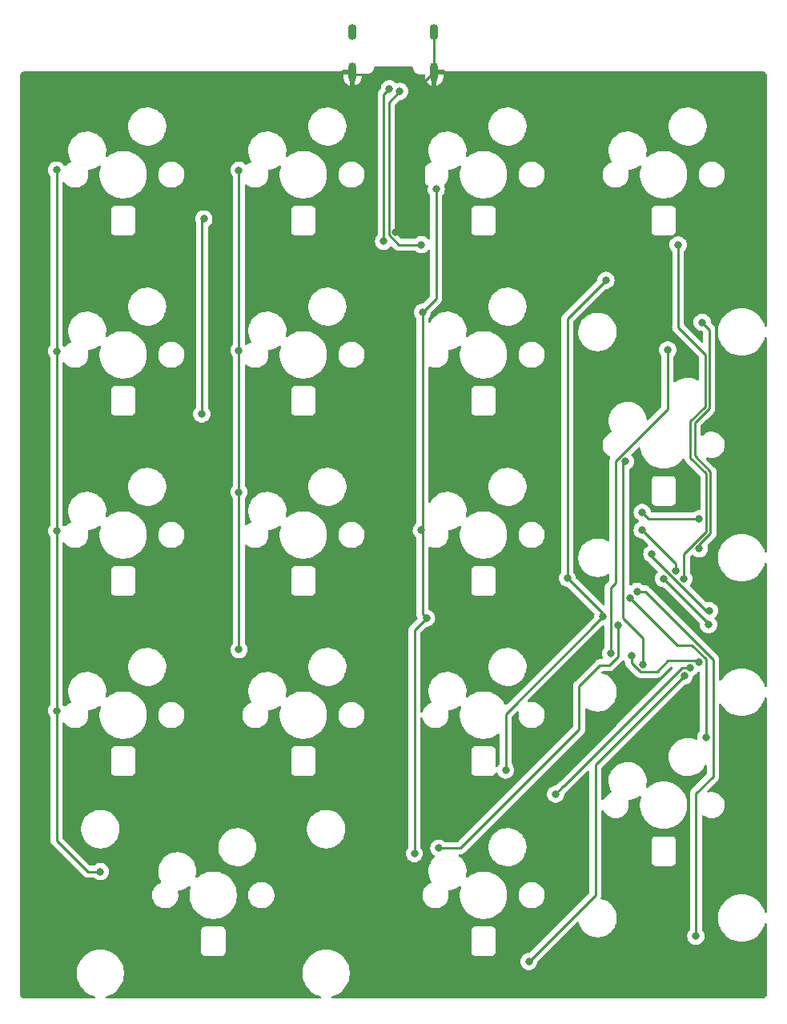
<source format=gtl>
G04 #@! TF.GenerationSoftware,KiCad,Pcbnew,(6.0.0)*
G04 #@! TF.CreationDate,2022-02-11T16:11:40+09:00*
G04 #@! TF.ProjectId,SkeletonNumPad,536b656c-6574-46f6-9e4e-756d5061642e,rev?*
G04 #@! TF.SameCoordinates,Original*
G04 #@! TF.FileFunction,Copper,L1,Top*
G04 #@! TF.FilePolarity,Positive*
%FSLAX46Y46*%
G04 Gerber Fmt 4.6, Leading zero omitted, Abs format (unit mm)*
G04 Created by KiCad (PCBNEW (6.0.0)) date 2022-02-11 16:11:40*
%MOMM*%
%LPD*%
G01*
G04 APERTURE LIST*
G04 #@! TA.AperFunction,ComponentPad*
%ADD10O,0.900000X1.700000*%
G04 #@! TD*
G04 #@! TA.AperFunction,ComponentPad*
%ADD11O,0.900000X2.000000*%
G04 #@! TD*
G04 #@! TA.AperFunction,ViaPad*
%ADD12C,0.800000*%
G04 #@! TD*
G04 #@! TA.AperFunction,Conductor*
%ADD13C,0.250000*%
G04 #@! TD*
G04 APERTURE END LIST*
D10*
X137670000Y-32575000D03*
D11*
X129030000Y-36745000D03*
X137670000Y-36745000D03*
D10*
X129030000Y-32575000D03*
D12*
X159118400Y-91703300D03*
X165326700Y-128172100D03*
X136562400Y-50838800D03*
X133599400Y-53693800D03*
X158392200Y-92424300D03*
X166405000Y-107112000D03*
X165667600Y-99200400D03*
X158508100Y-98538000D03*
X166675600Y-95219300D03*
X155499500Y-94378200D03*
X161921500Y-90352600D03*
X145224776Y-110593722D03*
X113307500Y-52317300D03*
X151738000Y-90286000D03*
X113084000Y-72942200D03*
X155824800Y-58800000D03*
X166002700Y-63257100D03*
X165696600Y-87193949D03*
X159658000Y-83346900D03*
X165697400Y-84022600D03*
X160677300Y-87718600D03*
X166756900Y-93730600D03*
X150500000Y-113150000D03*
X164737100Y-99774900D03*
X147669700Y-130842100D03*
X164099700Y-100653700D03*
X134034300Y-38823800D03*
X136321000Y-55037400D03*
X132320200Y-54682500D03*
X132921500Y-38547200D03*
X164057900Y-90368000D03*
X163459300Y-55053000D03*
X157093900Y-95319200D03*
X138154000Y-118844400D03*
X157871900Y-77957600D03*
X159741100Y-99478100D03*
X156309100Y-98287500D03*
X162355400Y-66155600D03*
X117016300Y-66211200D03*
X117016300Y-81205200D03*
X117016300Y-97859000D03*
X117016300Y-47161200D03*
X136412800Y-62184000D03*
X136300500Y-85239000D03*
X137883800Y-49159500D03*
X135565100Y-119426300D03*
X136852200Y-94516800D03*
X102370000Y-121340000D03*
X159657200Y-85204100D03*
X97720000Y-104330000D03*
X97720000Y-85290000D03*
X97720000Y-47140000D03*
X163230700Y-89540900D03*
X97720000Y-66310000D03*
D13*
X159118400Y-91703300D02*
X159947200Y-91703300D01*
X167153700Y-98909800D02*
X167153700Y-111269600D01*
X167153700Y-111269600D02*
X165326700Y-113096600D01*
X165326700Y-113096600D02*
X165326700Y-128172100D01*
X159947200Y-91703300D02*
X167153700Y-98909800D01*
X136562400Y-50838800D02*
X136562400Y-37852600D01*
X135777300Y-37067500D02*
X129352500Y-37067500D01*
X136562400Y-37852600D02*
X137670000Y-36745000D01*
X133707400Y-53693800D02*
X136562400Y-50838800D01*
X136562400Y-37852600D02*
X135777300Y-37067500D01*
X137670000Y-36745000D02*
X137670000Y-33750300D01*
X137670000Y-32575000D02*
X137670000Y-33750300D01*
X129352500Y-37067500D02*
X129030000Y-36745000D01*
X133599400Y-53693800D02*
X133707400Y-53693800D01*
X166405000Y-98879500D02*
X164940300Y-97414800D01*
X164940300Y-97414800D02*
X163382700Y-97414800D01*
X163382700Y-97414800D02*
X158392200Y-92424300D01*
X166405000Y-107112000D02*
X166405000Y-98879500D01*
X159440800Y-100203500D02*
X161235100Y-100203500D01*
X158508100Y-98538000D02*
X158508100Y-99270800D01*
X158508100Y-99270800D02*
X159440800Y-100203500D01*
X165516700Y-99049500D02*
X165667600Y-99200400D01*
X162389100Y-99049500D02*
X165516700Y-99049500D01*
X161235100Y-100203500D02*
X162389100Y-99049500D01*
X155824800Y-58800000D02*
X151738000Y-62886800D01*
X151738000Y-90286000D02*
X155499500Y-94047500D01*
X113307500Y-52317300D02*
X113084000Y-52540800D01*
X145224776Y-104652924D02*
X155499500Y-94378200D01*
X113084000Y-52540800D02*
X113084000Y-72942200D01*
X151738000Y-62886800D02*
X151738000Y-90286000D01*
X145224776Y-110593722D02*
X145224776Y-104652924D01*
X166675600Y-95106700D02*
X166675600Y-95219300D01*
X155499500Y-94047500D02*
X155499500Y-94378200D01*
X161921500Y-90352600D02*
X166675600Y-95106700D01*
X166757820Y-64012220D02*
X166002700Y-63257100D01*
X166885620Y-85563397D02*
X166885620Y-79051303D01*
X165696600Y-87193949D02*
X165700000Y-87190549D01*
X165199520Y-73891197D02*
X166757820Y-72332897D01*
X165700000Y-86749018D02*
X166885620Y-85563397D01*
X166885620Y-79051303D02*
X165199520Y-77365202D01*
X165700000Y-87190549D02*
X165700000Y-86749018D01*
X166757820Y-72332897D02*
X166757820Y-64012220D01*
X165199520Y-77365202D02*
X165199520Y-73891197D01*
X160333700Y-84022600D02*
X165697400Y-84022600D01*
X159658000Y-83346900D02*
X160333700Y-84022600D01*
X166394700Y-93730600D02*
X166756900Y-93730600D01*
X160677300Y-88013200D02*
X166394700Y-93730600D01*
X160677300Y-87718600D02*
X160677300Y-88013200D01*
X163901600Y-99774900D02*
X164737100Y-99774900D01*
X151333000Y-112343500D02*
X163901600Y-99774900D01*
X150500000Y-113150000D02*
X151306500Y-112343500D01*
X151306500Y-112343500D02*
X151333000Y-112343500D01*
X154720500Y-110032900D02*
X164099700Y-100653700D01*
X154720500Y-123791300D02*
X154720500Y-110032900D01*
X147669700Y-130842100D02*
X154720500Y-123791300D01*
X134034300Y-38823800D02*
X132873200Y-39984900D01*
X132873200Y-39984900D02*
X132873200Y-54012100D01*
X132873200Y-54012100D02*
X133898500Y-55037400D01*
X133898500Y-55037400D02*
X136321000Y-55037400D01*
X132320200Y-39148500D02*
X132921500Y-38547200D01*
X132320200Y-54682500D02*
X132320200Y-39148500D01*
X164057900Y-87755400D02*
X166436100Y-85377200D01*
X164057900Y-90368000D02*
X164057900Y-87755400D01*
X164750000Y-73705000D02*
X166308300Y-72146700D01*
X166308300Y-72146700D02*
X166308300Y-66628500D01*
X166436100Y-79237500D02*
X164750000Y-77551400D01*
X164750000Y-77551400D02*
X164750000Y-73705000D01*
X166436100Y-85377200D02*
X166436100Y-79237500D01*
X163459300Y-63779500D02*
X163459300Y-55053000D01*
X166308300Y-66628500D02*
X163459300Y-63779500D01*
X152994400Y-106305600D02*
X152994400Y-101691000D01*
X152994400Y-101691000D02*
X155173000Y-99512400D01*
X156163700Y-99512400D02*
X157093900Y-98582200D01*
X138154000Y-118844400D02*
X140455600Y-118844400D01*
X140455600Y-118844400D02*
X152994400Y-106305600D01*
X155173000Y-99512400D02*
X156163700Y-99512400D01*
X157093900Y-98582200D02*
X157093900Y-95319200D01*
X159741100Y-96610500D02*
X157652600Y-94522000D01*
X159741100Y-99478100D02*
X159741100Y-96610500D01*
X157652600Y-94522000D02*
X157652600Y-78176900D01*
X157652600Y-78176900D02*
X157871900Y-77957600D01*
X162355400Y-66155600D02*
X162355400Y-72443600D01*
X156832300Y-90818800D02*
X156309100Y-91342000D01*
X156832300Y-77966700D02*
X156832300Y-90818800D01*
X162355400Y-72443600D02*
X156832300Y-77966700D01*
X156309100Y-91342000D02*
X156309100Y-98287500D01*
X117016300Y-81205200D02*
X117016300Y-66211200D01*
X117016300Y-66211200D02*
X117016300Y-47161200D01*
X117016300Y-81205200D02*
X117016300Y-97859000D01*
X136852200Y-94516800D02*
X135565100Y-95803900D01*
X136412800Y-85239000D02*
X136412800Y-94077400D01*
X136412800Y-94077400D02*
X136852200Y-94516800D01*
X136412800Y-85239000D02*
X136300500Y-85239000D01*
X137883800Y-60713000D02*
X137883800Y-49159500D01*
X136412800Y-62184000D02*
X137883800Y-60713000D01*
X136412800Y-62184000D02*
X136412800Y-85239000D01*
X135565100Y-95803900D02*
X135565100Y-119426300D01*
X101020000Y-121340000D02*
X101120000Y-121340000D01*
X97720000Y-66310000D02*
X97720000Y-85290000D01*
X97720000Y-85290000D02*
X97720000Y-104330000D01*
X163230700Y-88777600D02*
X163230700Y-89540900D01*
X97720000Y-118040000D02*
X101020000Y-121340000D01*
X97720000Y-47140000D02*
X97720000Y-66310000D01*
X97720000Y-104330000D02*
X97720000Y-118040000D01*
X159657200Y-85204100D02*
X163230700Y-88777600D01*
X101120000Y-121340000D02*
X102370000Y-121340000D01*
G04 #@! TA.AperFunction,Conductor*
G36*
X135374314Y-36215002D02*
G01*
X135420807Y-36268658D01*
X135431502Y-36307828D01*
X135445364Y-36439712D01*
X135503818Y-36611421D01*
X135521149Y-36639592D01*
X135563349Y-36708186D01*
X135598862Y-36765912D01*
X135603793Y-36770947D01*
X135603795Y-36770950D01*
X135720843Y-36890475D01*
X135725771Y-36895507D01*
X135878238Y-36993765D01*
X135884858Y-36996174D01*
X135884861Y-36996176D01*
X135984537Y-37032455D01*
X136048685Y-37055803D01*
X136188769Y-37073500D01*
X136285610Y-37073500D01*
X136420255Y-37058397D01*
X136544564Y-37015108D01*
X136615472Y-37011594D01*
X136677025Y-37046975D01*
X136709677Y-37110017D01*
X136712000Y-37134099D01*
X136712000Y-37340447D01*
X136712323Y-37346822D01*
X136726082Y-37482277D01*
X136728636Y-37494717D01*
X136783016Y-37668244D01*
X136788025Y-37679932D01*
X136876187Y-37838979D01*
X136883438Y-37849412D01*
X137001785Y-37987491D01*
X137010976Y-37996244D01*
X137154680Y-38107711D01*
X137165440Y-38114435D01*
X137328625Y-38194732D01*
X137340519Y-38199155D01*
X137398470Y-38214251D01*
X137412564Y-38213817D01*
X137416000Y-38205636D01*
X137416000Y-38204229D01*
X137924000Y-38204229D01*
X137927973Y-38217760D01*
X137934075Y-38218637D01*
X138086136Y-38162690D01*
X138097549Y-38157123D01*
X138252108Y-38061292D01*
X138262174Y-38053540D01*
X138394303Y-37928592D01*
X138402605Y-37918974D01*
X138506908Y-37770013D01*
X138513108Y-37758919D01*
X138585332Y-37592020D01*
X138589171Y-37579917D01*
X138626675Y-37400400D01*
X138627915Y-37390848D01*
X138628000Y-37387616D01*
X138628000Y-37017115D01*
X138623525Y-37001876D01*
X138622135Y-37000671D01*
X138614452Y-36999000D01*
X137942115Y-36999000D01*
X137926876Y-37003475D01*
X137925671Y-37004865D01*
X137924000Y-37012548D01*
X137924000Y-38204229D01*
X137416000Y-38204229D01*
X137416000Y-36617000D01*
X137436002Y-36548879D01*
X137489658Y-36502386D01*
X137542000Y-36491000D01*
X138586435Y-36491000D01*
X138654556Y-36511002D01*
X138673905Y-36527919D01*
X138674160Y-36527631D01*
X138696296Y-36547181D01*
X138708340Y-36559373D01*
X138727619Y-36581747D01*
X138735147Y-36586626D01*
X138735150Y-36586629D01*
X138749139Y-36595696D01*
X138764013Y-36606986D01*
X138783228Y-36623956D01*
X138791354Y-36627771D01*
X138791355Y-36627772D01*
X138797021Y-36630432D01*
X138809966Y-36636510D01*
X138824935Y-36644824D01*
X138849727Y-36660893D01*
X138866650Y-36665954D01*
X138874290Y-36668239D01*
X138891736Y-36674901D01*
X138914948Y-36685799D01*
X138944130Y-36690343D01*
X138960849Y-36694126D01*
X138980536Y-36700014D01*
X138980539Y-36700015D01*
X138989141Y-36702587D01*
X138998116Y-36702642D01*
X138998117Y-36702642D01*
X139004810Y-36702683D01*
X139023556Y-36702797D01*
X139024328Y-36702830D01*
X139025423Y-36703000D01*
X139056298Y-36703000D01*
X139057068Y-36703002D01*
X139130716Y-36703452D01*
X139130717Y-36703452D01*
X139134652Y-36703476D01*
X139135996Y-36703092D01*
X139137341Y-36703000D01*
X172353171Y-36703000D01*
X172372556Y-36704500D01*
X172387357Y-36706805D01*
X172387360Y-36706805D01*
X172396229Y-36708186D01*
X172405132Y-36707022D01*
X172414107Y-36707131D01*
X172414104Y-36707339D01*
X172435528Y-36707348D01*
X172457051Y-36710182D01*
X172501099Y-36715981D01*
X172532871Y-36724494D01*
X172609425Y-36756204D01*
X172637910Y-36772650D01*
X172703649Y-36823094D01*
X172726906Y-36846351D01*
X172777350Y-36912090D01*
X172793797Y-36940577D01*
X172825506Y-37017130D01*
X172834019Y-37048901D01*
X172842170Y-37110811D01*
X172843239Y-37128796D01*
X172843196Y-37132359D01*
X172841814Y-37141231D01*
X172844614Y-37162643D01*
X172845936Y-37172752D01*
X172847000Y-37189090D01*
X172847000Y-63589551D01*
X172826998Y-63657672D01*
X172773342Y-63704165D01*
X172703068Y-63714269D01*
X172638488Y-63684775D01*
X172598959Y-63620886D01*
X172565616Y-63491022D01*
X172565610Y-63491002D01*
X172564630Y-63487187D01*
X172448716Y-63194423D01*
X172423857Y-63149204D01*
X172298933Y-62921968D01*
X172298931Y-62921965D01*
X172297024Y-62918496D01*
X172128599Y-62686678D01*
X172114273Y-62666960D01*
X172114272Y-62666958D01*
X172111945Y-62663756D01*
X171896398Y-62434222D01*
X171653782Y-62233513D01*
X171387924Y-62064794D01*
X171384345Y-62063110D01*
X171384338Y-62063106D01*
X171106606Y-61932416D01*
X171106602Y-61932414D01*
X171103016Y-61930727D01*
X170803552Y-61833425D01*
X170494254Y-61774423D01*
X170400700Y-61768537D01*
X170260642Y-61759725D01*
X170260626Y-61759724D01*
X170258647Y-61759600D01*
X170101353Y-61759600D01*
X170099374Y-61759724D01*
X170099358Y-61759725D01*
X169959300Y-61768537D01*
X169865746Y-61774423D01*
X169556448Y-61833425D01*
X169256984Y-61930727D01*
X169253398Y-61932414D01*
X169253394Y-61932416D01*
X168975662Y-62063106D01*
X168975655Y-62063110D01*
X168972076Y-62064794D01*
X168706218Y-62233513D01*
X168463602Y-62434222D01*
X168248055Y-62663756D01*
X168245728Y-62666958D01*
X168245727Y-62666960D01*
X168231401Y-62686678D01*
X168062976Y-62918496D01*
X168061069Y-62921965D01*
X168061067Y-62921968D01*
X167936143Y-63149204D01*
X167911284Y-63194423D01*
X167795370Y-63487187D01*
X167717064Y-63792170D01*
X167677600Y-64104562D01*
X167677600Y-64419438D01*
X167717064Y-64731830D01*
X167795370Y-65036813D01*
X167911284Y-65329577D01*
X167913186Y-65333036D01*
X167913187Y-65333039D01*
X168058067Y-65596574D01*
X168062976Y-65605504D01*
X168168882Y-65751272D01*
X168242695Y-65852866D01*
X168248055Y-65860244D01*
X168463602Y-66089778D01*
X168706218Y-66290487D01*
X168972076Y-66459206D01*
X168975655Y-66460890D01*
X168975662Y-66460894D01*
X169253394Y-66591584D01*
X169253398Y-66591586D01*
X169256984Y-66593273D01*
X169556448Y-66690575D01*
X169865746Y-66749577D01*
X169959300Y-66755463D01*
X170099358Y-66764275D01*
X170099374Y-66764276D01*
X170101353Y-66764400D01*
X170258647Y-66764400D01*
X170260626Y-66764276D01*
X170260642Y-66764275D01*
X170400700Y-66755463D01*
X170494254Y-66749577D01*
X170803552Y-66690575D01*
X171103016Y-66593273D01*
X171106602Y-66591586D01*
X171106606Y-66591584D01*
X171384338Y-66460894D01*
X171384345Y-66460890D01*
X171387924Y-66459206D01*
X171653782Y-66290487D01*
X171896398Y-66089778D01*
X172111945Y-65860244D01*
X172117306Y-65852866D01*
X172191118Y-65751272D01*
X172297024Y-65605504D01*
X172301934Y-65596574D01*
X172446813Y-65333039D01*
X172446814Y-65333036D01*
X172448716Y-65329577D01*
X172564630Y-65036813D01*
X172565611Y-65032992D01*
X172565616Y-65032978D01*
X172598959Y-64903114D01*
X172635273Y-64842108D01*
X172698805Y-64810419D01*
X172769384Y-64818109D01*
X172824601Y-64862736D01*
X172847000Y-64934449D01*
X172847000Y-87465551D01*
X172826998Y-87533672D01*
X172773342Y-87580165D01*
X172703068Y-87590269D01*
X172638488Y-87560775D01*
X172598959Y-87496886D01*
X172565616Y-87367022D01*
X172565610Y-87367002D01*
X172564630Y-87363187D01*
X172448716Y-87070423D01*
X172446813Y-87066961D01*
X172298933Y-86797968D01*
X172298931Y-86797965D01*
X172297024Y-86794496D01*
X172126187Y-86559358D01*
X172114273Y-86542960D01*
X172114272Y-86542958D01*
X172111945Y-86539756D01*
X171896398Y-86310222D01*
X171653782Y-86109513D01*
X171435445Y-85970952D01*
X171391271Y-85942918D01*
X171391270Y-85942918D01*
X171387924Y-85940794D01*
X171384345Y-85939110D01*
X171384338Y-85939106D01*
X171106606Y-85808416D01*
X171106602Y-85808414D01*
X171103016Y-85806727D01*
X170803552Y-85709425D01*
X170494254Y-85650423D01*
X170400700Y-85644537D01*
X170260642Y-85635725D01*
X170260626Y-85635724D01*
X170258647Y-85635600D01*
X170101353Y-85635600D01*
X170099374Y-85635724D01*
X170099358Y-85635725D01*
X169959300Y-85644537D01*
X169865746Y-85650423D01*
X169556448Y-85709425D01*
X169256984Y-85806727D01*
X169253398Y-85808414D01*
X169253394Y-85808416D01*
X168975662Y-85939106D01*
X168975655Y-85939110D01*
X168972076Y-85940794D01*
X168968730Y-85942918D01*
X168968729Y-85942918D01*
X168924555Y-85970952D01*
X168706218Y-86109513D01*
X168463602Y-86310222D01*
X168248055Y-86539756D01*
X168245728Y-86542958D01*
X168245727Y-86542960D01*
X168233813Y-86559358D01*
X168062976Y-86794496D01*
X168061069Y-86797965D01*
X168061067Y-86797968D01*
X167913187Y-87066961D01*
X167911284Y-87070423D01*
X167795370Y-87363187D01*
X167717064Y-87668170D01*
X167677600Y-87980562D01*
X167677600Y-88295438D01*
X167717064Y-88607830D01*
X167795370Y-88912813D01*
X167911284Y-89205577D01*
X167913186Y-89209036D01*
X167913187Y-89209039D01*
X168053105Y-89463548D01*
X168062976Y-89481504D01*
X168162379Y-89618321D01*
X168186556Y-89651597D01*
X168248055Y-89736244D01*
X168463602Y-89965778D01*
X168706218Y-90166487D01*
X168972076Y-90335206D01*
X168975655Y-90336890D01*
X168975662Y-90336894D01*
X169253394Y-90467584D01*
X169253398Y-90467586D01*
X169256984Y-90469273D01*
X169260756Y-90470499D01*
X169260757Y-90470499D01*
X169364493Y-90504205D01*
X169556448Y-90566575D01*
X169865746Y-90625577D01*
X169959300Y-90631463D01*
X170099358Y-90640275D01*
X170099374Y-90640276D01*
X170101353Y-90640400D01*
X170258647Y-90640400D01*
X170260626Y-90640276D01*
X170260642Y-90640275D01*
X170400700Y-90631463D01*
X170494254Y-90625577D01*
X170803552Y-90566575D01*
X170995507Y-90504205D01*
X171099243Y-90470499D01*
X171099244Y-90470499D01*
X171103016Y-90469273D01*
X171106602Y-90467586D01*
X171106606Y-90467584D01*
X171384338Y-90336894D01*
X171384345Y-90336890D01*
X171387924Y-90335206D01*
X171653782Y-90166487D01*
X171896398Y-89965778D01*
X172111945Y-89736244D01*
X172173445Y-89651597D01*
X172197621Y-89618321D01*
X172297024Y-89481504D01*
X172306896Y-89463548D01*
X172446813Y-89209039D01*
X172446814Y-89209036D01*
X172448716Y-89205577D01*
X172564630Y-88912813D01*
X172565611Y-88908992D01*
X172565616Y-88908978D01*
X172598959Y-88779114D01*
X172635273Y-88718108D01*
X172698805Y-88686419D01*
X172769384Y-88694109D01*
X172824601Y-88738736D01*
X172847000Y-88810449D01*
X172847000Y-101689551D01*
X172826998Y-101757672D01*
X172773342Y-101804165D01*
X172703068Y-101814269D01*
X172638488Y-101784775D01*
X172598959Y-101720886D01*
X172565616Y-101591022D01*
X172565610Y-101591002D01*
X172564630Y-101587187D01*
X172448716Y-101294423D01*
X172418768Y-101239947D01*
X172298933Y-101021968D01*
X172298931Y-101021965D01*
X172297024Y-101018496D01*
X172184351Y-100863415D01*
X172114273Y-100766960D01*
X172114272Y-100766958D01*
X172111945Y-100763756D01*
X171896398Y-100534222D01*
X171653782Y-100333513D01*
X171408361Y-100177764D01*
X171391271Y-100166918D01*
X171391270Y-100166918D01*
X171387924Y-100164794D01*
X171384345Y-100163110D01*
X171384338Y-100163106D01*
X171106606Y-100032416D01*
X171106602Y-100032414D01*
X171103016Y-100030727D01*
X171043322Y-100011331D01*
X170835467Y-99943795D01*
X170803552Y-99933425D01*
X170494254Y-99874423D01*
X170400700Y-99868537D01*
X170260642Y-99859725D01*
X170260626Y-99859724D01*
X170258647Y-99859600D01*
X170101353Y-99859600D01*
X170099374Y-99859724D01*
X170099358Y-99859725D01*
X169959300Y-99868537D01*
X169865746Y-99874423D01*
X169556448Y-99933425D01*
X169524533Y-99943795D01*
X169316679Y-100011331D01*
X169256984Y-100030727D01*
X169253398Y-100032414D01*
X169253394Y-100032416D01*
X168975662Y-100163106D01*
X168975655Y-100163110D01*
X168972076Y-100164794D01*
X168968730Y-100166918D01*
X168968729Y-100166918D01*
X168951639Y-100177764D01*
X168706218Y-100333513D01*
X168463602Y-100534222D01*
X168248055Y-100763756D01*
X168245728Y-100766958D01*
X168245727Y-100766960D01*
X168175649Y-100863415D01*
X168062976Y-101018496D01*
X168051834Y-101038764D01*
X168023615Y-101090093D01*
X167973269Y-101140152D01*
X167903852Y-101155045D01*
X167837403Y-101130044D01*
X167795019Y-101073087D01*
X167787200Y-101029392D01*
X167787200Y-98988567D01*
X167787727Y-98977384D01*
X167789402Y-98969891D01*
X167788775Y-98949928D01*
X167787262Y-98901814D01*
X167787200Y-98897855D01*
X167787200Y-98869944D01*
X167786695Y-98865944D01*
X167785762Y-98854101D01*
X167784622Y-98817830D01*
X167784373Y-98809911D01*
X167778721Y-98790457D01*
X167774713Y-98771100D01*
X167773168Y-98758870D01*
X167773168Y-98758869D01*
X167772174Y-98751003D01*
X167761922Y-98725109D01*
X167755896Y-98709888D01*
X167752051Y-98698658D01*
X167741929Y-98663817D01*
X167741929Y-98663816D01*
X167739718Y-98656207D01*
X167735685Y-98649388D01*
X167735683Y-98649383D01*
X167729407Y-98638772D01*
X167720712Y-98621024D01*
X167713252Y-98602183D01*
X167687264Y-98566413D01*
X167680748Y-98556493D01*
X167662280Y-98525265D01*
X167662278Y-98525262D01*
X167658242Y-98518438D01*
X167643921Y-98504117D01*
X167631080Y-98489083D01*
X167623831Y-98479106D01*
X167619172Y-98472693D01*
X167585095Y-98444502D01*
X167576316Y-98436512D01*
X160450852Y-91311047D01*
X160443312Y-91302761D01*
X160439200Y-91296282D01*
X160389548Y-91249656D01*
X160386707Y-91246902D01*
X160366970Y-91227165D01*
X160363773Y-91224685D01*
X160354751Y-91216980D01*
X160350927Y-91213389D01*
X160322521Y-91186714D01*
X160315575Y-91182895D01*
X160315572Y-91182893D01*
X160304766Y-91176952D01*
X160288247Y-91166101D01*
X160278834Y-91158800D01*
X160272241Y-91153686D01*
X160264972Y-91150541D01*
X160264968Y-91150538D01*
X160231663Y-91136126D01*
X160221013Y-91130909D01*
X160182260Y-91109605D01*
X160162637Y-91104567D01*
X160143934Y-91098163D01*
X160132620Y-91093267D01*
X160132619Y-91093267D01*
X160125345Y-91090119D01*
X160117522Y-91088880D01*
X160117512Y-91088877D01*
X160081676Y-91083201D01*
X160070056Y-91080795D01*
X160034911Y-91071772D01*
X160034910Y-91071772D01*
X160027230Y-91069800D01*
X160006976Y-91069800D01*
X159987265Y-91068249D01*
X159975086Y-91066320D01*
X159967257Y-91065080D01*
X159934273Y-91068198D01*
X159923239Y-91069241D01*
X159911381Y-91069800D01*
X159826600Y-91069800D01*
X159758479Y-91049798D01*
X159739253Y-91033457D01*
X159738980Y-91033760D01*
X159734068Y-91029337D01*
X159729653Y-91024434D01*
X159659725Y-90973628D01*
X159580494Y-90916063D01*
X159580493Y-90916062D01*
X159575152Y-90912182D01*
X159569124Y-90909498D01*
X159569122Y-90909497D01*
X159406719Y-90837191D01*
X159406718Y-90837191D01*
X159400688Y-90834506D01*
X159307288Y-90814653D01*
X159220344Y-90796172D01*
X159220339Y-90796172D01*
X159213887Y-90794800D01*
X159022913Y-90794800D01*
X159016461Y-90796172D01*
X159016456Y-90796172D01*
X158929512Y-90814653D01*
X158836112Y-90834506D01*
X158830082Y-90837191D01*
X158830081Y-90837191D01*
X158667678Y-90909497D01*
X158667676Y-90909498D01*
X158661648Y-90912182D01*
X158656307Y-90916062D01*
X158656306Y-90916063D01*
X158606243Y-90952436D01*
X158507147Y-91024434D01*
X158502725Y-91029346D01*
X158497823Y-91033759D01*
X158496154Y-91031906D01*
X158445287Y-91063242D01*
X158374304Y-91061888D01*
X158315320Y-91022373D01*
X158287063Y-90957242D01*
X158286100Y-90941691D01*
X158286100Y-82211452D01*
X160629124Y-82211452D01*
X160631590Y-82220081D01*
X160631591Y-82220086D01*
X160637239Y-82239848D01*
X160640817Y-82256609D01*
X160643730Y-82276952D01*
X160643733Y-82276962D01*
X160645005Y-82285845D01*
X160655621Y-82309195D01*
X160662064Y-82326707D01*
X160669112Y-82351365D01*
X160684874Y-82376348D01*
X160693004Y-82391414D01*
X160705233Y-82418310D01*
X160721974Y-82437739D01*
X160733079Y-82452747D01*
X160746760Y-82474431D01*
X160755633Y-82482267D01*
X160768896Y-82493981D01*
X160780940Y-82506173D01*
X160800219Y-82528547D01*
X160807747Y-82533426D01*
X160807750Y-82533429D01*
X160821739Y-82542496D01*
X160836613Y-82553786D01*
X160855828Y-82570756D01*
X160863954Y-82574571D01*
X160863955Y-82574572D01*
X160869621Y-82577232D01*
X160882566Y-82583310D01*
X160897535Y-82591624D01*
X160922327Y-82607693D01*
X160939250Y-82612754D01*
X160946890Y-82615039D01*
X160964336Y-82621701D01*
X160987548Y-82632599D01*
X161016730Y-82637143D01*
X161033449Y-82640926D01*
X161053136Y-82646814D01*
X161053139Y-82646815D01*
X161061741Y-82649387D01*
X161070716Y-82649442D01*
X161070717Y-82649442D01*
X161077410Y-82649483D01*
X161096156Y-82649597D01*
X161096928Y-82649630D01*
X161098023Y-82649800D01*
X161128898Y-82649800D01*
X161129668Y-82649802D01*
X161203316Y-82650252D01*
X161203317Y-82650252D01*
X161207252Y-82650276D01*
X161208596Y-82649892D01*
X161209941Y-82649800D01*
X162703698Y-82649800D01*
X162704469Y-82649802D01*
X162782052Y-82650276D01*
X162790681Y-82647810D01*
X162790686Y-82647809D01*
X162810448Y-82642161D01*
X162827209Y-82638583D01*
X162847552Y-82635670D01*
X162847562Y-82635667D01*
X162856445Y-82634395D01*
X162879795Y-82623779D01*
X162897307Y-82617336D01*
X162913337Y-82612754D01*
X162921965Y-82610288D01*
X162946948Y-82594526D01*
X162962014Y-82586396D01*
X162988910Y-82574167D01*
X163008339Y-82557426D01*
X163023347Y-82546321D01*
X163037439Y-82537430D01*
X163045031Y-82532640D01*
X163064582Y-82510503D01*
X163076774Y-82498459D01*
X163092349Y-82485039D01*
X163092350Y-82485037D01*
X163099147Y-82479181D01*
X163104026Y-82471653D01*
X163104029Y-82471650D01*
X163113096Y-82457661D01*
X163124386Y-82442787D01*
X163135412Y-82430302D01*
X163141356Y-82423572D01*
X163153910Y-82396834D01*
X163162224Y-82381865D01*
X163178293Y-82357073D01*
X163185639Y-82332509D01*
X163192301Y-82315064D01*
X163196340Y-82306461D01*
X163203199Y-82291852D01*
X163207743Y-82262670D01*
X163211526Y-82245951D01*
X163217414Y-82226264D01*
X163217415Y-82226261D01*
X163219987Y-82217659D01*
X163220197Y-82183244D01*
X163220230Y-82182472D01*
X163220400Y-82181377D01*
X163220400Y-82150502D01*
X163220402Y-82149732D01*
X163220852Y-82076084D01*
X163220852Y-82076083D01*
X163220876Y-82072148D01*
X163220492Y-82070804D01*
X163220400Y-82069459D01*
X163220400Y-80016902D01*
X163220402Y-80016132D01*
X163220821Y-79947522D01*
X163220876Y-79938548D01*
X163218410Y-79929919D01*
X163218409Y-79929914D01*
X163212761Y-79910152D01*
X163209183Y-79893391D01*
X163206270Y-79873048D01*
X163206267Y-79873038D01*
X163204995Y-79864155D01*
X163194379Y-79840805D01*
X163187936Y-79823293D01*
X163183354Y-79807263D01*
X163180888Y-79798635D01*
X163165126Y-79773652D01*
X163156996Y-79758586D01*
X163144767Y-79731690D01*
X163128026Y-79712261D01*
X163116921Y-79697253D01*
X163108030Y-79683161D01*
X163103240Y-79675569D01*
X163081103Y-79656018D01*
X163069059Y-79643826D01*
X163055639Y-79628251D01*
X163055637Y-79628250D01*
X163049781Y-79621453D01*
X163042253Y-79616574D01*
X163042250Y-79616571D01*
X163028261Y-79607504D01*
X163013387Y-79596214D01*
X163000902Y-79585188D01*
X162994172Y-79579244D01*
X162986046Y-79575429D01*
X162986045Y-79575428D01*
X162980379Y-79572768D01*
X162967434Y-79566690D01*
X162952465Y-79558376D01*
X162927673Y-79542307D01*
X162903109Y-79534961D01*
X162885664Y-79528299D01*
X162881227Y-79526216D01*
X162862452Y-79517401D01*
X162833270Y-79512857D01*
X162816551Y-79509074D01*
X162796864Y-79503186D01*
X162796861Y-79503185D01*
X162788259Y-79500613D01*
X162779284Y-79500558D01*
X162779283Y-79500558D01*
X162772590Y-79500517D01*
X162753844Y-79500403D01*
X162753072Y-79500370D01*
X162751977Y-79500200D01*
X162721102Y-79500200D01*
X162720332Y-79500198D01*
X162646684Y-79499748D01*
X162646683Y-79499748D01*
X162642748Y-79499724D01*
X162641404Y-79500108D01*
X162640059Y-79500200D01*
X161146302Y-79500200D01*
X161145532Y-79500198D01*
X161144678Y-79500193D01*
X161067948Y-79499724D01*
X161059319Y-79502190D01*
X161059314Y-79502191D01*
X161039552Y-79507839D01*
X161022791Y-79511417D01*
X161002448Y-79514330D01*
X161002438Y-79514333D01*
X160993555Y-79515605D01*
X160970205Y-79526221D01*
X160952693Y-79532664D01*
X160944657Y-79534961D01*
X160928035Y-79539712D01*
X160903052Y-79555474D01*
X160887986Y-79563604D01*
X160861090Y-79575833D01*
X160841661Y-79592574D01*
X160826653Y-79603679D01*
X160804969Y-79617360D01*
X160799027Y-79624088D01*
X160785419Y-79639496D01*
X160773227Y-79651540D01*
X160750853Y-79670819D01*
X160745974Y-79678347D01*
X160745971Y-79678350D01*
X160736904Y-79692339D01*
X160725614Y-79707213D01*
X160708644Y-79726428D01*
X160696090Y-79753166D01*
X160687776Y-79768135D01*
X160671707Y-79792927D01*
X160669135Y-79801527D01*
X160664361Y-79817490D01*
X160657699Y-79834936D01*
X160646801Y-79858148D01*
X160642339Y-79886807D01*
X160642258Y-79887328D01*
X160638474Y-79904049D01*
X160632586Y-79923736D01*
X160632585Y-79923739D01*
X160630013Y-79932341D01*
X160629958Y-79941316D01*
X160629958Y-79941317D01*
X160629803Y-79966746D01*
X160629770Y-79967528D01*
X160629600Y-79968623D01*
X160629600Y-79999498D01*
X160629598Y-80000268D01*
X160629124Y-80077852D01*
X160629508Y-80079196D01*
X160629600Y-80080541D01*
X160629600Y-82133098D01*
X160629598Y-82133868D01*
X160629124Y-82211452D01*
X158286100Y-82211452D01*
X158286100Y-78843834D01*
X158306102Y-78775713D01*
X158338039Y-78741898D01*
X158392575Y-78702275D01*
X158483153Y-78636466D01*
X158531991Y-78582226D01*
X158606521Y-78499452D01*
X158606522Y-78499451D01*
X158610940Y-78494544D01*
X158706427Y-78329156D01*
X158765442Y-78147528D01*
X158778796Y-78020477D01*
X158784714Y-77964165D01*
X158785404Y-77957600D01*
X158783127Y-77935935D01*
X158766132Y-77774235D01*
X158766132Y-77774233D01*
X158765442Y-77767672D01*
X158706427Y-77586044D01*
X158683845Y-77546930D01*
X158633916Y-77460451D01*
X158610940Y-77420656D01*
X158531422Y-77332343D01*
X158500706Y-77268337D01*
X158509471Y-77197883D01*
X158535965Y-77158939D01*
X159231186Y-76463718D01*
X159293498Y-76429692D01*
X159364313Y-76434757D01*
X159421149Y-76477304D01*
X159445286Y-76537017D01*
X159462064Y-76669830D01*
X159540370Y-76974813D01*
X159656284Y-77267577D01*
X159658186Y-77271036D01*
X159658187Y-77271039D01*
X159798232Y-77525779D01*
X159807976Y-77543504D01*
X159869783Y-77628574D01*
X159986016Y-77788555D01*
X159993055Y-77798244D01*
X160208602Y-78027778D01*
X160451218Y-78228487D01*
X160717076Y-78397206D01*
X160720655Y-78398890D01*
X160720662Y-78398894D01*
X160998394Y-78529584D01*
X160998398Y-78529586D01*
X161001984Y-78531273D01*
X161301448Y-78628575D01*
X161610746Y-78687577D01*
X161704300Y-78693463D01*
X161844358Y-78702275D01*
X161844374Y-78702276D01*
X161846353Y-78702400D01*
X162003647Y-78702400D01*
X162005626Y-78702276D01*
X162005642Y-78702275D01*
X162145700Y-78693463D01*
X162239254Y-78687577D01*
X162548552Y-78628575D01*
X162848016Y-78531273D01*
X162851602Y-78529586D01*
X162851606Y-78529584D01*
X163129338Y-78398894D01*
X163129345Y-78398890D01*
X163132924Y-78397206D01*
X163398782Y-78228487D01*
X163641398Y-78027778D01*
X163856945Y-77798244D01*
X163863985Y-77788555D01*
X163902410Y-77735666D01*
X163922521Y-77707986D01*
X163978743Y-77664632D01*
X164049479Y-77658557D01*
X164112271Y-77691688D01*
X164141610Y-77735666D01*
X164147805Y-77751314D01*
X164151649Y-77762542D01*
X164153806Y-77769966D01*
X164163982Y-77804993D01*
X164168015Y-77811812D01*
X164168017Y-77811817D01*
X164174293Y-77822428D01*
X164182988Y-77840176D01*
X164190448Y-77859017D01*
X164195110Y-77865433D01*
X164195110Y-77865434D01*
X164216436Y-77894787D01*
X164222952Y-77904707D01*
X164245458Y-77942762D01*
X164259779Y-77957083D01*
X164272619Y-77972116D01*
X164284528Y-77988507D01*
X164290634Y-77993558D01*
X164318605Y-78016698D01*
X164327384Y-78024688D01*
X165765695Y-79462999D01*
X165799721Y-79525311D01*
X165802600Y-79552094D01*
X165802600Y-82988100D01*
X165782598Y-83056221D01*
X165728942Y-83102714D01*
X165676600Y-83114100D01*
X165601913Y-83114100D01*
X165595461Y-83115472D01*
X165595456Y-83115472D01*
X165508513Y-83133953D01*
X165415112Y-83153806D01*
X165409082Y-83156491D01*
X165409081Y-83156491D01*
X165246678Y-83228797D01*
X165246676Y-83228798D01*
X165240648Y-83231482D01*
X165235307Y-83235362D01*
X165235306Y-83235363D01*
X165207911Y-83255267D01*
X165086147Y-83343734D01*
X165081732Y-83348637D01*
X165076820Y-83353060D01*
X165075695Y-83351811D01*
X165022386Y-83384651D01*
X164989200Y-83389100D01*
X160689391Y-83389100D01*
X160621270Y-83369098D01*
X160574777Y-83315442D01*
X160564081Y-83276271D01*
X160552232Y-83163535D01*
X160552232Y-83163533D01*
X160551542Y-83156972D01*
X160492527Y-82975344D01*
X160397040Y-82809956D01*
X160269253Y-82668034D01*
X160131994Y-82568309D01*
X160120094Y-82559663D01*
X160120093Y-82559662D01*
X160114752Y-82555782D01*
X160108724Y-82553098D01*
X160108722Y-82553097D01*
X159946319Y-82480791D01*
X159946318Y-82480791D01*
X159940288Y-82478106D01*
X159844102Y-82457661D01*
X159759944Y-82439772D01*
X159759939Y-82439772D01*
X159753487Y-82438400D01*
X159562513Y-82438400D01*
X159556061Y-82439772D01*
X159556056Y-82439772D01*
X159471898Y-82457661D01*
X159375712Y-82478106D01*
X159369682Y-82480791D01*
X159369681Y-82480791D01*
X159207278Y-82553097D01*
X159207276Y-82553098D01*
X159201248Y-82555782D01*
X159195907Y-82559662D01*
X159195906Y-82559663D01*
X159184006Y-82568309D01*
X159046747Y-82668034D01*
X158918960Y-82809956D01*
X158823473Y-82975344D01*
X158764458Y-83156972D01*
X158763768Y-83163533D01*
X158763768Y-83163535D01*
X158756002Y-83237423D01*
X158744496Y-83346900D01*
X158764458Y-83536828D01*
X158823473Y-83718456D01*
X158918960Y-83883844D01*
X158923378Y-83888751D01*
X158923379Y-83888752D01*
X158933605Y-83900109D01*
X159046747Y-84025766D01*
X159201248Y-84138018D01*
X159207276Y-84140702D01*
X159207278Y-84140703D01*
X159251103Y-84160215D01*
X159305199Y-84206195D01*
X159325848Y-84274123D01*
X159306496Y-84342431D01*
X159251103Y-84390429D01*
X159206478Y-84410297D01*
X159206476Y-84410298D01*
X159200448Y-84412982D01*
X159195107Y-84416862D01*
X159195106Y-84416863D01*
X159178507Y-84428923D01*
X159045947Y-84525234D01*
X159041526Y-84530144D01*
X159041525Y-84530145D01*
X158926924Y-84657423D01*
X158918160Y-84667156D01*
X158822673Y-84832544D01*
X158763658Y-85014172D01*
X158762968Y-85020733D01*
X158762968Y-85020735D01*
X158753940Y-85106635D01*
X158743696Y-85204100D01*
X158744386Y-85210665D01*
X158755986Y-85321029D01*
X158763658Y-85394028D01*
X158822673Y-85575656D01*
X158825976Y-85581378D01*
X158825977Y-85581379D01*
X158844380Y-85613254D01*
X158918160Y-85741044D01*
X158922578Y-85745951D01*
X158922579Y-85745952D01*
X158999919Y-85831847D01*
X159045947Y-85882966D01*
X159086289Y-85912276D01*
X159179555Y-85980038D01*
X159200448Y-85995218D01*
X159206476Y-85997902D01*
X159206478Y-85997903D01*
X159368881Y-86070209D01*
X159374912Y-86072894D01*
X159468312Y-86092747D01*
X159555256Y-86111228D01*
X159555261Y-86111228D01*
X159561713Y-86112600D01*
X159617606Y-86112600D01*
X159685727Y-86132602D01*
X159706701Y-86149505D01*
X160273673Y-86716477D01*
X160307699Y-86778789D01*
X160302634Y-86849604D01*
X160260087Y-86906440D01*
X160235829Y-86920678D01*
X160226580Y-86924796D01*
X160226577Y-86924798D01*
X160220548Y-86927482D01*
X160066047Y-87039734D01*
X160061626Y-87044644D01*
X160061625Y-87044645D01*
X160018706Y-87092312D01*
X159938260Y-87181656D01*
X159842773Y-87347044D01*
X159783758Y-87528672D01*
X159783068Y-87535233D01*
X159783068Y-87535235D01*
X159777284Y-87590269D01*
X159763796Y-87718600D01*
X159764486Y-87725165D01*
X159780413Y-87876698D01*
X159783758Y-87908528D01*
X159842773Y-88090156D01*
X159938260Y-88255544D01*
X159942678Y-88260451D01*
X159942679Y-88260452D01*
X160028083Y-88355303D01*
X160066047Y-88397466D01*
X160220548Y-88509718D01*
X160226577Y-88512402D01*
X160226580Y-88512404D01*
X160302619Y-88546258D01*
X160340466Y-88572270D01*
X161288090Y-89519894D01*
X161322116Y-89582206D01*
X161317051Y-89653021D01*
X161292634Y-89693296D01*
X161182460Y-89815656D01*
X161128729Y-89908721D01*
X161094330Y-89968302D01*
X161086973Y-89981044D01*
X161027958Y-90162672D01*
X161027268Y-90169233D01*
X161027268Y-90169235D01*
X161017593Y-90261292D01*
X161007996Y-90352600D01*
X161008686Y-90359165D01*
X161020388Y-90470499D01*
X161027958Y-90542528D01*
X161086973Y-90724156D01*
X161090276Y-90729878D01*
X161090277Y-90729879D01*
X161095864Y-90739556D01*
X161182460Y-90889544D01*
X161186878Y-90894451D01*
X161186879Y-90894452D01*
X161253776Y-90968749D01*
X161310247Y-91031466D01*
X161402047Y-91098163D01*
X161454354Y-91136166D01*
X161464748Y-91143718D01*
X161470776Y-91146402D01*
X161470778Y-91146403D01*
X161608059Y-91207524D01*
X161639212Y-91221394D01*
X161732613Y-91241247D01*
X161819556Y-91259728D01*
X161819561Y-91259728D01*
X161826013Y-91261100D01*
X161881906Y-91261100D01*
X161950027Y-91281102D01*
X161971001Y-91298005D01*
X165731982Y-95058986D01*
X165766008Y-95121298D01*
X165768197Y-95161251D01*
X165762096Y-95219300D01*
X165762786Y-95225865D01*
X165779749Y-95387256D01*
X165782058Y-95409228D01*
X165841073Y-95590856D01*
X165844376Y-95596578D01*
X165844377Y-95596579D01*
X165857022Y-95618480D01*
X165936560Y-95756244D01*
X166064347Y-95898166D01*
X166218848Y-96010418D01*
X166224876Y-96013102D01*
X166224878Y-96013103D01*
X166387281Y-96085409D01*
X166393312Y-96088094D01*
X166486712Y-96107947D01*
X166573656Y-96126428D01*
X166573661Y-96126428D01*
X166580113Y-96127800D01*
X166771087Y-96127800D01*
X166777539Y-96126428D01*
X166777544Y-96126428D01*
X166864488Y-96107947D01*
X166957888Y-96088094D01*
X166963919Y-96085409D01*
X167126322Y-96013103D01*
X167126324Y-96013102D01*
X167132352Y-96010418D01*
X167286853Y-95898166D01*
X167414640Y-95756244D01*
X167494178Y-95618480D01*
X167506823Y-95596579D01*
X167506824Y-95596578D01*
X167510127Y-95590856D01*
X167569142Y-95409228D01*
X167571452Y-95387256D01*
X167588414Y-95225865D01*
X167589104Y-95219300D01*
X167572255Y-95058986D01*
X167569832Y-95035935D01*
X167569832Y-95035933D01*
X167569142Y-95029372D01*
X167510127Y-94847744D01*
X167414640Y-94682356D01*
X167341350Y-94600959D01*
X167310635Y-94536955D01*
X167319398Y-94466502D01*
X167358208Y-94418107D01*
X167357902Y-94417767D01*
X167359983Y-94415893D01*
X167360927Y-94414716D01*
X167362809Y-94413349D01*
X167362811Y-94413347D01*
X167368153Y-94409466D01*
X167442521Y-94326872D01*
X167491521Y-94272452D01*
X167491522Y-94272451D01*
X167495940Y-94267544D01*
X167591427Y-94102156D01*
X167650442Y-93920528D01*
X167670404Y-93730600D01*
X167650442Y-93540672D01*
X167591427Y-93359044D01*
X167574973Y-93330544D01*
X167499241Y-93199374D01*
X167495940Y-93193656D01*
X167368153Y-93051734D01*
X167213652Y-92939482D01*
X167207624Y-92936798D01*
X167207622Y-92936797D01*
X167045219Y-92864491D01*
X167045218Y-92864491D01*
X167039188Y-92861806D01*
X166945788Y-92841953D01*
X166858844Y-92823472D01*
X166858839Y-92823472D01*
X166852387Y-92822100D01*
X166661413Y-92822100D01*
X166654961Y-92823472D01*
X166654956Y-92823472D01*
X166497982Y-92856838D01*
X166427191Y-92851436D01*
X166382690Y-92822686D01*
X164724192Y-91164188D01*
X164690166Y-91101876D01*
X164695231Y-91031061D01*
X164719650Y-90990783D01*
X164725367Y-90984434D01*
X164796940Y-90904944D01*
X164892427Y-90739556D01*
X164951442Y-90557928D01*
X164953751Y-90535965D01*
X164970714Y-90374565D01*
X164971404Y-90368000D01*
X164962096Y-90279435D01*
X164952132Y-90184635D01*
X164952132Y-90184633D01*
X164951442Y-90178072D01*
X164892427Y-89996444D01*
X164887165Y-89987329D01*
X164800241Y-89836774D01*
X164796940Y-89831056D01*
X164723763Y-89749785D01*
X164693047Y-89685779D01*
X164691400Y-89665476D01*
X164691400Y-88069994D01*
X164711402Y-88001873D01*
X164728305Y-87980899D01*
X164873505Y-87835699D01*
X164935817Y-87801673D01*
X165006632Y-87806738D01*
X165056234Y-87840482D01*
X165085347Y-87872815D01*
X165239848Y-87985067D01*
X165245876Y-87987751D01*
X165245878Y-87987752D01*
X165408281Y-88060058D01*
X165414312Y-88062743D01*
X165507712Y-88082596D01*
X165594656Y-88101077D01*
X165594661Y-88101077D01*
X165601113Y-88102449D01*
X165792087Y-88102449D01*
X165798539Y-88101077D01*
X165798544Y-88101077D01*
X165885487Y-88082596D01*
X165978888Y-88062743D01*
X165984919Y-88060058D01*
X166147322Y-87987752D01*
X166147324Y-87987751D01*
X166153352Y-87985067D01*
X166307853Y-87872815D01*
X166312275Y-87867904D01*
X166431221Y-87735801D01*
X166431222Y-87735800D01*
X166435640Y-87730893D01*
X166499131Y-87620924D01*
X166527823Y-87571228D01*
X166527824Y-87571227D01*
X166531127Y-87565505D01*
X166590142Y-87383877D01*
X166594885Y-87338756D01*
X166609414Y-87200514D01*
X166610104Y-87193949D01*
X166601116Y-87108430D01*
X166590832Y-87010584D01*
X166590832Y-87010582D01*
X166590142Y-87004021D01*
X166568766Y-86938234D01*
X166552879Y-86889337D01*
X166550852Y-86818369D01*
X166583616Y-86761306D01*
X167277874Y-86067047D01*
X167286158Y-86059509D01*
X167292638Y-86055397D01*
X167339279Y-86005729D01*
X167342033Y-86002888D01*
X167361755Y-85983166D01*
X167364232Y-85979973D01*
X167371937Y-85970952D01*
X167396779Y-85944497D01*
X167402206Y-85938718D01*
X167406027Y-85931768D01*
X167411966Y-85920965D01*
X167422822Y-85904438D01*
X167430377Y-85894699D01*
X167430378Y-85894697D01*
X167435234Y-85888437D01*
X167452793Y-85847861D01*
X167458014Y-85837204D01*
X167475497Y-85805402D01*
X167479315Y-85798457D01*
X167484356Y-85778825D01*
X167490757Y-85760130D01*
X167495653Y-85748815D01*
X167498801Y-85741541D01*
X167505717Y-85697872D01*
X167508125Y-85686248D01*
X167517149Y-85651104D01*
X167517149Y-85651103D01*
X167519120Y-85643427D01*
X167519120Y-85623173D01*
X167520671Y-85603462D01*
X167522600Y-85591283D01*
X167523840Y-85583454D01*
X167519679Y-85539435D01*
X167519120Y-85527578D01*
X167519120Y-79130070D01*
X167519647Y-79118887D01*
X167521322Y-79111394D01*
X167520966Y-79100053D01*
X167519182Y-79043317D01*
X167519120Y-79039358D01*
X167519120Y-79011447D01*
X167518615Y-79007447D01*
X167517682Y-78995604D01*
X167516542Y-78959333D01*
X167516293Y-78951414D01*
X167510641Y-78931960D01*
X167506633Y-78912603D01*
X167505088Y-78900373D01*
X167505088Y-78900372D01*
X167504094Y-78892506D01*
X167501175Y-78885133D01*
X167487816Y-78851391D01*
X167483971Y-78840161D01*
X167473849Y-78805320D01*
X167473849Y-78805319D01*
X167471638Y-78797710D01*
X167467605Y-78790891D01*
X167467603Y-78790886D01*
X167461327Y-78780275D01*
X167452632Y-78762527D01*
X167445172Y-78743686D01*
X167419184Y-78707916D01*
X167412668Y-78697996D01*
X167394200Y-78666768D01*
X167394198Y-78666765D01*
X167390162Y-78659941D01*
X167375841Y-78645620D01*
X167363000Y-78630586D01*
X167351092Y-78614196D01*
X167317015Y-78586005D01*
X167308236Y-78578015D01*
X166459576Y-77729355D01*
X166425551Y-77667044D01*
X166430616Y-77596229D01*
X166473163Y-77539393D01*
X166539683Y-77514582D01*
X166591663Y-77521822D01*
X166602565Y-77525779D01*
X166643289Y-77540561D01*
X166648538Y-77541510D01*
X166648541Y-77541511D01*
X166722142Y-77554820D01*
X166874330Y-77582340D01*
X166878469Y-77582535D01*
X166878476Y-77582536D01*
X166897440Y-77583430D01*
X166897449Y-77583430D01*
X166898929Y-77583500D01*
X167063950Y-77583500D01*
X167145299Y-77576597D01*
X167233637Y-77569102D01*
X167233641Y-77569101D01*
X167238948Y-77568651D01*
X167244103Y-77567313D01*
X167244109Y-77567312D01*
X167461035Y-77511009D01*
X167461034Y-77511009D01*
X167466206Y-77509667D01*
X167471072Y-77507475D01*
X167471075Y-77507474D01*
X167675417Y-77415424D01*
X167675420Y-77415423D01*
X167680278Y-77413234D01*
X167875041Y-77282112D01*
X168044927Y-77120049D01*
X168185078Y-76931679D01*
X168245719Y-76812408D01*
X168289069Y-76727144D01*
X168289069Y-76727143D01*
X168291487Y-76722388D01*
X168361111Y-76498160D01*
X168378202Y-76369216D01*
X168391261Y-76270690D01*
X168391261Y-76270687D01*
X168391961Y-76265407D01*
X168383152Y-76030784D01*
X168365358Y-75945978D01*
X168336035Y-75806226D01*
X168336034Y-75806223D01*
X168334938Y-75800999D01*
X168248698Y-75582623D01*
X168126896Y-75381900D01*
X167973015Y-75204568D01*
X167948783Y-75184699D01*
X167795584Y-75059083D01*
X167795578Y-75059079D01*
X167791456Y-75055699D01*
X167786820Y-75053060D01*
X167786817Y-75053058D01*
X167592053Y-74942192D01*
X167587410Y-74939549D01*
X167366711Y-74859439D01*
X167361462Y-74858490D01*
X167361459Y-74858489D01*
X167280385Y-74843829D01*
X167135670Y-74817660D01*
X167131531Y-74817465D01*
X167131524Y-74817464D01*
X167112560Y-74816570D01*
X167112551Y-74816570D01*
X167111071Y-74816500D01*
X166946050Y-74816500D01*
X166864701Y-74823403D01*
X166776363Y-74830898D01*
X166776359Y-74830899D01*
X166771052Y-74831349D01*
X166765897Y-74832687D01*
X166765891Y-74832688D01*
X166588177Y-74878814D01*
X166543794Y-74890333D01*
X166538928Y-74892525D01*
X166538925Y-74892526D01*
X166334583Y-74984576D01*
X166334580Y-74984577D01*
X166329722Y-74986766D01*
X166134959Y-75117888D01*
X166131101Y-75121569D01*
X166131094Y-75121574D01*
X166045991Y-75202758D01*
X165982895Y-75235305D01*
X165912218Y-75228573D01*
X165856401Y-75184699D01*
X165833020Y-75111588D01*
X165833020Y-74205791D01*
X165853022Y-74137670D01*
X165869925Y-74116696D01*
X166497060Y-73489562D01*
X167150073Y-72836549D01*
X167158359Y-72829009D01*
X167164838Y-72824897D01*
X167211464Y-72775245D01*
X167214218Y-72772404D01*
X167233955Y-72752667D01*
X167236435Y-72749470D01*
X167244140Y-72740448D01*
X167246747Y-72737672D01*
X167274406Y-72708218D01*
X167278225Y-72701272D01*
X167278227Y-72701269D01*
X167284168Y-72690463D01*
X167295019Y-72673944D01*
X167302578Y-72664198D01*
X167307434Y-72657938D01*
X167310579Y-72650669D01*
X167310582Y-72650665D01*
X167324994Y-72617360D01*
X167330211Y-72606710D01*
X167351515Y-72567957D01*
X167356553Y-72548334D01*
X167362957Y-72529631D01*
X167367853Y-72518317D01*
X167367853Y-72518316D01*
X167371001Y-72511042D01*
X167372240Y-72503219D01*
X167372243Y-72503209D01*
X167377919Y-72467373D01*
X167380325Y-72455753D01*
X167389348Y-72420608D01*
X167389348Y-72420607D01*
X167391320Y-72412927D01*
X167391320Y-72392673D01*
X167392871Y-72372962D01*
X167394800Y-72360783D01*
X167396040Y-72352954D01*
X167391879Y-72308935D01*
X167391320Y-72297078D01*
X167391320Y-64090987D01*
X167391847Y-64079804D01*
X167393522Y-64072311D01*
X167392929Y-64053424D01*
X167391382Y-64004221D01*
X167391320Y-64000263D01*
X167391320Y-63972364D01*
X167390816Y-63968373D01*
X167389883Y-63956531D01*
X167389083Y-63931055D01*
X167388494Y-63912331D01*
X167386282Y-63904717D01*
X167386281Y-63904712D01*
X167382843Y-63892879D01*
X167378832Y-63873515D01*
X167377287Y-63861284D01*
X167376294Y-63853423D01*
X167373377Y-63846056D01*
X167373376Y-63846051D01*
X167360018Y-63812312D01*
X167356174Y-63801085D01*
X167350369Y-63781107D01*
X167343838Y-63758627D01*
X167333527Y-63741192D01*
X167324832Y-63723444D01*
X167317372Y-63704603D01*
X167291384Y-63668833D01*
X167284868Y-63658913D01*
X167266400Y-63627685D01*
X167266398Y-63627682D01*
X167262362Y-63620858D01*
X167248041Y-63606537D01*
X167235200Y-63591503D01*
X167227952Y-63581527D01*
X167223292Y-63575113D01*
X167189221Y-63546927D01*
X167180442Y-63538938D01*
X166949822Y-63308318D01*
X166915796Y-63246006D01*
X166913607Y-63232393D01*
X166910003Y-63198096D01*
X166902283Y-63124653D01*
X166896932Y-63073735D01*
X166896932Y-63073733D01*
X166896242Y-63067172D01*
X166837227Y-62885544D01*
X166741740Y-62720156D01*
X166731385Y-62708655D01*
X166618375Y-62583145D01*
X166618374Y-62583144D01*
X166613953Y-62578234D01*
X166480716Y-62481431D01*
X166464794Y-62469863D01*
X166464793Y-62469862D01*
X166459452Y-62465982D01*
X166453424Y-62463298D01*
X166453422Y-62463297D01*
X166291019Y-62390991D01*
X166291018Y-62390991D01*
X166284988Y-62388306D01*
X166186469Y-62367365D01*
X166104644Y-62349972D01*
X166104639Y-62349972D01*
X166098187Y-62348600D01*
X165907213Y-62348600D01*
X165900761Y-62349972D01*
X165900756Y-62349972D01*
X165818931Y-62367365D01*
X165720412Y-62388306D01*
X165714382Y-62390991D01*
X165714381Y-62390991D01*
X165551978Y-62463297D01*
X165551976Y-62463298D01*
X165545948Y-62465982D01*
X165540607Y-62469862D01*
X165540606Y-62469863D01*
X165524684Y-62481431D01*
X165391447Y-62578234D01*
X165387026Y-62583144D01*
X165387025Y-62583145D01*
X165274016Y-62708655D01*
X165263660Y-62720156D01*
X165168173Y-62885544D01*
X165109158Y-63067172D01*
X165108468Y-63073733D01*
X165108468Y-63073735D01*
X165091793Y-63232393D01*
X165089196Y-63257100D01*
X165089886Y-63263665D01*
X165107607Y-63432267D01*
X165109158Y-63447028D01*
X165168173Y-63628656D01*
X165263660Y-63794044D01*
X165268078Y-63798951D01*
X165268079Y-63798952D01*
X165366591Y-63908361D01*
X165391447Y-63935966D01*
X165447003Y-63976330D01*
X165534523Y-64039917D01*
X165545948Y-64048218D01*
X165551976Y-64050902D01*
X165551978Y-64050903D01*
X165663670Y-64100631D01*
X165720412Y-64125894D01*
X165813813Y-64145747D01*
X165900756Y-64164228D01*
X165900761Y-64164228D01*
X165907213Y-64165600D01*
X165963105Y-64165600D01*
X166031226Y-64185602D01*
X166052200Y-64202505D01*
X166087415Y-64237720D01*
X166121441Y-64300032D01*
X166124320Y-64326815D01*
X166124320Y-65244425D01*
X166104318Y-65312546D01*
X166050662Y-65359039D01*
X165980388Y-65369143D01*
X165915808Y-65339649D01*
X165909225Y-65333520D01*
X164129705Y-63554000D01*
X164095679Y-63491688D01*
X164092800Y-63464905D01*
X164092800Y-55755524D01*
X164112802Y-55687403D01*
X164125158Y-55671221D01*
X164198340Y-55589944D01*
X164285819Y-55438426D01*
X164290523Y-55430279D01*
X164290524Y-55430278D01*
X164293827Y-55424556D01*
X164352842Y-55242928D01*
X164354795Y-55224352D01*
X164372114Y-55059565D01*
X164372804Y-55053000D01*
X164354485Y-54878706D01*
X164353532Y-54869635D01*
X164353532Y-54869633D01*
X164352842Y-54863072D01*
X164293827Y-54681444D01*
X164198340Y-54516056D01*
X164140342Y-54451642D01*
X164074975Y-54379045D01*
X164074974Y-54379044D01*
X164070553Y-54374134D01*
X163934830Y-54275525D01*
X163921394Y-54265763D01*
X163921393Y-54265762D01*
X163916052Y-54261882D01*
X163910024Y-54259198D01*
X163910022Y-54259197D01*
X163747619Y-54186891D01*
X163747618Y-54186891D01*
X163741588Y-54184206D01*
X163648187Y-54164353D01*
X163561244Y-54145872D01*
X163561239Y-54145872D01*
X163554787Y-54144500D01*
X163363813Y-54144500D01*
X163357361Y-54145872D01*
X163357356Y-54145872D01*
X163270413Y-54164353D01*
X163177012Y-54184206D01*
X163125310Y-54207225D01*
X163054944Y-54216659D01*
X163030554Y-54205239D01*
X163030547Y-54209285D01*
X162992066Y-54268948D01*
X162983770Y-54275525D01*
X162848047Y-54374134D01*
X162843626Y-54379044D01*
X162843625Y-54379045D01*
X162778259Y-54451642D01*
X162720260Y-54516056D01*
X162624773Y-54681444D01*
X162565758Y-54863072D01*
X162565068Y-54869633D01*
X162565068Y-54869635D01*
X162564115Y-54878706D01*
X162545796Y-55053000D01*
X162546486Y-55059565D01*
X162563806Y-55224352D01*
X162565758Y-55242928D01*
X162624773Y-55424556D01*
X162628076Y-55430278D01*
X162628077Y-55430279D01*
X162632781Y-55438426D01*
X162720260Y-55589944D01*
X162793437Y-55671215D01*
X162824153Y-55735221D01*
X162825800Y-55755524D01*
X162825800Y-63700733D01*
X162825273Y-63711916D01*
X162823598Y-63719409D01*
X162823847Y-63727335D01*
X162823847Y-63727336D01*
X162825738Y-63787486D01*
X162825800Y-63791445D01*
X162825800Y-63819356D01*
X162826297Y-63823290D01*
X162826297Y-63823291D01*
X162826305Y-63823356D01*
X162827238Y-63835193D01*
X162828627Y-63879389D01*
X162834278Y-63898839D01*
X162838287Y-63918200D01*
X162840826Y-63938297D01*
X162843745Y-63945668D01*
X162843745Y-63945670D01*
X162857104Y-63979412D01*
X162860949Y-63990642D01*
X162873282Y-64033093D01*
X162877315Y-64039912D01*
X162877317Y-64039917D01*
X162883593Y-64050528D01*
X162892288Y-64068276D01*
X162899748Y-64087117D01*
X162904410Y-64093533D01*
X162904410Y-64093534D01*
X162925736Y-64122887D01*
X162932252Y-64132807D01*
X162954758Y-64170862D01*
X162969079Y-64185183D01*
X162981919Y-64200216D01*
X162993828Y-64216607D01*
X162999934Y-64221658D01*
X163027905Y-64244798D01*
X163036684Y-64252788D01*
X165637895Y-66853999D01*
X165671921Y-66916311D01*
X165674800Y-66943094D01*
X165674800Y-69280277D01*
X165654798Y-69348398D01*
X165601142Y-69394891D01*
X165530868Y-69404995D01*
X165482031Y-69387131D01*
X165410236Y-69342269D01*
X165153625Y-69228018D01*
X164926272Y-69162826D01*
X164887837Y-69151805D01*
X164887836Y-69151805D01*
X164883610Y-69150593D01*
X164879260Y-69149982D01*
X164879257Y-69149981D01*
X164776310Y-69135513D01*
X164605448Y-69111500D01*
X164394854Y-69111500D01*
X164392668Y-69111653D01*
X164392664Y-69111653D01*
X164189173Y-69125882D01*
X164189168Y-69125883D01*
X164184788Y-69126189D01*
X163910030Y-69184591D01*
X163905901Y-69186094D01*
X163905897Y-69186095D01*
X163650219Y-69279154D01*
X163650215Y-69279156D01*
X163646074Y-69280663D01*
X163398058Y-69412536D01*
X163394499Y-69415122D01*
X163394497Y-69415123D01*
X163188961Y-69564453D01*
X163122093Y-69588312D01*
X163052941Y-69572231D01*
X163003461Y-69521317D01*
X162988900Y-69462517D01*
X162988900Y-66858124D01*
X163008902Y-66790003D01*
X163021258Y-66773821D01*
X163094440Y-66692544D01*
X163189927Y-66527156D01*
X163248942Y-66345528D01*
X163258591Y-66253728D01*
X163268214Y-66162165D01*
X163268904Y-66155600D01*
X163261986Y-66089778D01*
X163249632Y-65972235D01*
X163249632Y-65972233D01*
X163248942Y-65965672D01*
X163189927Y-65784044D01*
X163181690Y-65769776D01*
X163146312Y-65708501D01*
X163094440Y-65618656D01*
X163085487Y-65608712D01*
X162971075Y-65481645D01*
X162971074Y-65481644D01*
X162966653Y-65476734D01*
X162832028Y-65378923D01*
X162817494Y-65368363D01*
X162817493Y-65368362D01*
X162812152Y-65364482D01*
X162806124Y-65361798D01*
X162806122Y-65361797D01*
X162643719Y-65289491D01*
X162643718Y-65289491D01*
X162637688Y-65286806D01*
X162544287Y-65266953D01*
X162457344Y-65248472D01*
X162457339Y-65248472D01*
X162450887Y-65247100D01*
X162259913Y-65247100D01*
X162253461Y-65248472D01*
X162253456Y-65248472D01*
X162166513Y-65266953D01*
X162073112Y-65286806D01*
X162067082Y-65289491D01*
X162067081Y-65289491D01*
X161904678Y-65361797D01*
X161904676Y-65361798D01*
X161898648Y-65364482D01*
X161893307Y-65368362D01*
X161893306Y-65368363D01*
X161878772Y-65378923D01*
X161744147Y-65476734D01*
X161739726Y-65481644D01*
X161739725Y-65481645D01*
X161625314Y-65608712D01*
X161616360Y-65618656D01*
X161564488Y-65708501D01*
X161529111Y-65769776D01*
X161520873Y-65784044D01*
X161461858Y-65965672D01*
X161461168Y-65972233D01*
X161461168Y-65972235D01*
X161448814Y-66089778D01*
X161441896Y-66155600D01*
X161442586Y-66162165D01*
X161452210Y-66253728D01*
X161461858Y-66345528D01*
X161520873Y-66527156D01*
X161616360Y-66692544D01*
X161689537Y-66773815D01*
X161720253Y-66837821D01*
X161721900Y-66858124D01*
X161721900Y-72129006D01*
X161701898Y-72197127D01*
X161684995Y-72218101D01*
X160333623Y-73569473D01*
X160271311Y-73603499D01*
X160200496Y-73598434D01*
X160143660Y-73555887D01*
X160118605Y-73484774D01*
X160117529Y-73453939D01*
X160117528Y-73453933D01*
X160117375Y-73449542D01*
X160114141Y-73431198D01*
X160069360Y-73177236D01*
X160068598Y-73172913D01*
X159981797Y-72905765D01*
X159979038Y-72900107D01*
X159924687Y-72788672D01*
X159858660Y-72653298D01*
X159856205Y-72649659D01*
X159856202Y-72649653D01*
X159729296Y-72461508D01*
X159701585Y-72420424D01*
X159513629Y-72211678D01*
X159298450Y-72031121D01*
X159060236Y-71882269D01*
X158803625Y-71768018D01*
X158533610Y-71690593D01*
X158529260Y-71689982D01*
X158529257Y-71689981D01*
X158426310Y-71675513D01*
X158255448Y-71651500D01*
X158044854Y-71651500D01*
X158042668Y-71651653D01*
X158042664Y-71651653D01*
X157839173Y-71665882D01*
X157839168Y-71665883D01*
X157834788Y-71666189D01*
X157560030Y-71724591D01*
X157555901Y-71726094D01*
X157555897Y-71726095D01*
X157300219Y-71819154D01*
X157300215Y-71819156D01*
X157296074Y-71820663D01*
X157048058Y-71952536D01*
X157044499Y-71955122D01*
X157044497Y-71955123D01*
X156939895Y-72031121D01*
X156820808Y-72117642D01*
X156618748Y-72312769D01*
X156531787Y-72424075D01*
X156449318Y-72529631D01*
X156445812Y-72534118D01*
X156443616Y-72537922D01*
X156443611Y-72537929D01*
X156359428Y-72683739D01*
X156305364Y-72777381D01*
X156200138Y-73037824D01*
X156199073Y-73042097D01*
X156199072Y-73042099D01*
X156138453Y-73285230D01*
X156132183Y-73310376D01*
X156131724Y-73314744D01*
X156131723Y-73314749D01*
X156103281Y-73585364D01*
X156102822Y-73589733D01*
X156102975Y-73594121D01*
X156102975Y-73594127D01*
X156110455Y-73808309D01*
X156112625Y-73870458D01*
X156161402Y-74147087D01*
X156248203Y-74414235D01*
X156371340Y-74666702D01*
X156391057Y-74695933D01*
X156406334Y-74718583D01*
X156427844Y-74786243D01*
X156409360Y-74854791D01*
X156353626Y-74903923D01*
X156174583Y-74984576D01*
X156174580Y-74984577D01*
X156169722Y-74986766D01*
X155974959Y-75117888D01*
X155805073Y-75279951D01*
X155664922Y-75468321D01*
X155662506Y-75473072D01*
X155662504Y-75473076D01*
X155565036Y-75664782D01*
X155558513Y-75677612D01*
X155488889Y-75901840D01*
X155488188Y-75907129D01*
X155471092Y-76036116D01*
X155458039Y-76134593D01*
X155466848Y-76369216D01*
X155467943Y-76374434D01*
X155492794Y-76492871D01*
X155515062Y-76599001D01*
X155601302Y-76817377D01*
X155723104Y-77018100D01*
X155876985Y-77195432D01*
X155881117Y-77198820D01*
X156054416Y-77340917D01*
X156054422Y-77340921D01*
X156058544Y-77344301D01*
X156247737Y-77451996D01*
X156297042Y-77503077D01*
X156310904Y-77572707D01*
X156289447Y-77627314D01*
X156291578Y-77628574D01*
X156287542Y-77635399D01*
X156282686Y-77641659D01*
X156279541Y-77648928D01*
X156279538Y-77648932D01*
X156265126Y-77682237D01*
X156259909Y-77692887D01*
X156238605Y-77731640D01*
X156236634Y-77739315D01*
X156236634Y-77739316D01*
X156233567Y-77751262D01*
X156227163Y-77769966D01*
X156219119Y-77788555D01*
X156217880Y-77796378D01*
X156217877Y-77796388D01*
X156212201Y-77832224D01*
X156209795Y-77843844D01*
X156198800Y-77886670D01*
X156198800Y-77906924D01*
X156197249Y-77926634D01*
X156194080Y-77946643D01*
X156194826Y-77954535D01*
X156198241Y-77990661D01*
X156198800Y-78002519D01*
X156198800Y-86300596D01*
X156178798Y-86368717D01*
X156125142Y-86415210D01*
X156054868Y-86425314D01*
X156006032Y-86407451D01*
X155896531Y-86339027D01*
X155636853Y-86223411D01*
X155480408Y-86178551D01*
X155367839Y-86146272D01*
X155367838Y-86146272D01*
X155363612Y-86145060D01*
X155359262Y-86144449D01*
X155359259Y-86144448D01*
X155213768Y-86124001D01*
X155082126Y-86105500D01*
X154869024Y-86105500D01*
X154866839Y-86105653D01*
X154866833Y-86105653D01*
X154660825Y-86120058D01*
X154660820Y-86120059D01*
X154656440Y-86120365D01*
X154378399Y-86179465D01*
X154374268Y-86180969D01*
X154374263Y-86180970D01*
X154325647Y-86198665D01*
X154111289Y-86276685D01*
X154107402Y-86278752D01*
X153864201Y-86408063D01*
X153864195Y-86408067D01*
X153860309Y-86410133D01*
X153856749Y-86412719D01*
X153856745Y-86412722D01*
X153677489Y-86542960D01*
X153630344Y-86577213D01*
X153627180Y-86580269D01*
X153627177Y-86580271D01*
X153429032Y-86771617D01*
X153429029Y-86771621D01*
X153425870Y-86774671D01*
X153250867Y-86998665D01*
X153175096Y-87129903D01*
X153141910Y-87187384D01*
X153108740Y-87244835D01*
X153107090Y-87248919D01*
X153107087Y-87248925D01*
X153013082Y-87481598D01*
X153002258Y-87508389D01*
X153001194Y-87512658D01*
X153001193Y-87512660D01*
X152989584Y-87559220D01*
X152933491Y-87784198D01*
X152933032Y-87788568D01*
X152933031Y-87788572D01*
X152904237Y-88062525D01*
X152903778Y-88066894D01*
X152903931Y-88071282D01*
X152903931Y-88071288D01*
X152911759Y-88295438D01*
X152913698Y-88350973D01*
X152914460Y-88355296D01*
X152914461Y-88355303D01*
X152941005Y-88505837D01*
X152963058Y-88630907D01*
X152964413Y-88635078D01*
X152964415Y-88635085D01*
X152991391Y-88718108D01*
X153050897Y-88901247D01*
X153052825Y-88905200D01*
X153052827Y-88905205D01*
X153054674Y-88908992D01*
X153175505Y-89156731D01*
X153177960Y-89160370D01*
X153177963Y-89160376D01*
X153331997Y-89388741D01*
X153332002Y-89388748D01*
X153334457Y-89392387D01*
X153337401Y-89395656D01*
X153337402Y-89395658D01*
X153506514Y-89583476D01*
X153524659Y-89603628D01*
X153742409Y-89786342D01*
X153983469Y-89936973D01*
X154243147Y-90052589D01*
X154516388Y-90130940D01*
X154520738Y-90131551D01*
X154520741Y-90131552D01*
X154625217Y-90146235D01*
X154797874Y-90170500D01*
X155010976Y-90170500D01*
X155013161Y-90170347D01*
X155013167Y-90170347D01*
X155219175Y-90155942D01*
X155219180Y-90155941D01*
X155223560Y-90155635D01*
X155501601Y-90096535D01*
X155505732Y-90095031D01*
X155505737Y-90095030D01*
X155653633Y-90041200D01*
X155768711Y-89999315D01*
X156013649Y-89869080D01*
X156083184Y-89854761D01*
X156149425Y-89880309D01*
X156191338Y-89937614D01*
X156198800Y-89980332D01*
X156198800Y-90504205D01*
X156178798Y-90572326D01*
X156161895Y-90593301D01*
X155916842Y-90838353D01*
X155908563Y-90845887D01*
X155902082Y-90850000D01*
X155870318Y-90883826D01*
X155855457Y-90899651D01*
X155852702Y-90902493D01*
X155832965Y-90922230D01*
X155830485Y-90925427D01*
X155822782Y-90934447D01*
X155792514Y-90966679D01*
X155788695Y-90973625D01*
X155788693Y-90973628D01*
X155782752Y-90984434D01*
X155771901Y-91000953D01*
X155759486Y-91016959D01*
X155756341Y-91024228D01*
X155756338Y-91024232D01*
X155741926Y-91057537D01*
X155736709Y-91068187D01*
X155715405Y-91106940D01*
X155713434Y-91114615D01*
X155713434Y-91114616D01*
X155710367Y-91126562D01*
X155703963Y-91145266D01*
X155695919Y-91163855D01*
X155694680Y-91171678D01*
X155694677Y-91171688D01*
X155689001Y-91207524D01*
X155686595Y-91219144D01*
X155678761Y-91249657D01*
X155675600Y-91261970D01*
X155675600Y-91282224D01*
X155674049Y-91301934D01*
X155670880Y-91321943D01*
X155671626Y-91329835D01*
X155675041Y-91365961D01*
X155675600Y-91377819D01*
X155675600Y-93023505D01*
X155655598Y-93091626D01*
X155601942Y-93138119D01*
X155531668Y-93148223D01*
X155467088Y-93118729D01*
X155460505Y-93112600D01*
X152685122Y-90337217D01*
X152651096Y-90274905D01*
X152648907Y-90261292D01*
X152632232Y-90102635D01*
X152632232Y-90102633D01*
X152631542Y-90096072D01*
X152572527Y-89914444D01*
X152477040Y-89749056D01*
X152403863Y-89667785D01*
X152373147Y-89603779D01*
X152371500Y-89583476D01*
X152371500Y-64190894D01*
X152903778Y-64190894D01*
X152903931Y-64195282D01*
X152903931Y-64195288D01*
X152911759Y-64419438D01*
X152913698Y-64474973D01*
X152914460Y-64479296D01*
X152914461Y-64479303D01*
X152916152Y-64488893D01*
X152963058Y-64754907D01*
X152964413Y-64759078D01*
X152964415Y-64759085D01*
X152990915Y-64840643D01*
X153050897Y-65025247D01*
X153052825Y-65029200D01*
X153052827Y-65029205D01*
X153077582Y-65079960D01*
X153175505Y-65280731D01*
X153177960Y-65284370D01*
X153177963Y-65284376D01*
X153331997Y-65512741D01*
X153332002Y-65512748D01*
X153334457Y-65516387D01*
X153337401Y-65519656D01*
X153337402Y-65519658D01*
X153441170Y-65634904D01*
X153524659Y-65727628D01*
X153742409Y-65910342D01*
X153983469Y-66060973D01*
X154133785Y-66127898D01*
X154206573Y-66160305D01*
X154243147Y-66176589D01*
X154516388Y-66254940D01*
X154520738Y-66255551D01*
X154520741Y-66255552D01*
X154625217Y-66270235D01*
X154797874Y-66294500D01*
X155010976Y-66294500D01*
X155013161Y-66294347D01*
X155013167Y-66294347D01*
X155219175Y-66279942D01*
X155219180Y-66279941D01*
X155223560Y-66279635D01*
X155501601Y-66220535D01*
X155505732Y-66219031D01*
X155505737Y-66219030D01*
X155674220Y-66157707D01*
X155768711Y-66123315D01*
X155900842Y-66053060D01*
X156015799Y-65991937D01*
X156015805Y-65991933D01*
X156019691Y-65989867D01*
X156023251Y-65987281D01*
X156023255Y-65987278D01*
X156246093Y-65825376D01*
X156246096Y-65825374D01*
X156249656Y-65822787D01*
X156269739Y-65803393D01*
X156450968Y-65628383D01*
X156450971Y-65628379D01*
X156454130Y-65625329D01*
X156629133Y-65401335D01*
X156718181Y-65247100D01*
X156769055Y-65158985D01*
X156769058Y-65158980D01*
X156771260Y-65155165D01*
X156772910Y-65151081D01*
X156772913Y-65151075D01*
X156876093Y-64895693D01*
X156876094Y-64895690D01*
X156877742Y-64891611D01*
X156888810Y-64847222D01*
X156922357Y-64712669D01*
X156946509Y-64615802D01*
X156961015Y-64477794D01*
X156975763Y-64337475D01*
X156975763Y-64337472D01*
X156976222Y-64333106D01*
X156976069Y-64328712D01*
X156966456Y-64053424D01*
X156966455Y-64053417D01*
X156966302Y-64049027D01*
X156965476Y-64044337D01*
X156926510Y-63823356D01*
X156916942Y-63769093D01*
X156915587Y-63764922D01*
X156915585Y-63764915D01*
X156830464Y-63502942D01*
X156829103Y-63498753D01*
X156825658Y-63491688D01*
X156769626Y-63376807D01*
X156704495Y-63243269D01*
X156702040Y-63239630D01*
X156702037Y-63239624D01*
X156548003Y-63011259D01*
X156547998Y-63011252D01*
X156545543Y-63007613D01*
X156489425Y-62945287D01*
X156358289Y-62799646D01*
X156358288Y-62799645D01*
X156355341Y-62796372D01*
X156137591Y-62613658D01*
X155896531Y-62463027D01*
X155696411Y-62373928D01*
X155640867Y-62349198D01*
X155640865Y-62349197D01*
X155636853Y-62347411D01*
X155363612Y-62269060D01*
X155359262Y-62268449D01*
X155359259Y-62268448D01*
X155254783Y-62253765D01*
X155082126Y-62229500D01*
X154869024Y-62229500D01*
X154866839Y-62229653D01*
X154866833Y-62229653D01*
X154660825Y-62244058D01*
X154660820Y-62244059D01*
X154656440Y-62244365D01*
X154378399Y-62303465D01*
X154374268Y-62304969D01*
X154374263Y-62304970D01*
X154264156Y-62345046D01*
X154111289Y-62400685D01*
X154055924Y-62430123D01*
X153864201Y-62532063D01*
X153864195Y-62532067D01*
X153860309Y-62534133D01*
X153856749Y-62536719D01*
X153856745Y-62536722D01*
X153645686Y-62690066D01*
X153630344Y-62701213D01*
X153627180Y-62704269D01*
X153627177Y-62704271D01*
X153429032Y-62895617D01*
X153429029Y-62895621D01*
X153425870Y-62898671D01*
X153250867Y-63122665D01*
X153187515Y-63232393D01*
X153143680Y-63308318D01*
X153108740Y-63368835D01*
X153107090Y-63372919D01*
X153107087Y-63372925D01*
X153003907Y-63628307D01*
X153002258Y-63632389D01*
X153001194Y-63636658D01*
X153001193Y-63636660D01*
X152993171Y-63668833D01*
X152933491Y-63908198D01*
X152933032Y-63912568D01*
X152933031Y-63912572D01*
X152905294Y-64176473D01*
X152903778Y-64190894D01*
X152371500Y-64190894D01*
X152371500Y-63201394D01*
X152391502Y-63133273D01*
X152408405Y-63112299D01*
X155775300Y-59745405D01*
X155837612Y-59711379D01*
X155864395Y-59708500D01*
X155920287Y-59708500D01*
X155926739Y-59707128D01*
X155926744Y-59707128D01*
X156013687Y-59688647D01*
X156107088Y-59668794D01*
X156113119Y-59666109D01*
X156275522Y-59593803D01*
X156275524Y-59593802D01*
X156281552Y-59591118D01*
X156436053Y-59478866D01*
X156563840Y-59336944D01*
X156659327Y-59171556D01*
X156718342Y-58989928D01*
X156738304Y-58800000D01*
X156718342Y-58610072D01*
X156659327Y-58428444D01*
X156563840Y-58263056D01*
X156436053Y-58121134D01*
X156281552Y-58008882D01*
X156275524Y-58006198D01*
X156275522Y-58006197D01*
X156113119Y-57933891D01*
X156113118Y-57933891D01*
X156107088Y-57931206D01*
X156013688Y-57911353D01*
X155926744Y-57892872D01*
X155926739Y-57892872D01*
X155920287Y-57891500D01*
X155729313Y-57891500D01*
X155722861Y-57892872D01*
X155722856Y-57892872D01*
X155635912Y-57911353D01*
X155542512Y-57931206D01*
X155536482Y-57933891D01*
X155536481Y-57933891D01*
X155374078Y-58006197D01*
X155374076Y-58006198D01*
X155368048Y-58008882D01*
X155213547Y-58121134D01*
X155085760Y-58263056D01*
X154990273Y-58428444D01*
X154931258Y-58610072D01*
X154930568Y-58616633D01*
X154930568Y-58616635D01*
X154913893Y-58775293D01*
X154886880Y-58840950D01*
X154877678Y-58851218D01*
X151345747Y-62383148D01*
X151337461Y-62390688D01*
X151330982Y-62394800D01*
X151325557Y-62400577D01*
X151284357Y-62444451D01*
X151281602Y-62447293D01*
X151261865Y-62467030D01*
X151259385Y-62470227D01*
X151251682Y-62479247D01*
X151221414Y-62511479D01*
X151217595Y-62518425D01*
X151217593Y-62518428D01*
X151211652Y-62529234D01*
X151200801Y-62545753D01*
X151188386Y-62561759D01*
X151185241Y-62569028D01*
X151185238Y-62569032D01*
X151170826Y-62602337D01*
X151165609Y-62612987D01*
X151144305Y-62651740D01*
X151142334Y-62659415D01*
X151142334Y-62659416D01*
X151139267Y-62671362D01*
X151132863Y-62690066D01*
X151124819Y-62708655D01*
X151123580Y-62716478D01*
X151123577Y-62716488D01*
X151117901Y-62752324D01*
X151115495Y-62763944D01*
X151104500Y-62806770D01*
X151104500Y-62827024D01*
X151102949Y-62846734D01*
X151099780Y-62866743D01*
X151100526Y-62874635D01*
X151103941Y-62910761D01*
X151104500Y-62922619D01*
X151104500Y-89583476D01*
X151084498Y-89651597D01*
X151072142Y-89667779D01*
X150998960Y-89749056D01*
X150903473Y-89914444D01*
X150844458Y-90096072D01*
X150843768Y-90102633D01*
X150843768Y-90102635D01*
X150835150Y-90184635D01*
X150824496Y-90286000D01*
X150825186Y-90292565D01*
X150843759Y-90469273D01*
X150844458Y-90475928D01*
X150903473Y-90657556D01*
X150998960Y-90822944D01*
X151003378Y-90827851D01*
X151003379Y-90827852D01*
X151099359Y-90934449D01*
X151126747Y-90964866D01*
X151198447Y-91016959D01*
X151271176Y-91069800D01*
X151281248Y-91077118D01*
X151287276Y-91079802D01*
X151287278Y-91079803D01*
X151449681Y-91152109D01*
X151455712Y-91154794D01*
X151535192Y-91171688D01*
X151636056Y-91193128D01*
X151636061Y-91193128D01*
X151642513Y-91194500D01*
X151698406Y-91194500D01*
X151766527Y-91214502D01*
X151787501Y-91231405D01*
X154585303Y-94029207D01*
X154619329Y-94091519D01*
X154616041Y-94157237D01*
X154608001Y-94181982D01*
X154607999Y-94181989D01*
X154605958Y-94188272D01*
X154605268Y-94194838D01*
X154605267Y-94194842D01*
X154595419Y-94288542D01*
X154590241Y-94337817D01*
X154588593Y-94353493D01*
X154561580Y-94419150D01*
X154552378Y-94429418D01*
X145308729Y-103673066D01*
X145246417Y-103707092D01*
X145175602Y-103702027D01*
X145118766Y-103659480D01*
X145109219Y-103644672D01*
X145018097Y-103478923D01*
X144992024Y-103431496D01*
X144806945Y-103176756D01*
X144591398Y-102947222D01*
X144348782Y-102746513D01*
X144082924Y-102577794D01*
X144079345Y-102576110D01*
X144079338Y-102576106D01*
X143801606Y-102445416D01*
X143801602Y-102445414D01*
X143798016Y-102443727D01*
X143778775Y-102437475D01*
X143502328Y-102347652D01*
X143502329Y-102347652D01*
X143498552Y-102346425D01*
X143189254Y-102287423D01*
X143095700Y-102281537D01*
X142955642Y-102272725D01*
X142955626Y-102272724D01*
X142953647Y-102272600D01*
X142796353Y-102272600D01*
X142794374Y-102272724D01*
X142794358Y-102272725D01*
X142654300Y-102281537D01*
X142560746Y-102287423D01*
X142251448Y-102346425D01*
X142247671Y-102347652D01*
X142247672Y-102347652D01*
X141971226Y-102437475D01*
X141951984Y-102443727D01*
X141948398Y-102445414D01*
X141948394Y-102445416D01*
X141670662Y-102576106D01*
X141670655Y-102576110D01*
X141667076Y-102577794D01*
X141401218Y-102746513D01*
X141267449Y-102857176D01*
X141200413Y-102912633D01*
X141135176Y-102940643D01*
X141065151Y-102928936D01*
X141012571Y-102881229D01*
X140994131Y-102812669D01*
X140997841Y-102785066D01*
X141046753Y-102588893D01*
X141046754Y-102588888D01*
X141047817Y-102584624D01*
X141048713Y-102576106D01*
X141076719Y-102309636D01*
X141076719Y-102309633D01*
X141077178Y-102305267D01*
X141076555Y-102287423D01*
X141067529Y-102028939D01*
X141067528Y-102028933D01*
X141067375Y-102024542D01*
X141043608Y-101889749D01*
X141019360Y-101752236D01*
X141018598Y-101747913D01*
X140931797Y-101480765D01*
X140929260Y-101475562D01*
X140864735Y-101343269D01*
X140808660Y-101228298D01*
X140806205Y-101224659D01*
X140806202Y-101224653D01*
X140685218Y-101045287D01*
X140651585Y-100995424D01*
X140463629Y-100786678D01*
X140454726Y-100779207D01*
X140366703Y-100705347D01*
X140248450Y-100606121D01*
X140010236Y-100457269D01*
X139753625Y-100343018D01*
X139483610Y-100265593D01*
X139479260Y-100264982D01*
X139479257Y-100264981D01*
X139376310Y-100250513D01*
X139205448Y-100226500D01*
X138994854Y-100226500D01*
X138992668Y-100226653D01*
X138992664Y-100226653D01*
X138789173Y-100240882D01*
X138789168Y-100240883D01*
X138784788Y-100241189D01*
X138510030Y-100299591D01*
X138505901Y-100301094D01*
X138505897Y-100301095D01*
X138250219Y-100394154D01*
X138250215Y-100394156D01*
X138246074Y-100395663D01*
X137998058Y-100527536D01*
X137994499Y-100530122D01*
X137994497Y-100530123D01*
X137778977Y-100686707D01*
X137770808Y-100692642D01*
X137767644Y-100695698D01*
X137767641Y-100695700D01*
X137702724Y-100758390D01*
X137568748Y-100887769D01*
X137395812Y-101109118D01*
X137393616Y-101112922D01*
X137393611Y-101112929D01*
X137300412Y-101274356D01*
X137255364Y-101352381D01*
X137150138Y-101612824D01*
X137149073Y-101617097D01*
X137149072Y-101617099D01*
X137086243Y-101869093D01*
X137082183Y-101885376D01*
X137081724Y-101889744D01*
X137081723Y-101889749D01*
X137053281Y-102160364D01*
X137052822Y-102164733D01*
X137052975Y-102169121D01*
X137052975Y-102169127D01*
X137062194Y-102433106D01*
X137062625Y-102445458D01*
X137063387Y-102449781D01*
X137063388Y-102449788D01*
X137087164Y-102584624D01*
X137111402Y-102722087D01*
X137198203Y-102989235D01*
X137200131Y-102993188D01*
X137200133Y-102993193D01*
X137204972Y-103003114D01*
X137321340Y-103241702D01*
X137330421Y-103255165D01*
X137356334Y-103293583D01*
X137377844Y-103361243D01*
X137359360Y-103429791D01*
X137303627Y-103478923D01*
X137253873Y-103501335D01*
X137124583Y-103559576D01*
X137124580Y-103559577D01*
X137119722Y-103561766D01*
X136924959Y-103692888D01*
X136921102Y-103696567D01*
X136921100Y-103696569D01*
X136850845Y-103763590D01*
X136755073Y-103854951D01*
X136614922Y-104043321D01*
X136612506Y-104048072D01*
X136612504Y-104048076D01*
X136554197Y-104162758D01*
X136508513Y-104252612D01*
X136506931Y-104257707D01*
X136444933Y-104457375D01*
X136405630Y-104516500D01*
X136340601Y-104544991D01*
X136270491Y-104533801D01*
X136217561Y-104486484D01*
X136198600Y-104420011D01*
X136198600Y-99624733D01*
X143402822Y-99624733D01*
X143402975Y-99629121D01*
X143402975Y-99629127D01*
X143412368Y-99898095D01*
X143412625Y-99905458D01*
X143413387Y-99909781D01*
X143413388Y-99909788D01*
X143436784Y-100042473D01*
X143461402Y-100182087D01*
X143548203Y-100449235D01*
X143550131Y-100453188D01*
X143550133Y-100453193D01*
X143553256Y-100459596D01*
X143671340Y-100701702D01*
X143673795Y-100705341D01*
X143673798Y-100705347D01*
X143726753Y-100783856D01*
X143828415Y-100934576D01*
X143831360Y-100937847D01*
X143831361Y-100937848D01*
X143903977Y-101018496D01*
X144016371Y-101143322D01*
X144231550Y-101323879D01*
X144469764Y-101472731D01*
X144543544Y-101505580D01*
X144718593Y-101583517D01*
X144726375Y-101586982D01*
X144996390Y-101664407D01*
X145000740Y-101665018D01*
X145000743Y-101665019D01*
X145099051Y-101678835D01*
X145274552Y-101703500D01*
X145485146Y-101703500D01*
X145487332Y-101703347D01*
X145487336Y-101703347D01*
X145690827Y-101689118D01*
X145690832Y-101689117D01*
X145695212Y-101688811D01*
X145969970Y-101630409D01*
X145974099Y-101628906D01*
X145974103Y-101628905D01*
X146229781Y-101535846D01*
X146229785Y-101535844D01*
X146233926Y-101534337D01*
X146481942Y-101402464D01*
X146532187Y-101365959D01*
X146705629Y-101239947D01*
X146705632Y-101239944D01*
X146709192Y-101237358D01*
X146714482Y-101232250D01*
X146843547Y-101107613D01*
X146911252Y-101042231D01*
X147067908Y-100841720D01*
X147081481Y-100824347D01*
X147081482Y-100824346D01*
X147084188Y-100820882D01*
X147086384Y-100817078D01*
X147086389Y-100817071D01*
X147222435Y-100581431D01*
X147224636Y-100577619D01*
X147329862Y-100317176D01*
X147330928Y-100312901D01*
X147396753Y-100048893D01*
X147396754Y-100048888D01*
X147397817Y-100044624D01*
X147399407Y-100029501D01*
X147426719Y-99769636D01*
X147426719Y-99769633D01*
X147427178Y-99765267D01*
X147427025Y-99760873D01*
X147417529Y-99488939D01*
X147417528Y-99488933D01*
X147417375Y-99484542D01*
X147416240Y-99478100D01*
X147369360Y-99212236D01*
X147368598Y-99207913D01*
X147281797Y-98940765D01*
X147279597Y-98936253D01*
X147203844Y-98780939D01*
X147158660Y-98688298D01*
X147156205Y-98684659D01*
X147156202Y-98684653D01*
X147069757Y-98556493D01*
X147001585Y-98455424D01*
X146970626Y-98421040D01*
X146892283Y-98334032D01*
X146813629Y-98246678D01*
X146786926Y-98224271D01*
X146601820Y-98068949D01*
X146598450Y-98066121D01*
X146360236Y-97917269D01*
X146158035Y-97827243D01*
X146107639Y-97804805D01*
X146107637Y-97804804D01*
X146103625Y-97803018D01*
X145833610Y-97725593D01*
X145829260Y-97724982D01*
X145829257Y-97724981D01*
X145726310Y-97710513D01*
X145555448Y-97686500D01*
X145344854Y-97686500D01*
X145342668Y-97686653D01*
X145342664Y-97686653D01*
X145139173Y-97700882D01*
X145139168Y-97700883D01*
X145134788Y-97701189D01*
X144860030Y-97759591D01*
X144855901Y-97761094D01*
X144855897Y-97761095D01*
X144600219Y-97854154D01*
X144600215Y-97854156D01*
X144596074Y-97855663D01*
X144348058Y-97987536D01*
X144344499Y-97990122D01*
X144344497Y-97990123D01*
X144196606Y-98097572D01*
X144120808Y-98152642D01*
X143918748Y-98347769D01*
X143821147Y-98472693D01*
X143774066Y-98532955D01*
X143745812Y-98569118D01*
X143743616Y-98572922D01*
X143743611Y-98572929D01*
X143654200Y-98727794D01*
X143605364Y-98812381D01*
X143500138Y-99072824D01*
X143499073Y-99077097D01*
X143499072Y-99077099D01*
X143436890Y-99326499D01*
X143432183Y-99345376D01*
X143431724Y-99349744D01*
X143431723Y-99349749D01*
X143407690Y-99578417D01*
X143402822Y-99624733D01*
X136198600Y-99624733D01*
X136198600Y-96118494D01*
X136218602Y-96050373D01*
X136235505Y-96029399D01*
X136802699Y-95462205D01*
X136865011Y-95428179D01*
X136891794Y-95425300D01*
X136947687Y-95425300D01*
X136954139Y-95423928D01*
X136954144Y-95423928D01*
X137041088Y-95405447D01*
X137134488Y-95385594D01*
X137144074Y-95381326D01*
X137302922Y-95310603D01*
X137302924Y-95310602D01*
X137308952Y-95307918D01*
X137334194Y-95289579D01*
X137364357Y-95267664D01*
X137463453Y-95195666D01*
X137467875Y-95190755D01*
X137586821Y-95058652D01*
X137586822Y-95058651D01*
X137591240Y-95053744D01*
X137686727Y-94888356D01*
X137745742Y-94706728D01*
X137765704Y-94516800D01*
X137756118Y-94425592D01*
X137746432Y-94333435D01*
X137746432Y-94333433D01*
X137745742Y-94326872D01*
X137686727Y-94145244D01*
X137672878Y-94121256D01*
X137617440Y-94025236D01*
X137591240Y-93979856D01*
X137463453Y-93837934D01*
X137308952Y-93725682D01*
X137302924Y-93722998D01*
X137302922Y-93722997D01*
X137140519Y-93650691D01*
X137140518Y-93650691D01*
X137134488Y-93648006D01*
X137132092Y-93647497D01*
X137074758Y-93608292D01*
X137047121Y-93542895D01*
X137046300Y-93528533D01*
X137046300Y-91736452D01*
X141579124Y-91736452D01*
X141581590Y-91745081D01*
X141581591Y-91745086D01*
X141587239Y-91764848D01*
X141590817Y-91781609D01*
X141593730Y-91801952D01*
X141593733Y-91801962D01*
X141595005Y-91810845D01*
X141605621Y-91834195D01*
X141612064Y-91851707D01*
X141619112Y-91876365D01*
X141634874Y-91901348D01*
X141643004Y-91916414D01*
X141655233Y-91943310D01*
X141671974Y-91962739D01*
X141683079Y-91977747D01*
X141696760Y-91999431D01*
X141703488Y-92005373D01*
X141718896Y-92018981D01*
X141730940Y-92031173D01*
X141750219Y-92053547D01*
X141757747Y-92058426D01*
X141757750Y-92058429D01*
X141771739Y-92067496D01*
X141786613Y-92078786D01*
X141805828Y-92095756D01*
X141813954Y-92099571D01*
X141813955Y-92099572D01*
X141819621Y-92102232D01*
X141832566Y-92108310D01*
X141847535Y-92116624D01*
X141872327Y-92132693D01*
X141889250Y-92137754D01*
X141896890Y-92140039D01*
X141914336Y-92146701D01*
X141937548Y-92157599D01*
X141966730Y-92162143D01*
X141983449Y-92165926D01*
X142003136Y-92171814D01*
X142003139Y-92171815D01*
X142011741Y-92174387D01*
X142020716Y-92174442D01*
X142020717Y-92174442D01*
X142027410Y-92174483D01*
X142046156Y-92174597D01*
X142046928Y-92174630D01*
X142048023Y-92174800D01*
X142078898Y-92174800D01*
X142079668Y-92174802D01*
X142153316Y-92175252D01*
X142153317Y-92175252D01*
X142157252Y-92175276D01*
X142158596Y-92174892D01*
X142159941Y-92174800D01*
X143653698Y-92174800D01*
X143654469Y-92174802D01*
X143732052Y-92175276D01*
X143740681Y-92172810D01*
X143740686Y-92172809D01*
X143760448Y-92167161D01*
X143777209Y-92163583D01*
X143797552Y-92160670D01*
X143797562Y-92160667D01*
X143806445Y-92159395D01*
X143829795Y-92148779D01*
X143847307Y-92142336D01*
X143863337Y-92137754D01*
X143871965Y-92135288D01*
X143896948Y-92119526D01*
X143912014Y-92111396D01*
X143938910Y-92099167D01*
X143958339Y-92082426D01*
X143973347Y-92071321D01*
X143987439Y-92062430D01*
X143995031Y-92057640D01*
X144014582Y-92035503D01*
X144026774Y-92023459D01*
X144042349Y-92010039D01*
X144042350Y-92010037D01*
X144049147Y-92004181D01*
X144054026Y-91996653D01*
X144054029Y-91996650D01*
X144063096Y-91982661D01*
X144074386Y-91967787D01*
X144085412Y-91955302D01*
X144091356Y-91948572D01*
X144103910Y-91921834D01*
X144112224Y-91906865D01*
X144128293Y-91882073D01*
X144135639Y-91857509D01*
X144142301Y-91840064D01*
X144149383Y-91824979D01*
X144153199Y-91816852D01*
X144157743Y-91787670D01*
X144161526Y-91770951D01*
X144167414Y-91751264D01*
X144167415Y-91751261D01*
X144169987Y-91742659D01*
X144170197Y-91708244D01*
X144170230Y-91707472D01*
X144170400Y-91706377D01*
X144170400Y-91675502D01*
X144170402Y-91674732D01*
X144170852Y-91601084D01*
X144170852Y-91601083D01*
X144170876Y-91597148D01*
X144170492Y-91595804D01*
X144170400Y-91594459D01*
X144170400Y-89541902D01*
X144170402Y-89541132D01*
X144170766Y-89481504D01*
X144170876Y-89463548D01*
X144168410Y-89454919D01*
X144168409Y-89454914D01*
X144162761Y-89435152D01*
X144159183Y-89418391D01*
X144156270Y-89398048D01*
X144156267Y-89398038D01*
X144154995Y-89389155D01*
X144144379Y-89365805D01*
X144137936Y-89348293D01*
X144133354Y-89332263D01*
X144130888Y-89323635D01*
X144115126Y-89298652D01*
X144106996Y-89283586D01*
X144094767Y-89256690D01*
X144078026Y-89237261D01*
X144066921Y-89222253D01*
X144058030Y-89208161D01*
X144053240Y-89200569D01*
X144031103Y-89181018D01*
X144019059Y-89168826D01*
X144005639Y-89153251D01*
X144005637Y-89153250D01*
X143999781Y-89146453D01*
X143992253Y-89141574D01*
X143992250Y-89141571D01*
X143978261Y-89132504D01*
X143963387Y-89121214D01*
X143950902Y-89110188D01*
X143944172Y-89104244D01*
X143936046Y-89100429D01*
X143936045Y-89100428D01*
X143930379Y-89097768D01*
X143917434Y-89091690D01*
X143902465Y-89083376D01*
X143877673Y-89067307D01*
X143853109Y-89059961D01*
X143835664Y-89053299D01*
X143831227Y-89051216D01*
X143812452Y-89042401D01*
X143783270Y-89037857D01*
X143766551Y-89034074D01*
X143746864Y-89028186D01*
X143746861Y-89028185D01*
X143738259Y-89025613D01*
X143729284Y-89025558D01*
X143729283Y-89025558D01*
X143722590Y-89025517D01*
X143703844Y-89025403D01*
X143703072Y-89025370D01*
X143701977Y-89025200D01*
X143671102Y-89025200D01*
X143670332Y-89025198D01*
X143596684Y-89024748D01*
X143596683Y-89024748D01*
X143592748Y-89024724D01*
X143591404Y-89025108D01*
X143590059Y-89025200D01*
X142096302Y-89025200D01*
X142095532Y-89025198D01*
X142094678Y-89025193D01*
X142017948Y-89024724D01*
X142009319Y-89027190D01*
X142009314Y-89027191D01*
X141989552Y-89032839D01*
X141972791Y-89036417D01*
X141952448Y-89039330D01*
X141952438Y-89039333D01*
X141943555Y-89040605D01*
X141920205Y-89051221D01*
X141902693Y-89057664D01*
X141894657Y-89059961D01*
X141878035Y-89064712D01*
X141853052Y-89080474D01*
X141837986Y-89088604D01*
X141811090Y-89100833D01*
X141791661Y-89117574D01*
X141776653Y-89128679D01*
X141754969Y-89142360D01*
X141749027Y-89149088D01*
X141735419Y-89164496D01*
X141723227Y-89176540D01*
X141700853Y-89195819D01*
X141695974Y-89203347D01*
X141695971Y-89203350D01*
X141686904Y-89217339D01*
X141675614Y-89232213D01*
X141658644Y-89251428D01*
X141646090Y-89278166D01*
X141637776Y-89293135D01*
X141621707Y-89317927D01*
X141619135Y-89326527D01*
X141614361Y-89342490D01*
X141607699Y-89359936D01*
X141596801Y-89383148D01*
X141592258Y-89412328D01*
X141588474Y-89429049D01*
X141582586Y-89448736D01*
X141582585Y-89448739D01*
X141580013Y-89457341D01*
X141579958Y-89466316D01*
X141579958Y-89466317D01*
X141579803Y-89491746D01*
X141579770Y-89492528D01*
X141579600Y-89493623D01*
X141579600Y-89524498D01*
X141579598Y-89525268D01*
X141579124Y-89602852D01*
X141579508Y-89604196D01*
X141579600Y-89605541D01*
X141579600Y-91658098D01*
X141579598Y-91658868D01*
X141579124Y-91736452D01*
X137046300Y-91736452D01*
X137046300Y-87104870D01*
X137066302Y-87036749D01*
X137119958Y-86990256D01*
X137190232Y-86980152D01*
X137215287Y-86986430D01*
X137329616Y-87027929D01*
X137428274Y-87063741D01*
X137428278Y-87063742D01*
X137433289Y-87065561D01*
X137438538Y-87066510D01*
X137438541Y-87066511D01*
X137519615Y-87081171D01*
X137664330Y-87107340D01*
X137668469Y-87107535D01*
X137668476Y-87107536D01*
X137687440Y-87108430D01*
X137687449Y-87108430D01*
X137688929Y-87108500D01*
X137853950Y-87108500D01*
X137935299Y-87101597D01*
X138023637Y-87094102D01*
X138023641Y-87094101D01*
X138028948Y-87093651D01*
X138034103Y-87092313D01*
X138034109Y-87092312D01*
X138251035Y-87036009D01*
X138251034Y-87036009D01*
X138256206Y-87034667D01*
X138261072Y-87032475D01*
X138261075Y-87032474D01*
X138465417Y-86940424D01*
X138465420Y-86940423D01*
X138470278Y-86938234D01*
X138665041Y-86807112D01*
X138674627Y-86797968D01*
X138831070Y-86648728D01*
X138834927Y-86645049D01*
X138975078Y-86456679D01*
X138998744Y-86410133D01*
X139079069Y-86252144D01*
X139079069Y-86252143D01*
X139081487Y-86247388D01*
X139151111Y-86023160D01*
X139162303Y-85938718D01*
X139181261Y-85795690D01*
X139181261Y-85795687D01*
X139181961Y-85790407D01*
X139173152Y-85555784D01*
X139147852Y-85435206D01*
X139127373Y-85337602D01*
X139132960Y-85266826D01*
X139175925Y-85210305D01*
X139241898Y-85186035D01*
X139275355Y-85183696D01*
X139340828Y-85179118D01*
X139340834Y-85179117D01*
X139345212Y-85178811D01*
X139619970Y-85120409D01*
X139624099Y-85118906D01*
X139624103Y-85118905D01*
X139879781Y-85025846D01*
X139879785Y-85025844D01*
X139883926Y-85024337D01*
X140131942Y-84892464D01*
X140137111Y-84888709D01*
X140315951Y-84758774D01*
X140316327Y-84758501D01*
X140383195Y-84734642D01*
X140452347Y-84750723D01*
X140501827Y-84801637D01*
X140515926Y-84871220D01*
X140507540Y-84906820D01*
X140490370Y-84950187D01*
X140412064Y-85255170D01*
X140372600Y-85567562D01*
X140372600Y-85882438D01*
X140412064Y-86194830D01*
X140490370Y-86499813D01*
X140606284Y-86792577D01*
X140608186Y-86796036D01*
X140608187Y-86796039D01*
X140755358Y-87063741D01*
X140757976Y-87068504D01*
X140943055Y-87323244D01*
X141158602Y-87552778D01*
X141401218Y-87753487D01*
X141667076Y-87922206D01*
X141670655Y-87923890D01*
X141670662Y-87923894D01*
X141948394Y-88054584D01*
X141948398Y-88054586D01*
X141951984Y-88056273D01*
X141955756Y-88057499D01*
X141955757Y-88057499D01*
X141976119Y-88064115D01*
X142251448Y-88153575D01*
X142560746Y-88212577D01*
X142654300Y-88218463D01*
X142794358Y-88227275D01*
X142794374Y-88227276D01*
X142796353Y-88227400D01*
X142953647Y-88227400D01*
X142955626Y-88227276D01*
X142955642Y-88227275D01*
X143095700Y-88218463D01*
X143189254Y-88212577D01*
X143498552Y-88153575D01*
X143773881Y-88064115D01*
X143794243Y-88057499D01*
X143794244Y-88057499D01*
X143798016Y-88056273D01*
X143801602Y-88054586D01*
X143801606Y-88054584D01*
X144079338Y-87923894D01*
X144079345Y-87923890D01*
X144082924Y-87922206D01*
X144348782Y-87753487D01*
X144591398Y-87552778D01*
X144806945Y-87323244D01*
X144992024Y-87068504D01*
X144994643Y-87063741D01*
X145141813Y-86796039D01*
X145141814Y-86796036D01*
X145143716Y-86792577D01*
X145259630Y-86499813D01*
X145337936Y-86194830D01*
X145377400Y-85882438D01*
X145377400Y-85659593D01*
X146568039Y-85659593D01*
X146568239Y-85664922D01*
X146568239Y-85664923D01*
X146569040Y-85686248D01*
X146576848Y-85894216D01*
X146584727Y-85931768D01*
X146614339Y-86072894D01*
X146625062Y-86124001D01*
X146711302Y-86342377D01*
X146714071Y-86346940D01*
X146829324Y-86536870D01*
X146833104Y-86543100D01*
X146986985Y-86720432D01*
X146991117Y-86723820D01*
X147164416Y-86865917D01*
X147164422Y-86865921D01*
X147168544Y-86869301D01*
X147173180Y-86871940D01*
X147173183Y-86871942D01*
X147270753Y-86927482D01*
X147372590Y-86985451D01*
X147593289Y-87065561D01*
X147598538Y-87066510D01*
X147598541Y-87066511D01*
X147679615Y-87081171D01*
X147824330Y-87107340D01*
X147828469Y-87107535D01*
X147828476Y-87107536D01*
X147847440Y-87108430D01*
X147847449Y-87108430D01*
X147848929Y-87108500D01*
X148013950Y-87108500D01*
X148095299Y-87101597D01*
X148183637Y-87094102D01*
X148183641Y-87094101D01*
X148188948Y-87093651D01*
X148194103Y-87092313D01*
X148194109Y-87092312D01*
X148411035Y-87036009D01*
X148411034Y-87036009D01*
X148416206Y-87034667D01*
X148421072Y-87032475D01*
X148421075Y-87032474D01*
X148625417Y-86940424D01*
X148625420Y-86940423D01*
X148630278Y-86938234D01*
X148825041Y-86807112D01*
X148834627Y-86797968D01*
X148991070Y-86648728D01*
X148994927Y-86645049D01*
X149135078Y-86456679D01*
X149158744Y-86410133D01*
X149239069Y-86252144D01*
X149239069Y-86252143D01*
X149241487Y-86247388D01*
X149311111Y-86023160D01*
X149322303Y-85938718D01*
X149341261Y-85795690D01*
X149341261Y-85795687D01*
X149341961Y-85790407D01*
X149333152Y-85555784D01*
X149307852Y-85435206D01*
X149286035Y-85331226D01*
X149286034Y-85331223D01*
X149284938Y-85325999D01*
X149198698Y-85107623D01*
X149105482Y-84954008D01*
X149079664Y-84911461D01*
X149079662Y-84911458D01*
X149076896Y-84906900D01*
X148923015Y-84729568D01*
X148862965Y-84680330D01*
X148745584Y-84584083D01*
X148745578Y-84584079D01*
X148741456Y-84580699D01*
X148736820Y-84578060D01*
X148736817Y-84578058D01*
X148542053Y-84467192D01*
X148537410Y-84464549D01*
X148316711Y-84384439D01*
X148311462Y-84383490D01*
X148311459Y-84383489D01*
X148230385Y-84368829D01*
X148085670Y-84342660D01*
X148081531Y-84342465D01*
X148081524Y-84342464D01*
X148062560Y-84341570D01*
X148062551Y-84341570D01*
X148061071Y-84341500D01*
X147896050Y-84341500D01*
X147814701Y-84348403D01*
X147726363Y-84355898D01*
X147726359Y-84355899D01*
X147721052Y-84356349D01*
X147715897Y-84357687D01*
X147715891Y-84357688D01*
X147538177Y-84403814D01*
X147493794Y-84415333D01*
X147488928Y-84417525D01*
X147488925Y-84417526D01*
X147284583Y-84509576D01*
X147284580Y-84509577D01*
X147279722Y-84511766D01*
X147084959Y-84642888D01*
X147081102Y-84646567D01*
X147081100Y-84646569D01*
X147023553Y-84701466D01*
X146915073Y-84804951D01*
X146774922Y-84993321D01*
X146772506Y-84998072D01*
X146772504Y-84998076D01*
X146713161Y-85114796D01*
X146668513Y-85202612D01*
X146598889Y-85426840D01*
X146598188Y-85432129D01*
X146570182Y-85643427D01*
X146568039Y-85659593D01*
X145377400Y-85659593D01*
X145377400Y-85567562D01*
X145337936Y-85255170D01*
X145259630Y-84950187D01*
X145143716Y-84657423D01*
X145137749Y-84646569D01*
X144993933Y-84384968D01*
X144993931Y-84384965D01*
X144992024Y-84381496D01*
X144806945Y-84126756D01*
X144591398Y-83897222D01*
X144348782Y-83696513D01*
X144082924Y-83527794D01*
X144079345Y-83526110D01*
X144079338Y-83526106D01*
X143801606Y-83395416D01*
X143801602Y-83395414D01*
X143798016Y-83393727D01*
X143498552Y-83296425D01*
X143189254Y-83237423D01*
X143094824Y-83231482D01*
X142955642Y-83222725D01*
X142955626Y-83222724D01*
X142953647Y-83222600D01*
X142796353Y-83222600D01*
X142794374Y-83222724D01*
X142794358Y-83222725D01*
X142655176Y-83231482D01*
X142560746Y-83237423D01*
X142251448Y-83296425D01*
X141951984Y-83393727D01*
X141948398Y-83395414D01*
X141948394Y-83395416D01*
X141670662Y-83526106D01*
X141670655Y-83526110D01*
X141667076Y-83527794D01*
X141401218Y-83696513D01*
X141321249Y-83762669D01*
X141200413Y-83862633D01*
X141135176Y-83890643D01*
X141065151Y-83878936D01*
X141012571Y-83831229D01*
X140994131Y-83762669D01*
X140997841Y-83735066D01*
X141000556Y-83724179D01*
X141014621Y-83667764D01*
X141046753Y-83538893D01*
X141046754Y-83538888D01*
X141047817Y-83534624D01*
X141048713Y-83526106D01*
X141076719Y-83259636D01*
X141076719Y-83259633D01*
X141077178Y-83255267D01*
X141076555Y-83237423D01*
X141067529Y-82978939D01*
X141067528Y-82978933D01*
X141067375Y-82974542D01*
X141066508Y-82969621D01*
X141019360Y-82702236D01*
X141018598Y-82697913D01*
X140931797Y-82430765D01*
X140929038Y-82425107D01*
X140861114Y-82285845D01*
X140808660Y-82178298D01*
X140806205Y-82174659D01*
X140806202Y-82174653D01*
X140685218Y-81995287D01*
X140651585Y-81945424D01*
X140463629Y-81736678D01*
X140248450Y-81556121D01*
X140010236Y-81407269D01*
X139753625Y-81293018D01*
X139483610Y-81215593D01*
X139479260Y-81214982D01*
X139479257Y-81214981D01*
X139362947Y-81198635D01*
X139205448Y-81176500D01*
X138994854Y-81176500D01*
X138992668Y-81176653D01*
X138992664Y-81176653D01*
X138789173Y-81190882D01*
X138789168Y-81190883D01*
X138784788Y-81191189D01*
X138510030Y-81249591D01*
X138505901Y-81251094D01*
X138505897Y-81251095D01*
X138250219Y-81344154D01*
X138250215Y-81344156D01*
X138246074Y-81345663D01*
X137998058Y-81477536D01*
X137994499Y-81480122D01*
X137994497Y-81480123D01*
X137853616Y-81582479D01*
X137770808Y-81642642D01*
X137767644Y-81645698D01*
X137767641Y-81645700D01*
X137678864Y-81731431D01*
X137568748Y-81837769D01*
X137395812Y-82059118D01*
X137393616Y-82062922D01*
X137393611Y-82062929D01*
X137281419Y-82257252D01*
X137230036Y-82306245D01*
X137160323Y-82319681D01*
X137094412Y-82293295D01*
X137053230Y-82235462D01*
X137046300Y-82194252D01*
X137046300Y-80574733D01*
X143402822Y-80574733D01*
X143402975Y-80579121D01*
X143402975Y-80579127D01*
X143412083Y-80839929D01*
X143412625Y-80855458D01*
X143413387Y-80859781D01*
X143413388Y-80859788D01*
X143437164Y-80994624D01*
X143461402Y-81132087D01*
X143548203Y-81399235D01*
X143550131Y-81403188D01*
X143550133Y-81403193D01*
X143552121Y-81407269D01*
X143671340Y-81651702D01*
X143673795Y-81655341D01*
X143673798Y-81655347D01*
X143726753Y-81733856D01*
X143828415Y-81884576D01*
X143831360Y-81887847D01*
X143831361Y-81887848D01*
X143880257Y-81942152D01*
X144016371Y-82093322D01*
X144231550Y-82273879D01*
X144235282Y-82276211D01*
X144449613Y-82410139D01*
X144469764Y-82422731D01*
X144603484Y-82482267D01*
X144716623Y-82532640D01*
X144726375Y-82536982D01*
X144996390Y-82614407D01*
X145000740Y-82615018D01*
X145000743Y-82615019D01*
X145098681Y-82628783D01*
X145274552Y-82653500D01*
X145485146Y-82653500D01*
X145487332Y-82653347D01*
X145487336Y-82653347D01*
X145690827Y-82639118D01*
X145690832Y-82639117D01*
X145695212Y-82638811D01*
X145969970Y-82580409D01*
X145974099Y-82578906D01*
X145974103Y-82578905D01*
X146229781Y-82485846D01*
X146229785Y-82485844D01*
X146233926Y-82484337D01*
X146481942Y-82352464D01*
X146495330Y-82342737D01*
X146705629Y-82189947D01*
X146705632Y-82189944D01*
X146709192Y-82187358D01*
X146714482Y-82182250D01*
X146841988Y-82059118D01*
X146911252Y-81992231D01*
X147084188Y-81770882D01*
X147086384Y-81767078D01*
X147086389Y-81767071D01*
X147222435Y-81531431D01*
X147224636Y-81527619D01*
X147329862Y-81267176D01*
X147330928Y-81262901D01*
X147396753Y-80998893D01*
X147396754Y-80998888D01*
X147397817Y-80994624D01*
X147414737Y-80833644D01*
X147426719Y-80719636D01*
X147426719Y-80719633D01*
X147427178Y-80715267D01*
X147425736Y-80673974D01*
X147417529Y-80438939D01*
X147417528Y-80438933D01*
X147417375Y-80434542D01*
X147393608Y-80299749D01*
X147369360Y-80162236D01*
X147368598Y-80157913D01*
X147281797Y-79890765D01*
X147270217Y-79867021D01*
X147205608Y-79734555D01*
X147158660Y-79638298D01*
X147156205Y-79634659D01*
X147156202Y-79634653D01*
X147072258Y-79510201D01*
X147001585Y-79405424D01*
X146813629Y-79196678D01*
X146598450Y-79016121D01*
X146400624Y-78892506D01*
X146363960Y-78869596D01*
X146360236Y-78867269D01*
X146103625Y-78753018D01*
X145876272Y-78687826D01*
X145837837Y-78676805D01*
X145837836Y-78676805D01*
X145833610Y-78675593D01*
X145829260Y-78674982D01*
X145829257Y-78674981D01*
X145682315Y-78654330D01*
X145555448Y-78636500D01*
X145344854Y-78636500D01*
X145342668Y-78636653D01*
X145342664Y-78636653D01*
X145139173Y-78650882D01*
X145139168Y-78650883D01*
X145134788Y-78651189D01*
X144860030Y-78709591D01*
X144855901Y-78711094D01*
X144855897Y-78711095D01*
X144600219Y-78804154D01*
X144600215Y-78804156D01*
X144596074Y-78805663D01*
X144348058Y-78937536D01*
X144344499Y-78940122D01*
X144344497Y-78940123D01*
X144239895Y-79016121D01*
X144120808Y-79102642D01*
X143918748Y-79297769D01*
X143834639Y-79405424D01*
X143760824Y-79499904D01*
X143745812Y-79519118D01*
X143743616Y-79522922D01*
X143743611Y-79522929D01*
X143658227Y-79670819D01*
X143605364Y-79762381D01*
X143500138Y-80022824D01*
X143499073Y-80027097D01*
X143499072Y-80027099D01*
X143465379Y-80162236D01*
X143432183Y-80295376D01*
X143402822Y-80574733D01*
X137046300Y-80574733D01*
X137046300Y-72686452D01*
X141579124Y-72686452D01*
X141581590Y-72695081D01*
X141581591Y-72695086D01*
X141587239Y-72714848D01*
X141590817Y-72731609D01*
X141593730Y-72751952D01*
X141593733Y-72751962D01*
X141595005Y-72760845D01*
X141605621Y-72784195D01*
X141612064Y-72801707D01*
X141619112Y-72826365D01*
X141634874Y-72851348D01*
X141643004Y-72866414D01*
X141655233Y-72893310D01*
X141671974Y-72912739D01*
X141683079Y-72927747D01*
X141696760Y-72949431D01*
X141703488Y-72955373D01*
X141718896Y-72968981D01*
X141730940Y-72981173D01*
X141750219Y-73003547D01*
X141757747Y-73008426D01*
X141757750Y-73008429D01*
X141771739Y-73017496D01*
X141786613Y-73028786D01*
X141805828Y-73045756D01*
X141813954Y-73049571D01*
X141813955Y-73049572D01*
X141819621Y-73052232D01*
X141832566Y-73058310D01*
X141847535Y-73066624D01*
X141872327Y-73082693D01*
X141889250Y-73087754D01*
X141896890Y-73090039D01*
X141914336Y-73096701D01*
X141937548Y-73107599D01*
X141966730Y-73112143D01*
X141983449Y-73115926D01*
X142003136Y-73121814D01*
X142003139Y-73121815D01*
X142011741Y-73124387D01*
X142020716Y-73124442D01*
X142020717Y-73124442D01*
X142027410Y-73124483D01*
X142046156Y-73124597D01*
X142046928Y-73124630D01*
X142048023Y-73124800D01*
X142078898Y-73124800D01*
X142079668Y-73124802D01*
X142153316Y-73125252D01*
X142153317Y-73125252D01*
X142157252Y-73125276D01*
X142158596Y-73124892D01*
X142159941Y-73124800D01*
X143653698Y-73124800D01*
X143654469Y-73124802D01*
X143732052Y-73125276D01*
X143740681Y-73122810D01*
X143740686Y-73122809D01*
X143760448Y-73117161D01*
X143777209Y-73113583D01*
X143797552Y-73110670D01*
X143797562Y-73110667D01*
X143806445Y-73109395D01*
X143829795Y-73098779D01*
X143847307Y-73092336D01*
X143863337Y-73087754D01*
X143871965Y-73085288D01*
X143896948Y-73069526D01*
X143912014Y-73061396D01*
X143938910Y-73049167D01*
X143958339Y-73032426D01*
X143973347Y-73021321D01*
X143987439Y-73012430D01*
X143995031Y-73007640D01*
X144014582Y-72985503D01*
X144026774Y-72973459D01*
X144042349Y-72960039D01*
X144042350Y-72960037D01*
X144049147Y-72954181D01*
X144054026Y-72946653D01*
X144054029Y-72946650D01*
X144063096Y-72932661D01*
X144074386Y-72917787D01*
X144085412Y-72905302D01*
X144091356Y-72898572D01*
X144103910Y-72871834D01*
X144112224Y-72856865D01*
X144128293Y-72832073D01*
X144135639Y-72807509D01*
X144142301Y-72790064D01*
X144146340Y-72781461D01*
X144153199Y-72766852D01*
X144157743Y-72737670D01*
X144161526Y-72720951D01*
X144167414Y-72701264D01*
X144167415Y-72701261D01*
X144169987Y-72692659D01*
X144170197Y-72658244D01*
X144170230Y-72657472D01*
X144170400Y-72656377D01*
X144170400Y-72625502D01*
X144170402Y-72624732D01*
X144170852Y-72551084D01*
X144170852Y-72551083D01*
X144170876Y-72547148D01*
X144170492Y-72545804D01*
X144170400Y-72544459D01*
X144170400Y-70491902D01*
X144170402Y-70491132D01*
X144170821Y-70422522D01*
X144170876Y-70413548D01*
X144168410Y-70404919D01*
X144168409Y-70404914D01*
X144162761Y-70385152D01*
X144159183Y-70368391D01*
X144156270Y-70348048D01*
X144156267Y-70348038D01*
X144154995Y-70339155D01*
X144144379Y-70315805D01*
X144137936Y-70298293D01*
X144133354Y-70282263D01*
X144130888Y-70273635D01*
X144115126Y-70248652D01*
X144106996Y-70233586D01*
X144094767Y-70206690D01*
X144078026Y-70187261D01*
X144066921Y-70172253D01*
X144058030Y-70158161D01*
X144053240Y-70150569D01*
X144031103Y-70131018D01*
X144019059Y-70118826D01*
X144005639Y-70103251D01*
X144005637Y-70103250D01*
X143999781Y-70096453D01*
X143992253Y-70091574D01*
X143992250Y-70091571D01*
X143978261Y-70082504D01*
X143963387Y-70071214D01*
X143950902Y-70060188D01*
X143944172Y-70054244D01*
X143936046Y-70050429D01*
X143936045Y-70050428D01*
X143930379Y-70047768D01*
X143917434Y-70041690D01*
X143902465Y-70033376D01*
X143877673Y-70017307D01*
X143853109Y-70009961D01*
X143835664Y-70003299D01*
X143831227Y-70001216D01*
X143812452Y-69992401D01*
X143783270Y-69987857D01*
X143766551Y-69984074D01*
X143746864Y-69978186D01*
X143746861Y-69978185D01*
X143738259Y-69975613D01*
X143729284Y-69975558D01*
X143729283Y-69975558D01*
X143722590Y-69975517D01*
X143703844Y-69975403D01*
X143703072Y-69975370D01*
X143701977Y-69975200D01*
X143671102Y-69975200D01*
X143670332Y-69975198D01*
X143596684Y-69974748D01*
X143596683Y-69974748D01*
X143592748Y-69974724D01*
X143591404Y-69975108D01*
X143590059Y-69975200D01*
X142096302Y-69975200D01*
X142095532Y-69975198D01*
X142094678Y-69975193D01*
X142017948Y-69974724D01*
X142009319Y-69977190D01*
X142009314Y-69977191D01*
X141989552Y-69982839D01*
X141972791Y-69986417D01*
X141952448Y-69989330D01*
X141952438Y-69989333D01*
X141943555Y-69990605D01*
X141920205Y-70001221D01*
X141902693Y-70007664D01*
X141894657Y-70009961D01*
X141878035Y-70014712D01*
X141853052Y-70030474D01*
X141837986Y-70038604D01*
X141811090Y-70050833D01*
X141791661Y-70067574D01*
X141776653Y-70078679D01*
X141754969Y-70092360D01*
X141749027Y-70099088D01*
X141735419Y-70114496D01*
X141723227Y-70126540D01*
X141700853Y-70145819D01*
X141695974Y-70153347D01*
X141695971Y-70153350D01*
X141686904Y-70167339D01*
X141675614Y-70182213D01*
X141658644Y-70201428D01*
X141646090Y-70228166D01*
X141637776Y-70243135D01*
X141621707Y-70267927D01*
X141619135Y-70276527D01*
X141614361Y-70292490D01*
X141607699Y-70309936D01*
X141596801Y-70333148D01*
X141592258Y-70362328D01*
X141588474Y-70379049D01*
X141582586Y-70398736D01*
X141582585Y-70398739D01*
X141580013Y-70407341D01*
X141579958Y-70416316D01*
X141579958Y-70416317D01*
X141579803Y-70441746D01*
X141579770Y-70442528D01*
X141579600Y-70443623D01*
X141579600Y-70474498D01*
X141579598Y-70475268D01*
X141579124Y-70552852D01*
X141579508Y-70554196D01*
X141579600Y-70555541D01*
X141579600Y-72608098D01*
X141579598Y-72608868D01*
X141579124Y-72686452D01*
X137046300Y-72686452D01*
X137046300Y-68054870D01*
X137066302Y-67986749D01*
X137119958Y-67940256D01*
X137190232Y-67930152D01*
X137215287Y-67936430D01*
X137329616Y-67977929D01*
X137428274Y-68013741D01*
X137428278Y-68013742D01*
X137433289Y-68015561D01*
X137438538Y-68016510D01*
X137438541Y-68016511D01*
X137519615Y-68031171D01*
X137664330Y-68057340D01*
X137668469Y-68057535D01*
X137668476Y-68057536D01*
X137687440Y-68058430D01*
X137687449Y-68058430D01*
X137688929Y-68058500D01*
X137853950Y-68058500D01*
X137935299Y-68051597D01*
X138023637Y-68044102D01*
X138023641Y-68044101D01*
X138028948Y-68043651D01*
X138034103Y-68042313D01*
X138034109Y-68042312D01*
X138251035Y-67986009D01*
X138251034Y-67986009D01*
X138256206Y-67984667D01*
X138261072Y-67982475D01*
X138261075Y-67982474D01*
X138465417Y-67890424D01*
X138465420Y-67890423D01*
X138470278Y-67888234D01*
X138665041Y-67757112D01*
X138834927Y-67595049D01*
X138975078Y-67406679D01*
X139035719Y-67287408D01*
X139079069Y-67202144D01*
X139079069Y-67202143D01*
X139081487Y-67197388D01*
X139151111Y-66973160D01*
X139168598Y-66841226D01*
X139181261Y-66745690D01*
X139181261Y-66745687D01*
X139181961Y-66740407D01*
X139173152Y-66505784D01*
X139149816Y-66394565D01*
X139127373Y-66287602D01*
X139132960Y-66216826D01*
X139175925Y-66160305D01*
X139241898Y-66136035D01*
X139275355Y-66133696D01*
X139340828Y-66129118D01*
X139340834Y-66129117D01*
X139345212Y-66128811D01*
X139619970Y-66070409D01*
X139624099Y-66068906D01*
X139624103Y-66068905D01*
X139879781Y-65975846D01*
X139879785Y-65975844D01*
X139883926Y-65974337D01*
X140131942Y-65842464D01*
X140135824Y-65839644D01*
X140316327Y-65708501D01*
X140383195Y-65684642D01*
X140452347Y-65700723D01*
X140501827Y-65751637D01*
X140515926Y-65821220D01*
X140507540Y-65856820D01*
X140490370Y-65900187D01*
X140412064Y-66205170D01*
X140372600Y-66517562D01*
X140372600Y-66832438D01*
X140412064Y-67144830D01*
X140490370Y-67449813D01*
X140606284Y-67742577D01*
X140608186Y-67746036D01*
X140608187Y-67746039D01*
X140755358Y-68013741D01*
X140757976Y-68018504D01*
X140943055Y-68273244D01*
X141158602Y-68502778D01*
X141401218Y-68703487D01*
X141667076Y-68872206D01*
X141670655Y-68873890D01*
X141670662Y-68873894D01*
X141948394Y-69004584D01*
X141948398Y-69004586D01*
X141951984Y-69006273D01*
X142251448Y-69103575D01*
X142560746Y-69162577D01*
X142654300Y-69168463D01*
X142794358Y-69177275D01*
X142794374Y-69177276D01*
X142796353Y-69177400D01*
X142953647Y-69177400D01*
X142955626Y-69177276D01*
X142955642Y-69177275D01*
X143095700Y-69168463D01*
X143189254Y-69162577D01*
X143498552Y-69103575D01*
X143798016Y-69006273D01*
X143801602Y-69004586D01*
X143801606Y-69004584D01*
X144079338Y-68873894D01*
X144079345Y-68873890D01*
X144082924Y-68872206D01*
X144348782Y-68703487D01*
X144591398Y-68502778D01*
X144806945Y-68273244D01*
X144992024Y-68018504D01*
X144994643Y-68013741D01*
X145141813Y-67746039D01*
X145141814Y-67746036D01*
X145143716Y-67742577D01*
X145259630Y-67449813D01*
X145337936Y-67144830D01*
X145377400Y-66832438D01*
X145377400Y-66609593D01*
X146568039Y-66609593D01*
X146576848Y-66844216D01*
X146577943Y-66849434D01*
X146602794Y-66967871D01*
X146625062Y-67074001D01*
X146711302Y-67292377D01*
X146714071Y-67296940D01*
X146808626Y-67452761D01*
X146833104Y-67493100D01*
X146986985Y-67670432D01*
X146991117Y-67673820D01*
X147164416Y-67815917D01*
X147164422Y-67815921D01*
X147168544Y-67819301D01*
X147173180Y-67821940D01*
X147173183Y-67821942D01*
X147191557Y-67832401D01*
X147372590Y-67935451D01*
X147593289Y-68015561D01*
X147598538Y-68016510D01*
X147598541Y-68016511D01*
X147679615Y-68031171D01*
X147824330Y-68057340D01*
X147828469Y-68057535D01*
X147828476Y-68057536D01*
X147847440Y-68058430D01*
X147847449Y-68058430D01*
X147848929Y-68058500D01*
X148013950Y-68058500D01*
X148095299Y-68051597D01*
X148183637Y-68044102D01*
X148183641Y-68044101D01*
X148188948Y-68043651D01*
X148194103Y-68042313D01*
X148194109Y-68042312D01*
X148411035Y-67986009D01*
X148411034Y-67986009D01*
X148416206Y-67984667D01*
X148421072Y-67982475D01*
X148421075Y-67982474D01*
X148625417Y-67890424D01*
X148625420Y-67890423D01*
X148630278Y-67888234D01*
X148825041Y-67757112D01*
X148994927Y-67595049D01*
X149135078Y-67406679D01*
X149195719Y-67287408D01*
X149239069Y-67202144D01*
X149239069Y-67202143D01*
X149241487Y-67197388D01*
X149311111Y-66973160D01*
X149328598Y-66841226D01*
X149341261Y-66745690D01*
X149341261Y-66745687D01*
X149341961Y-66740407D01*
X149333152Y-66505784D01*
X149309816Y-66394565D01*
X149286035Y-66281226D01*
X149286034Y-66281223D01*
X149284938Y-66275999D01*
X149198698Y-66057623D01*
X149126378Y-65938444D01*
X149079664Y-65861461D01*
X149079662Y-65861458D01*
X149076896Y-65856900D01*
X148923015Y-65679568D01*
X148894079Y-65655842D01*
X148745584Y-65534083D01*
X148745578Y-65534079D01*
X148741456Y-65530699D01*
X148736820Y-65528060D01*
X148736817Y-65528058D01*
X148542053Y-65417192D01*
X148537410Y-65414549D01*
X148316711Y-65334439D01*
X148311462Y-65333490D01*
X148311459Y-65333489D01*
X148230385Y-65318829D01*
X148085670Y-65292660D01*
X148081531Y-65292465D01*
X148081524Y-65292464D01*
X148062560Y-65291570D01*
X148062551Y-65291570D01*
X148061071Y-65291500D01*
X147896050Y-65291500D01*
X147814701Y-65298403D01*
X147726363Y-65305898D01*
X147726359Y-65305899D01*
X147721052Y-65306349D01*
X147715897Y-65307687D01*
X147715891Y-65307688D01*
X147592751Y-65339649D01*
X147493794Y-65365333D01*
X147488928Y-65367525D01*
X147488925Y-65367526D01*
X147284583Y-65459576D01*
X147284580Y-65459577D01*
X147279722Y-65461766D01*
X147084959Y-65592888D01*
X147081102Y-65596567D01*
X147081100Y-65596569D01*
X147040915Y-65634904D01*
X146915073Y-65754951D01*
X146911891Y-65759228D01*
X146911890Y-65759229D01*
X146897685Y-65778321D01*
X146774922Y-65943321D01*
X146772506Y-65948072D01*
X146772504Y-65948076D01*
X146714197Y-66062758D01*
X146668513Y-66152612D01*
X146598889Y-66376840D01*
X146598188Y-66382129D01*
X146570040Y-66594499D01*
X146568039Y-66609593D01*
X145377400Y-66609593D01*
X145377400Y-66517562D01*
X145337936Y-66205170D01*
X145259630Y-65900187D01*
X145143716Y-65607423D01*
X145141813Y-65603961D01*
X144993933Y-65334968D01*
X144993931Y-65334965D01*
X144992024Y-65331496D01*
X144806945Y-65076756D01*
X144591398Y-64847222D01*
X144348782Y-64646513D01*
X144082924Y-64477794D01*
X144079345Y-64476110D01*
X144079338Y-64476106D01*
X143801606Y-64345416D01*
X143801602Y-64345414D01*
X143798016Y-64343727D01*
X143778775Y-64337475D01*
X143502328Y-64247652D01*
X143502329Y-64247652D01*
X143498552Y-64246425D01*
X143189254Y-64187423D01*
X143095700Y-64181537D01*
X142955642Y-64172725D01*
X142955626Y-64172724D01*
X142953647Y-64172600D01*
X142796353Y-64172600D01*
X142794374Y-64172724D01*
X142794358Y-64172725D01*
X142654300Y-64181537D01*
X142560746Y-64187423D01*
X142251448Y-64246425D01*
X142247671Y-64247652D01*
X142247672Y-64247652D01*
X141971226Y-64337475D01*
X141951984Y-64343727D01*
X141948398Y-64345414D01*
X141948394Y-64345416D01*
X141670662Y-64476106D01*
X141670655Y-64476110D01*
X141667076Y-64477794D01*
X141401218Y-64646513D01*
X141293452Y-64735665D01*
X141200413Y-64812633D01*
X141135176Y-64840643D01*
X141065151Y-64828936D01*
X141012571Y-64781229D01*
X140994131Y-64712669D01*
X140997841Y-64685066D01*
X141046753Y-64488893D01*
X141046754Y-64488888D01*
X141047817Y-64484624D01*
X141048377Y-64479303D01*
X141076719Y-64209636D01*
X141076719Y-64209633D01*
X141077178Y-64205267D01*
X141076722Y-64192197D01*
X141067529Y-63928939D01*
X141067528Y-63928933D01*
X141067375Y-63924542D01*
X141065265Y-63912572D01*
X141028517Y-63704165D01*
X141018598Y-63647913D01*
X140931797Y-63380765D01*
X140928750Y-63374516D01*
X140864735Y-63243269D01*
X140808660Y-63128298D01*
X140806205Y-63124659D01*
X140806202Y-63124653D01*
X140685218Y-62945287D01*
X140651585Y-62895424D01*
X140643572Y-62886524D01*
X140490470Y-62716488D01*
X140463629Y-62686678D01*
X140431140Y-62659416D01*
X140366703Y-62605347D01*
X140248450Y-62506121D01*
X140010236Y-62357269D01*
X139753625Y-62243018D01*
X139524908Y-62177435D01*
X139487837Y-62166805D01*
X139487836Y-62166805D01*
X139483610Y-62165593D01*
X139479260Y-62164982D01*
X139479257Y-62164981D01*
X139376310Y-62150513D01*
X139205448Y-62126500D01*
X138994854Y-62126500D01*
X138992668Y-62126653D01*
X138992664Y-62126653D01*
X138789173Y-62140882D01*
X138789168Y-62140883D01*
X138784788Y-62141189D01*
X138510030Y-62199591D01*
X138505901Y-62201094D01*
X138505897Y-62201095D01*
X138250219Y-62294154D01*
X138250215Y-62294156D01*
X138246074Y-62295663D01*
X137998058Y-62427536D01*
X137994499Y-62430122D01*
X137994497Y-62430123D01*
X137783880Y-62583145D01*
X137770808Y-62592642D01*
X137767644Y-62595698D01*
X137767641Y-62595700D01*
X137749045Y-62613658D01*
X137568748Y-62787769D01*
X137395812Y-63009118D01*
X137393616Y-63012922D01*
X137393611Y-63012929D01*
X137281419Y-63207252D01*
X137230036Y-63256245D01*
X137160323Y-63269681D01*
X137094412Y-63243295D01*
X137053230Y-63185462D01*
X137046300Y-63144252D01*
X137046300Y-62886524D01*
X137066302Y-62818403D01*
X137078658Y-62802221D01*
X137151840Y-62720944D01*
X137227410Y-62590053D01*
X137244023Y-62561279D01*
X137244024Y-62561278D01*
X137247327Y-62555556D01*
X137306342Y-62373928D01*
X137307849Y-62359596D01*
X137323707Y-62208707D01*
X137350720Y-62143050D01*
X137359922Y-62132782D01*
X137967971Y-61524733D01*
X143402822Y-61524733D01*
X143402975Y-61529121D01*
X143402975Y-61529127D01*
X143411533Y-61774174D01*
X143412625Y-61805458D01*
X143413387Y-61809781D01*
X143413388Y-61809788D01*
X143437164Y-61944624D01*
X143461402Y-62082087D01*
X143548203Y-62349235D01*
X143550131Y-62353188D01*
X143550133Y-62353193D01*
X143572563Y-62399181D01*
X143671340Y-62601702D01*
X143673795Y-62605341D01*
X143673798Y-62605347D01*
X143738461Y-62701213D01*
X143828415Y-62834576D01*
X143831360Y-62837847D01*
X143831361Y-62837848D01*
X143902337Y-62916675D01*
X144016371Y-63043322D01*
X144231550Y-63223879D01*
X144469764Y-63372731D01*
X144636637Y-63447028D01*
X144718593Y-63483517D01*
X144726375Y-63486982D01*
X144767426Y-63498753D01*
X144922237Y-63543144D01*
X144996390Y-63564407D01*
X145000740Y-63565018D01*
X145000743Y-63565019D01*
X145072567Y-63575113D01*
X145274552Y-63603500D01*
X145485146Y-63603500D01*
X145487332Y-63603347D01*
X145487336Y-63603347D01*
X145690827Y-63589118D01*
X145690832Y-63589117D01*
X145695212Y-63588811D01*
X145969970Y-63530409D01*
X145974099Y-63528906D01*
X145974103Y-63528905D01*
X146229781Y-63435846D01*
X146229785Y-63435844D01*
X146233926Y-63434337D01*
X146481942Y-63302464D01*
X146527064Y-63269681D01*
X146705629Y-63139947D01*
X146705632Y-63139944D01*
X146709192Y-63137358D01*
X146714482Y-63132250D01*
X146843547Y-63007613D01*
X146911252Y-62942231D01*
X147084188Y-62720882D01*
X147086384Y-62717078D01*
X147086389Y-62717071D01*
X147222435Y-62481431D01*
X147224636Y-62477619D01*
X147329862Y-62217176D01*
X147331974Y-62208707D01*
X147396753Y-61948893D01*
X147396754Y-61948888D01*
X147397817Y-61944624D01*
X147399407Y-61929501D01*
X147426719Y-61669636D01*
X147426719Y-61669633D01*
X147427178Y-61665267D01*
X147426742Y-61652774D01*
X147417529Y-61388939D01*
X147417528Y-61388933D01*
X147417375Y-61384542D01*
X147405150Y-61315206D01*
X147376959Y-61155333D01*
X147368598Y-61107913D01*
X147281797Y-60840765D01*
X147262262Y-60800711D01*
X147202011Y-60677181D01*
X147158660Y-60588298D01*
X147156205Y-60584659D01*
X147156202Y-60584653D01*
X147030576Y-60398405D01*
X147001585Y-60355424D01*
X146813629Y-60146678D01*
X146598450Y-59966121D01*
X146360236Y-59817269D01*
X146103625Y-59703018D01*
X145833610Y-59625593D01*
X145829260Y-59624982D01*
X145829257Y-59624981D01*
X145726310Y-59610513D01*
X145555448Y-59586500D01*
X145344854Y-59586500D01*
X145342668Y-59586653D01*
X145342664Y-59586653D01*
X145139173Y-59600882D01*
X145139168Y-59600883D01*
X145134788Y-59601189D01*
X144860030Y-59659591D01*
X144855901Y-59661094D01*
X144855897Y-59661095D01*
X144600219Y-59754154D01*
X144600215Y-59754156D01*
X144596074Y-59755663D01*
X144348058Y-59887536D01*
X144344499Y-59890122D01*
X144344497Y-59890123D01*
X144239895Y-59966121D01*
X144120808Y-60052642D01*
X143918748Y-60247769D01*
X143745812Y-60469118D01*
X143743616Y-60472922D01*
X143743611Y-60472929D01*
X143629794Y-60670067D01*
X143605364Y-60712381D01*
X143500138Y-60972824D01*
X143499073Y-60977097D01*
X143499072Y-60977099D01*
X143461038Y-61129647D01*
X143432183Y-61245376D01*
X143431724Y-61249744D01*
X143431723Y-61249749D01*
X143418011Y-61380212D01*
X143402822Y-61524733D01*
X137967971Y-61524733D01*
X138276047Y-61216657D01*
X138284337Y-61209113D01*
X138290818Y-61205000D01*
X138337459Y-61155332D01*
X138340213Y-61152491D01*
X138359934Y-61132770D01*
X138362412Y-61129575D01*
X138370118Y-61120553D01*
X138394958Y-61094101D01*
X138400386Y-61088321D01*
X138410146Y-61070568D01*
X138420999Y-61054045D01*
X138428553Y-61044306D01*
X138433413Y-61038041D01*
X138450976Y-60997457D01*
X138456183Y-60986827D01*
X138477495Y-60948060D01*
X138479466Y-60940383D01*
X138479468Y-60940378D01*
X138482532Y-60928442D01*
X138488938Y-60909730D01*
X138493833Y-60898419D01*
X138496981Y-60891145D01*
X138498221Y-60883317D01*
X138498223Y-60883310D01*
X138503899Y-60847476D01*
X138506305Y-60835856D01*
X138515328Y-60800711D01*
X138515328Y-60800710D01*
X138517300Y-60793030D01*
X138517300Y-60772776D01*
X138518851Y-60753065D01*
X138520780Y-60740886D01*
X138522020Y-60733057D01*
X138517859Y-60689038D01*
X138517300Y-60677181D01*
X138517300Y-53636452D01*
X141579124Y-53636452D01*
X141581590Y-53645081D01*
X141581591Y-53645086D01*
X141587239Y-53664848D01*
X141590817Y-53681609D01*
X141593730Y-53701952D01*
X141593733Y-53701962D01*
X141595005Y-53710845D01*
X141605621Y-53734195D01*
X141612064Y-53751707D01*
X141619112Y-53776365D01*
X141623898Y-53783950D01*
X141623898Y-53783951D01*
X141625779Y-53786933D01*
X141634874Y-53801348D01*
X141643004Y-53816414D01*
X141655233Y-53843310D01*
X141671974Y-53862739D01*
X141683079Y-53877747D01*
X141696760Y-53899431D01*
X141703488Y-53905373D01*
X141718896Y-53918981D01*
X141730940Y-53931173D01*
X141750219Y-53953547D01*
X141757747Y-53958426D01*
X141757750Y-53958429D01*
X141771739Y-53967496D01*
X141786613Y-53978786D01*
X141790743Y-53982433D01*
X141805828Y-53995756D01*
X141813954Y-53999571D01*
X141813955Y-53999572D01*
X141819621Y-54002232D01*
X141832566Y-54008310D01*
X141847535Y-54016624D01*
X141872327Y-54032693D01*
X141889250Y-54037754D01*
X141896890Y-54040039D01*
X141914336Y-54046701D01*
X141937548Y-54057599D01*
X141966730Y-54062143D01*
X141983449Y-54065926D01*
X142003136Y-54071814D01*
X142003139Y-54071815D01*
X142011741Y-54074387D01*
X142020716Y-54074442D01*
X142020717Y-54074442D01*
X142027410Y-54074483D01*
X142046156Y-54074597D01*
X142046928Y-54074630D01*
X142048023Y-54074800D01*
X142078898Y-54074800D01*
X142079668Y-54074802D01*
X142153316Y-54075252D01*
X142153317Y-54075252D01*
X142157252Y-54075276D01*
X142158596Y-54074892D01*
X142159941Y-54074800D01*
X143653698Y-54074800D01*
X143654469Y-54074802D01*
X143732052Y-54075276D01*
X143740681Y-54072810D01*
X143740686Y-54072809D01*
X143760448Y-54067161D01*
X143777209Y-54063583D01*
X143797552Y-54060670D01*
X143797562Y-54060667D01*
X143806445Y-54059395D01*
X143829795Y-54048779D01*
X143847307Y-54042336D01*
X143863337Y-54037754D01*
X143871965Y-54035288D01*
X143896948Y-54019526D01*
X143912014Y-54011396D01*
X143938910Y-53999167D01*
X143958339Y-53982426D01*
X143973347Y-53971321D01*
X143987439Y-53962430D01*
X143995031Y-53957640D01*
X144014582Y-53935503D01*
X144026774Y-53923459D01*
X144042349Y-53910039D01*
X144042350Y-53910037D01*
X144049147Y-53904181D01*
X144054026Y-53896653D01*
X144054029Y-53896650D01*
X144063096Y-53882661D01*
X144074386Y-53867787D01*
X144085412Y-53855302D01*
X144091356Y-53848572D01*
X144103910Y-53821834D01*
X144112224Y-53806865D01*
X144128293Y-53782073D01*
X144135639Y-53757509D01*
X144142301Y-53740064D01*
X144149383Y-53724979D01*
X144153199Y-53716852D01*
X144157743Y-53687670D01*
X144161526Y-53670951D01*
X144167414Y-53651264D01*
X144167415Y-53651261D01*
X144169987Y-53642659D01*
X144170025Y-53636452D01*
X160629124Y-53636452D01*
X160631590Y-53645081D01*
X160631591Y-53645086D01*
X160637239Y-53664848D01*
X160640817Y-53681609D01*
X160643730Y-53701952D01*
X160643733Y-53701962D01*
X160645005Y-53710845D01*
X160655621Y-53734195D01*
X160662064Y-53751707D01*
X160669112Y-53776365D01*
X160673898Y-53783950D01*
X160673898Y-53783951D01*
X160675779Y-53786933D01*
X160684874Y-53801348D01*
X160693004Y-53816414D01*
X160705233Y-53843310D01*
X160721974Y-53862739D01*
X160733079Y-53877747D01*
X160746760Y-53899431D01*
X160753488Y-53905373D01*
X160768896Y-53918981D01*
X160780940Y-53931173D01*
X160800219Y-53953547D01*
X160807747Y-53958426D01*
X160807750Y-53958429D01*
X160821739Y-53967496D01*
X160836613Y-53978786D01*
X160840743Y-53982433D01*
X160855828Y-53995756D01*
X160863954Y-53999571D01*
X160863955Y-53999572D01*
X160869621Y-54002232D01*
X160882566Y-54008310D01*
X160897535Y-54016624D01*
X160922327Y-54032693D01*
X160939250Y-54037754D01*
X160946890Y-54040039D01*
X160964336Y-54046701D01*
X160987548Y-54057599D01*
X161016730Y-54062143D01*
X161033449Y-54065926D01*
X161053136Y-54071814D01*
X161053139Y-54071815D01*
X161061741Y-54074387D01*
X161070716Y-54074442D01*
X161070717Y-54074442D01*
X161077410Y-54074483D01*
X161096156Y-54074597D01*
X161096928Y-54074630D01*
X161098023Y-54074800D01*
X161128898Y-54074800D01*
X161129668Y-54074802D01*
X161203316Y-54075252D01*
X161203317Y-54075252D01*
X161207252Y-54075276D01*
X161208596Y-54074892D01*
X161209941Y-54074800D01*
X162703698Y-54074800D01*
X162704469Y-54074802D01*
X162782052Y-54075276D01*
X162790681Y-54072810D01*
X162790686Y-54072809D01*
X162810448Y-54067161D01*
X162827209Y-54063583D01*
X162847552Y-54060670D01*
X162847562Y-54060667D01*
X162856445Y-54059395D01*
X162864620Y-54055678D01*
X162873227Y-54053161D01*
X162874210Y-54056523D01*
X162927845Y-54048901D01*
X162953460Y-54060650D01*
X162953509Y-54055471D01*
X162991811Y-53996668D01*
X163008328Y-53982435D01*
X163023347Y-53971321D01*
X163037439Y-53962430D01*
X163045031Y-53957640D01*
X163064582Y-53935503D01*
X163076774Y-53923459D01*
X163092349Y-53910039D01*
X163092350Y-53910037D01*
X163099147Y-53904181D01*
X163104026Y-53896653D01*
X163104029Y-53896650D01*
X163113096Y-53882661D01*
X163124386Y-53867787D01*
X163135412Y-53855302D01*
X163141356Y-53848572D01*
X163153910Y-53821834D01*
X163162224Y-53806865D01*
X163178293Y-53782073D01*
X163185639Y-53757509D01*
X163192301Y-53740064D01*
X163199383Y-53724979D01*
X163203199Y-53716852D01*
X163207743Y-53687670D01*
X163211526Y-53670951D01*
X163217414Y-53651264D01*
X163217415Y-53651261D01*
X163219987Y-53642659D01*
X163220197Y-53608244D01*
X163220230Y-53607472D01*
X163220400Y-53606377D01*
X163220400Y-53575502D01*
X163220402Y-53574732D01*
X163220852Y-53501084D01*
X163220852Y-53501083D01*
X163220876Y-53497148D01*
X163220492Y-53495804D01*
X163220400Y-53494459D01*
X163220400Y-51441902D01*
X163220402Y-51441132D01*
X163220591Y-51410172D01*
X163220876Y-51363548D01*
X163218410Y-51354919D01*
X163218409Y-51354914D01*
X163212761Y-51335152D01*
X163209183Y-51318391D01*
X163206270Y-51298048D01*
X163206267Y-51298038D01*
X163204995Y-51289155D01*
X163194379Y-51265805D01*
X163187936Y-51248293D01*
X163183354Y-51232263D01*
X163180888Y-51223635D01*
X163165126Y-51198652D01*
X163156996Y-51183586D01*
X163144767Y-51156690D01*
X163128026Y-51137261D01*
X163116921Y-51122253D01*
X163108030Y-51108161D01*
X163103240Y-51100569D01*
X163081103Y-51081018D01*
X163069059Y-51068826D01*
X163055639Y-51053251D01*
X163055637Y-51053250D01*
X163049781Y-51046453D01*
X163042253Y-51041574D01*
X163042250Y-51041571D01*
X163028261Y-51032504D01*
X163013387Y-51021214D01*
X163000902Y-51010188D01*
X162994172Y-51004244D01*
X162986046Y-51000429D01*
X162986045Y-51000428D01*
X162980379Y-50997768D01*
X162967434Y-50991690D01*
X162952465Y-50983376D01*
X162927673Y-50967307D01*
X162903109Y-50959961D01*
X162885664Y-50953299D01*
X162881227Y-50951216D01*
X162862452Y-50942401D01*
X162833270Y-50937857D01*
X162816551Y-50934074D01*
X162796864Y-50928186D01*
X162796861Y-50928185D01*
X162788259Y-50925613D01*
X162779284Y-50925558D01*
X162779283Y-50925558D01*
X162772590Y-50925517D01*
X162753844Y-50925403D01*
X162753072Y-50925370D01*
X162751977Y-50925200D01*
X162721102Y-50925200D01*
X162720332Y-50925198D01*
X162646684Y-50924748D01*
X162646683Y-50924748D01*
X162642748Y-50924724D01*
X162641404Y-50925108D01*
X162640059Y-50925200D01*
X161146302Y-50925200D01*
X161145532Y-50925198D01*
X161144678Y-50925193D01*
X161067948Y-50924724D01*
X161059319Y-50927190D01*
X161059314Y-50927191D01*
X161039552Y-50932839D01*
X161022791Y-50936417D01*
X161002448Y-50939330D01*
X161002438Y-50939333D01*
X160993555Y-50940605D01*
X160970205Y-50951221D01*
X160952693Y-50957664D01*
X160944657Y-50959961D01*
X160928035Y-50964712D01*
X160903052Y-50980474D01*
X160887986Y-50988604D01*
X160861090Y-51000833D01*
X160841661Y-51017574D01*
X160826653Y-51028679D01*
X160804969Y-51042360D01*
X160799027Y-51049088D01*
X160785419Y-51064496D01*
X160773227Y-51076540D01*
X160750853Y-51095819D01*
X160745974Y-51103347D01*
X160745971Y-51103350D01*
X160736904Y-51117339D01*
X160725614Y-51132213D01*
X160708644Y-51151428D01*
X160696090Y-51178166D01*
X160687776Y-51193135D01*
X160671707Y-51217927D01*
X160669135Y-51226527D01*
X160664361Y-51242490D01*
X160657699Y-51259936D01*
X160646801Y-51283148D01*
X160642258Y-51312328D01*
X160638474Y-51329049D01*
X160632586Y-51348736D01*
X160632585Y-51348739D01*
X160630013Y-51357341D01*
X160629958Y-51366316D01*
X160629958Y-51366317D01*
X160629803Y-51391746D01*
X160629770Y-51392528D01*
X160629600Y-51393623D01*
X160629600Y-51424498D01*
X160629598Y-51425268D01*
X160629124Y-51502852D01*
X160629508Y-51504196D01*
X160629600Y-51505541D01*
X160629600Y-53558098D01*
X160629598Y-53558868D01*
X160629124Y-53636452D01*
X144170025Y-53636452D01*
X144170197Y-53608244D01*
X144170230Y-53607472D01*
X144170400Y-53606377D01*
X144170400Y-53575502D01*
X144170402Y-53574732D01*
X144170852Y-53501084D01*
X144170852Y-53501083D01*
X144170876Y-53497148D01*
X144170492Y-53495804D01*
X144170400Y-53494459D01*
X144170400Y-51441902D01*
X144170402Y-51441132D01*
X144170591Y-51410172D01*
X144170876Y-51363548D01*
X144168410Y-51354919D01*
X144168409Y-51354914D01*
X144162761Y-51335152D01*
X144159183Y-51318391D01*
X144156270Y-51298048D01*
X144156267Y-51298038D01*
X144154995Y-51289155D01*
X144144379Y-51265805D01*
X144137936Y-51248293D01*
X144133354Y-51232263D01*
X144130888Y-51223635D01*
X144115126Y-51198652D01*
X144106996Y-51183586D01*
X144094767Y-51156690D01*
X144078026Y-51137261D01*
X144066921Y-51122253D01*
X144058030Y-51108161D01*
X144053240Y-51100569D01*
X144031103Y-51081018D01*
X144019059Y-51068826D01*
X144005639Y-51053251D01*
X144005637Y-51053250D01*
X143999781Y-51046453D01*
X143992253Y-51041574D01*
X143992250Y-51041571D01*
X143978261Y-51032504D01*
X143963387Y-51021214D01*
X143950902Y-51010188D01*
X143944172Y-51004244D01*
X143936046Y-51000429D01*
X143936045Y-51000428D01*
X143930379Y-50997768D01*
X143917434Y-50991690D01*
X143902465Y-50983376D01*
X143877673Y-50967307D01*
X143853109Y-50959961D01*
X143835664Y-50953299D01*
X143831227Y-50951216D01*
X143812452Y-50942401D01*
X143783270Y-50937857D01*
X143766551Y-50934074D01*
X143746864Y-50928186D01*
X143746861Y-50928185D01*
X143738259Y-50925613D01*
X143729284Y-50925558D01*
X143729283Y-50925558D01*
X143722590Y-50925517D01*
X143703844Y-50925403D01*
X143703072Y-50925370D01*
X143701977Y-50925200D01*
X143671102Y-50925200D01*
X143670332Y-50925198D01*
X143596684Y-50924748D01*
X143596683Y-50924748D01*
X143592748Y-50924724D01*
X143591404Y-50925108D01*
X143590059Y-50925200D01*
X142096302Y-50925200D01*
X142095532Y-50925198D01*
X142094678Y-50925193D01*
X142017948Y-50924724D01*
X142009319Y-50927190D01*
X142009314Y-50927191D01*
X141989552Y-50932839D01*
X141972791Y-50936417D01*
X141952448Y-50939330D01*
X141952438Y-50939333D01*
X141943555Y-50940605D01*
X141920205Y-50951221D01*
X141902693Y-50957664D01*
X141894657Y-50959961D01*
X141878035Y-50964712D01*
X141853052Y-50980474D01*
X141837986Y-50988604D01*
X141811090Y-51000833D01*
X141791661Y-51017574D01*
X141776653Y-51028679D01*
X141754969Y-51042360D01*
X141749027Y-51049088D01*
X141735419Y-51064496D01*
X141723227Y-51076540D01*
X141700853Y-51095819D01*
X141695974Y-51103347D01*
X141695971Y-51103350D01*
X141686904Y-51117339D01*
X141675614Y-51132213D01*
X141658644Y-51151428D01*
X141646090Y-51178166D01*
X141637776Y-51193135D01*
X141621707Y-51217927D01*
X141619135Y-51226527D01*
X141614361Y-51242490D01*
X141607699Y-51259936D01*
X141596801Y-51283148D01*
X141592258Y-51312328D01*
X141588474Y-51329049D01*
X141582586Y-51348736D01*
X141582585Y-51348739D01*
X141580013Y-51357341D01*
X141579958Y-51366316D01*
X141579958Y-51366317D01*
X141579803Y-51391746D01*
X141579770Y-51392528D01*
X141579600Y-51393623D01*
X141579600Y-51424498D01*
X141579598Y-51425268D01*
X141579124Y-51502852D01*
X141579508Y-51504196D01*
X141579600Y-51505541D01*
X141579600Y-53558098D01*
X141579598Y-53558868D01*
X141579124Y-53636452D01*
X138517300Y-53636452D01*
X138517300Y-49862024D01*
X138537302Y-49793903D01*
X138549658Y-49777721D01*
X138622840Y-49696444D01*
X138718327Y-49531056D01*
X138777342Y-49349428D01*
X138797304Y-49159500D01*
X138796614Y-49152935D01*
X138778032Y-48976135D01*
X138778032Y-48976133D01*
X138777342Y-48969572D01*
X138718327Y-48787944D01*
X138715021Y-48782219D01*
X138712770Y-48777162D01*
X138703334Y-48706795D01*
X138733440Y-48642498D01*
X138740905Y-48634741D01*
X138831062Y-48548736D01*
X138834927Y-48545049D01*
X138975078Y-48356679D01*
X139035719Y-48237408D01*
X139079069Y-48152144D01*
X139079069Y-48152143D01*
X139081487Y-48147388D01*
X139151111Y-47923160D01*
X139168202Y-47794216D01*
X139181261Y-47695690D01*
X139181261Y-47695687D01*
X139181961Y-47690407D01*
X139173152Y-47455784D01*
X139148062Y-47336206D01*
X139127373Y-47237602D01*
X139132960Y-47166826D01*
X139175925Y-47110305D01*
X139241898Y-47086035D01*
X139275355Y-47083696D01*
X139340828Y-47079118D01*
X139340834Y-47079117D01*
X139345212Y-47078811D01*
X139619970Y-47020409D01*
X139624099Y-47018906D01*
X139624103Y-47018905D01*
X139879781Y-46925846D01*
X139879785Y-46925844D01*
X139883926Y-46924337D01*
X140131942Y-46792464D01*
X140135824Y-46789644D01*
X140316327Y-46658501D01*
X140383195Y-46634642D01*
X140452347Y-46650723D01*
X140501827Y-46701637D01*
X140515926Y-46771220D01*
X140507540Y-46806820D01*
X140490370Y-46850187D01*
X140412064Y-47155170D01*
X140372600Y-47467562D01*
X140372600Y-47782438D01*
X140412064Y-48094830D01*
X140490370Y-48399813D01*
X140606284Y-48692577D01*
X140608186Y-48696036D01*
X140608187Y-48696039D01*
X140740112Y-48936009D01*
X140757976Y-48968504D01*
X140943055Y-49223244D01*
X141158602Y-49452778D01*
X141401218Y-49653487D01*
X141404562Y-49655609D01*
X141653607Y-49813658D01*
X141667076Y-49822206D01*
X141670655Y-49823890D01*
X141670662Y-49823894D01*
X141948394Y-49954584D01*
X141948398Y-49954586D01*
X141951984Y-49956273D01*
X142251448Y-50053575D01*
X142560746Y-50112577D01*
X142654300Y-50118463D01*
X142794358Y-50127275D01*
X142794374Y-50127276D01*
X142796353Y-50127400D01*
X142953647Y-50127400D01*
X142955626Y-50127276D01*
X142955642Y-50127275D01*
X143095700Y-50118463D01*
X143189254Y-50112577D01*
X143498552Y-50053575D01*
X143798016Y-49956273D01*
X143801602Y-49954586D01*
X143801606Y-49954584D01*
X144079338Y-49823894D01*
X144079345Y-49823890D01*
X144082924Y-49822206D01*
X144096394Y-49813658D01*
X144345438Y-49655609D01*
X144348782Y-49653487D01*
X144591398Y-49452778D01*
X144806945Y-49223244D01*
X144992024Y-48968504D01*
X145009889Y-48936009D01*
X145141813Y-48696039D01*
X145141814Y-48696036D01*
X145143716Y-48692577D01*
X145259630Y-48399813D01*
X145337936Y-48094830D01*
X145377400Y-47782438D01*
X145377400Y-47559593D01*
X146568039Y-47559593D01*
X146576848Y-47794216D01*
X146577943Y-47799434D01*
X146602794Y-47917871D01*
X146625062Y-48024001D01*
X146711302Y-48242377D01*
X146714071Y-48246940D01*
X146808626Y-48402761D01*
X146833104Y-48443100D01*
X146986985Y-48620432D01*
X146991117Y-48623820D01*
X147164416Y-48765917D01*
X147164422Y-48765921D01*
X147168544Y-48769301D01*
X147173180Y-48771940D01*
X147173183Y-48771942D01*
X147284408Y-48835255D01*
X147372590Y-48885451D01*
X147593289Y-48965561D01*
X147598538Y-48966510D01*
X147598541Y-48966511D01*
X147679615Y-48981171D01*
X147824330Y-49007340D01*
X147828469Y-49007535D01*
X147828476Y-49007536D01*
X147847440Y-49008430D01*
X147847449Y-49008430D01*
X147848929Y-49008500D01*
X148013950Y-49008500D01*
X148095299Y-49001597D01*
X148183637Y-48994102D01*
X148183641Y-48994101D01*
X148188948Y-48993651D01*
X148194103Y-48992313D01*
X148194109Y-48992312D01*
X148411035Y-48936009D01*
X148411034Y-48936009D01*
X148416206Y-48934667D01*
X148421072Y-48932475D01*
X148421075Y-48932474D01*
X148625417Y-48840424D01*
X148625420Y-48840423D01*
X148630278Y-48838234D01*
X148825041Y-48707112D01*
X148994927Y-48545049D01*
X149135078Y-48356679D01*
X149195719Y-48237408D01*
X149239069Y-48152144D01*
X149239069Y-48152143D01*
X149241487Y-48147388D01*
X149311111Y-47923160D01*
X149328202Y-47794216D01*
X149341261Y-47695690D01*
X149341261Y-47695687D01*
X149341961Y-47690407D01*
X149337050Y-47559593D01*
X155458039Y-47559593D01*
X155466848Y-47794216D01*
X155467943Y-47799434D01*
X155492794Y-47917871D01*
X155515062Y-48024001D01*
X155601302Y-48242377D01*
X155604071Y-48246940D01*
X155698626Y-48402761D01*
X155723104Y-48443100D01*
X155876985Y-48620432D01*
X155881117Y-48623820D01*
X156054416Y-48765917D01*
X156054422Y-48765921D01*
X156058544Y-48769301D01*
X156063180Y-48771940D01*
X156063183Y-48771942D01*
X156174408Y-48835255D01*
X156262590Y-48885451D01*
X156483289Y-48965561D01*
X156488538Y-48966510D01*
X156488541Y-48966511D01*
X156569615Y-48981171D01*
X156714330Y-49007340D01*
X156718469Y-49007535D01*
X156718476Y-49007536D01*
X156737440Y-49008430D01*
X156737449Y-49008430D01*
X156738929Y-49008500D01*
X156903950Y-49008500D01*
X156985299Y-49001597D01*
X157073637Y-48994102D01*
X157073641Y-48994101D01*
X157078948Y-48993651D01*
X157084103Y-48992313D01*
X157084109Y-48992312D01*
X157301035Y-48936009D01*
X157301034Y-48936009D01*
X157306206Y-48934667D01*
X157311072Y-48932475D01*
X157311075Y-48932474D01*
X157515417Y-48840424D01*
X157515420Y-48840423D01*
X157520278Y-48838234D01*
X157715041Y-48707112D01*
X157884927Y-48545049D01*
X158025078Y-48356679D01*
X158085719Y-48237408D01*
X158129069Y-48152144D01*
X158129069Y-48152143D01*
X158131487Y-48147388D01*
X158201111Y-47923160D01*
X158218202Y-47794216D01*
X158231261Y-47695690D01*
X158231261Y-47695687D01*
X158231961Y-47690407D01*
X158223152Y-47455784D01*
X158198062Y-47336206D01*
X158177373Y-47237602D01*
X158182960Y-47166826D01*
X158225925Y-47110305D01*
X158291898Y-47086035D01*
X158325355Y-47083696D01*
X158390828Y-47079118D01*
X158390834Y-47079117D01*
X158395212Y-47078811D01*
X158669970Y-47020409D01*
X158674099Y-47018906D01*
X158674103Y-47018905D01*
X158929781Y-46925846D01*
X158929785Y-46925844D01*
X158933926Y-46924337D01*
X159181942Y-46792464D01*
X159185824Y-46789644D01*
X159366327Y-46658501D01*
X159433195Y-46634642D01*
X159502347Y-46650723D01*
X159551827Y-46701637D01*
X159565926Y-46771220D01*
X159557540Y-46806820D01*
X159540370Y-46850187D01*
X159462064Y-47155170D01*
X159422600Y-47467562D01*
X159422600Y-47782438D01*
X159462064Y-48094830D01*
X159540370Y-48399813D01*
X159656284Y-48692577D01*
X159658186Y-48696036D01*
X159658187Y-48696039D01*
X159790112Y-48936009D01*
X159807976Y-48968504D01*
X159993055Y-49223244D01*
X160208602Y-49452778D01*
X160451218Y-49653487D01*
X160454562Y-49655609D01*
X160703607Y-49813658D01*
X160717076Y-49822206D01*
X160720655Y-49823890D01*
X160720662Y-49823894D01*
X160998394Y-49954584D01*
X160998398Y-49954586D01*
X161001984Y-49956273D01*
X161301448Y-50053575D01*
X161610746Y-50112577D01*
X161704300Y-50118463D01*
X161844358Y-50127275D01*
X161844374Y-50127276D01*
X161846353Y-50127400D01*
X162003647Y-50127400D01*
X162005626Y-50127276D01*
X162005642Y-50127275D01*
X162145700Y-50118463D01*
X162239254Y-50112577D01*
X162548552Y-50053575D01*
X162848016Y-49956273D01*
X162851602Y-49954586D01*
X162851606Y-49954584D01*
X163129338Y-49823894D01*
X163129345Y-49823890D01*
X163132924Y-49822206D01*
X163146394Y-49813658D01*
X163395438Y-49655609D01*
X163398782Y-49653487D01*
X163641398Y-49452778D01*
X163856945Y-49223244D01*
X164042024Y-48968504D01*
X164059889Y-48936009D01*
X164191813Y-48696039D01*
X164191814Y-48696036D01*
X164193716Y-48692577D01*
X164309630Y-48399813D01*
X164387936Y-48094830D01*
X164427400Y-47782438D01*
X164427400Y-47559593D01*
X165618039Y-47559593D01*
X165626848Y-47794216D01*
X165627943Y-47799434D01*
X165652794Y-47917871D01*
X165675062Y-48024001D01*
X165761302Y-48242377D01*
X165764071Y-48246940D01*
X165858626Y-48402761D01*
X165883104Y-48443100D01*
X166036985Y-48620432D01*
X166041117Y-48623820D01*
X166214416Y-48765917D01*
X166214422Y-48765921D01*
X166218544Y-48769301D01*
X166223180Y-48771940D01*
X166223183Y-48771942D01*
X166334408Y-48835255D01*
X166422590Y-48885451D01*
X166643289Y-48965561D01*
X166648538Y-48966510D01*
X166648541Y-48966511D01*
X166729615Y-48981171D01*
X166874330Y-49007340D01*
X166878469Y-49007535D01*
X166878476Y-49007536D01*
X166897440Y-49008430D01*
X166897449Y-49008430D01*
X166898929Y-49008500D01*
X167063950Y-49008500D01*
X167145299Y-49001597D01*
X167233637Y-48994102D01*
X167233641Y-48994101D01*
X167238948Y-48993651D01*
X167244103Y-48992313D01*
X167244109Y-48992312D01*
X167461035Y-48936009D01*
X167461034Y-48936009D01*
X167466206Y-48934667D01*
X167471072Y-48932475D01*
X167471075Y-48932474D01*
X167675417Y-48840424D01*
X167675420Y-48840423D01*
X167680278Y-48838234D01*
X167875041Y-48707112D01*
X168044927Y-48545049D01*
X168185078Y-48356679D01*
X168245719Y-48237408D01*
X168289069Y-48152144D01*
X168289069Y-48152143D01*
X168291487Y-48147388D01*
X168361111Y-47923160D01*
X168378202Y-47794216D01*
X168391261Y-47695690D01*
X168391261Y-47695687D01*
X168391961Y-47690407D01*
X168383152Y-47455784D01*
X168358062Y-47336206D01*
X168336035Y-47231226D01*
X168336034Y-47231223D01*
X168334938Y-47225999D01*
X168248698Y-47007623D01*
X168126896Y-46806900D01*
X167973015Y-46629568D01*
X167934696Y-46598148D01*
X167795584Y-46484083D01*
X167795578Y-46484079D01*
X167791456Y-46480699D01*
X167786820Y-46478060D01*
X167786817Y-46478058D01*
X167592053Y-46367192D01*
X167587410Y-46364549D01*
X167366711Y-46284439D01*
X167361462Y-46283490D01*
X167361459Y-46283489D01*
X167280385Y-46268829D01*
X167135670Y-46242660D01*
X167131531Y-46242465D01*
X167131524Y-46242464D01*
X167112560Y-46241570D01*
X167112551Y-46241570D01*
X167111071Y-46241500D01*
X166946050Y-46241500D01*
X166864701Y-46248403D01*
X166776363Y-46255898D01*
X166776359Y-46255899D01*
X166771052Y-46256349D01*
X166765897Y-46257687D01*
X166765891Y-46257688D01*
X166621784Y-46295091D01*
X166543794Y-46315333D01*
X166538928Y-46317525D01*
X166538925Y-46317526D01*
X166334583Y-46409576D01*
X166334580Y-46409577D01*
X166329722Y-46411766D01*
X166134959Y-46542888D01*
X166131102Y-46546567D01*
X166131100Y-46546569D01*
X166071887Y-46603056D01*
X165965073Y-46704951D01*
X165824922Y-46893321D01*
X165822506Y-46898072D01*
X165822504Y-46898076D01*
X165761072Y-47018905D01*
X165718513Y-47102612D01*
X165648889Y-47326840D01*
X165648188Y-47332129D01*
X165620838Y-47538479D01*
X165618039Y-47559593D01*
X164427400Y-47559593D01*
X164427400Y-47467562D01*
X164387936Y-47155170D01*
X164309630Y-46850187D01*
X164193716Y-46557423D01*
X164191813Y-46553961D01*
X164043933Y-46284968D01*
X164043931Y-46284965D01*
X164042024Y-46281496D01*
X163856945Y-46026756D01*
X163641398Y-45797222D01*
X163398782Y-45596513D01*
X163132924Y-45427794D01*
X163129345Y-45426110D01*
X163129338Y-45426106D01*
X162851606Y-45295416D01*
X162851602Y-45295414D01*
X162848016Y-45293727D01*
X162548552Y-45196425D01*
X162239254Y-45137423D01*
X162145700Y-45131537D01*
X162005642Y-45122725D01*
X162005626Y-45122724D01*
X162003647Y-45122600D01*
X161846353Y-45122600D01*
X161844374Y-45122724D01*
X161844358Y-45122725D01*
X161704300Y-45131537D01*
X161610746Y-45137423D01*
X161301448Y-45196425D01*
X161001984Y-45293727D01*
X160998398Y-45295414D01*
X160998394Y-45295416D01*
X160720662Y-45426106D01*
X160720655Y-45426110D01*
X160717076Y-45427794D01*
X160451218Y-45596513D01*
X160371249Y-45662669D01*
X160250413Y-45762633D01*
X160185176Y-45790643D01*
X160115151Y-45778936D01*
X160062571Y-45731229D01*
X160044131Y-45662669D01*
X160047841Y-45635066D01*
X160096753Y-45438893D01*
X160096754Y-45438888D01*
X160097817Y-45434624D01*
X160098713Y-45426106D01*
X160126719Y-45159636D01*
X160126719Y-45159633D01*
X160127178Y-45155267D01*
X160126555Y-45137423D01*
X160117529Y-44878939D01*
X160117528Y-44878933D01*
X160117375Y-44874542D01*
X160093608Y-44739749D01*
X160069360Y-44602236D01*
X160068598Y-44597913D01*
X159981797Y-44330765D01*
X159978750Y-44324516D01*
X159917320Y-44198569D01*
X159858660Y-44078298D01*
X159856205Y-44074659D01*
X159856202Y-44074653D01*
X159735218Y-43895287D01*
X159701585Y-43845424D01*
X159513629Y-43636678D01*
X159298450Y-43456121D01*
X159060236Y-43307269D01*
X158803625Y-43193018D01*
X158533610Y-43115593D01*
X158529260Y-43114982D01*
X158529257Y-43114981D01*
X158426310Y-43100513D01*
X158255448Y-43076500D01*
X158044854Y-43076500D01*
X158042668Y-43076653D01*
X158042664Y-43076653D01*
X157839173Y-43090882D01*
X157839168Y-43090883D01*
X157834788Y-43091189D01*
X157560030Y-43149591D01*
X157555901Y-43151094D01*
X157555897Y-43151095D01*
X157300219Y-43244154D01*
X157300215Y-43244156D01*
X157296074Y-43245663D01*
X157048058Y-43377536D01*
X157044499Y-43380122D01*
X157044497Y-43380123D01*
X156939895Y-43456121D01*
X156820808Y-43542642D01*
X156817644Y-43545698D01*
X156817641Y-43545700D01*
X156728865Y-43631431D01*
X156618748Y-43737769D01*
X156445812Y-43959118D01*
X156443616Y-43962922D01*
X156443611Y-43962929D01*
X156370278Y-44089947D01*
X156305364Y-44202381D01*
X156200138Y-44462824D01*
X156199073Y-44467097D01*
X156199072Y-44467099D01*
X156165379Y-44602236D01*
X156132183Y-44735376D01*
X156102822Y-45014733D01*
X156102975Y-45019121D01*
X156102975Y-45019127D01*
X156109210Y-45197652D01*
X156112625Y-45295458D01*
X156113387Y-45299781D01*
X156113388Y-45299788D01*
X156137164Y-45434624D01*
X156161402Y-45572087D01*
X156248203Y-45839235D01*
X156371340Y-46091702D01*
X156373799Y-46095347D01*
X156406334Y-46143583D01*
X156427844Y-46211243D01*
X156409360Y-46279791D01*
X156353627Y-46328923D01*
X156300703Y-46352763D01*
X156174583Y-46409576D01*
X156174580Y-46409577D01*
X156169722Y-46411766D01*
X155974959Y-46542888D01*
X155971102Y-46546567D01*
X155971100Y-46546569D01*
X155911887Y-46603056D01*
X155805073Y-46704951D01*
X155664922Y-46893321D01*
X155662506Y-46898072D01*
X155662504Y-46898076D01*
X155601072Y-47018905D01*
X155558513Y-47102612D01*
X155488889Y-47326840D01*
X155488188Y-47332129D01*
X155460838Y-47538479D01*
X155458039Y-47559593D01*
X149337050Y-47559593D01*
X149333152Y-47455784D01*
X149308062Y-47336206D01*
X149286035Y-47231226D01*
X149286034Y-47231223D01*
X149284938Y-47225999D01*
X149198698Y-47007623D01*
X149076896Y-46806900D01*
X148923015Y-46629568D01*
X148884696Y-46598148D01*
X148745584Y-46484083D01*
X148745578Y-46484079D01*
X148741456Y-46480699D01*
X148736820Y-46478060D01*
X148736817Y-46478058D01*
X148542053Y-46367192D01*
X148537410Y-46364549D01*
X148316711Y-46284439D01*
X148311462Y-46283490D01*
X148311459Y-46283489D01*
X148230385Y-46268829D01*
X148085670Y-46242660D01*
X148081531Y-46242465D01*
X148081524Y-46242464D01*
X148062560Y-46241570D01*
X148062551Y-46241570D01*
X148061071Y-46241500D01*
X147896050Y-46241500D01*
X147814701Y-46248403D01*
X147726363Y-46255898D01*
X147726359Y-46255899D01*
X147721052Y-46256349D01*
X147715897Y-46257687D01*
X147715891Y-46257688D01*
X147571784Y-46295091D01*
X147493794Y-46315333D01*
X147488928Y-46317525D01*
X147488925Y-46317526D01*
X147284583Y-46409576D01*
X147284580Y-46409577D01*
X147279722Y-46411766D01*
X147084959Y-46542888D01*
X147081102Y-46546567D01*
X147081100Y-46546569D01*
X147021887Y-46603056D01*
X146915073Y-46704951D01*
X146774922Y-46893321D01*
X146772506Y-46898072D01*
X146772504Y-46898076D01*
X146711072Y-47018905D01*
X146668513Y-47102612D01*
X146598889Y-47326840D01*
X146598188Y-47332129D01*
X146570838Y-47538479D01*
X146568039Y-47559593D01*
X145377400Y-47559593D01*
X145377400Y-47467562D01*
X145337936Y-47155170D01*
X145259630Y-46850187D01*
X145143716Y-46557423D01*
X145141813Y-46553961D01*
X144993933Y-46284968D01*
X144993931Y-46284965D01*
X144992024Y-46281496D01*
X144806945Y-46026756D01*
X144591398Y-45797222D01*
X144348782Y-45596513D01*
X144082924Y-45427794D01*
X144079345Y-45426110D01*
X144079338Y-45426106D01*
X143801606Y-45295416D01*
X143801602Y-45295414D01*
X143798016Y-45293727D01*
X143498552Y-45196425D01*
X143189254Y-45137423D01*
X143095700Y-45131537D01*
X142955642Y-45122725D01*
X142955626Y-45122724D01*
X142953647Y-45122600D01*
X142796353Y-45122600D01*
X142794374Y-45122724D01*
X142794358Y-45122725D01*
X142654300Y-45131537D01*
X142560746Y-45137423D01*
X142251448Y-45196425D01*
X141951984Y-45293727D01*
X141948398Y-45295414D01*
X141948394Y-45295416D01*
X141670662Y-45426106D01*
X141670655Y-45426110D01*
X141667076Y-45427794D01*
X141401218Y-45596513D01*
X141321249Y-45662669D01*
X141200413Y-45762633D01*
X141135176Y-45790643D01*
X141065151Y-45778936D01*
X141012571Y-45731229D01*
X140994131Y-45662669D01*
X140997841Y-45635066D01*
X141046753Y-45438893D01*
X141046754Y-45438888D01*
X141047817Y-45434624D01*
X141048713Y-45426106D01*
X141076719Y-45159636D01*
X141076719Y-45159633D01*
X141077178Y-45155267D01*
X141076555Y-45137423D01*
X141067529Y-44878939D01*
X141067528Y-44878933D01*
X141067375Y-44874542D01*
X141043608Y-44739749D01*
X141019360Y-44602236D01*
X141018598Y-44597913D01*
X140931797Y-44330765D01*
X140928750Y-44324516D01*
X140867320Y-44198569D01*
X140808660Y-44078298D01*
X140806205Y-44074659D01*
X140806202Y-44074653D01*
X140685218Y-43895287D01*
X140651585Y-43845424D01*
X140463629Y-43636678D01*
X140248450Y-43456121D01*
X140010236Y-43307269D01*
X139753625Y-43193018D01*
X139483610Y-43115593D01*
X139479260Y-43114982D01*
X139479257Y-43114981D01*
X139376310Y-43100513D01*
X139205448Y-43076500D01*
X138994854Y-43076500D01*
X138992668Y-43076653D01*
X138992664Y-43076653D01*
X138789173Y-43090882D01*
X138789168Y-43090883D01*
X138784788Y-43091189D01*
X138510030Y-43149591D01*
X138505901Y-43151094D01*
X138505897Y-43151095D01*
X138250219Y-43244154D01*
X138250215Y-43244156D01*
X138246074Y-43245663D01*
X137998058Y-43377536D01*
X137994499Y-43380122D01*
X137994497Y-43380123D01*
X137889895Y-43456121D01*
X137770808Y-43542642D01*
X137767644Y-43545698D01*
X137767641Y-43545700D01*
X137678865Y-43631431D01*
X137568748Y-43737769D01*
X137395812Y-43959118D01*
X137393616Y-43962922D01*
X137393611Y-43962929D01*
X137320278Y-44089947D01*
X137255364Y-44202381D01*
X137150138Y-44462824D01*
X137149073Y-44467097D01*
X137149072Y-44467099D01*
X137115379Y-44602236D01*
X137082183Y-44735376D01*
X137052822Y-45014733D01*
X137052975Y-45019121D01*
X137052975Y-45019127D01*
X137059210Y-45197652D01*
X137062625Y-45295458D01*
X137063387Y-45299781D01*
X137063388Y-45299788D01*
X137087164Y-45434624D01*
X137111402Y-45572087D01*
X137198203Y-45839235D01*
X137321340Y-46091702D01*
X137323799Y-46095347D01*
X137356334Y-46143583D01*
X137377844Y-46211243D01*
X137359360Y-46279791D01*
X137303627Y-46328923D01*
X137250703Y-46352763D01*
X137124583Y-46409576D01*
X137124580Y-46409577D01*
X137119722Y-46411766D01*
X136924959Y-46542888D01*
X136921102Y-46546567D01*
X136921100Y-46546569D01*
X136861887Y-46603056D01*
X136755073Y-46704951D01*
X136614922Y-46893321D01*
X136612506Y-46898072D01*
X136612504Y-46898076D01*
X136551072Y-47018905D01*
X136508513Y-47102612D01*
X136438889Y-47326840D01*
X136438188Y-47332129D01*
X136410838Y-47538479D01*
X136408039Y-47559593D01*
X136416848Y-47794216D01*
X136417943Y-47799434D01*
X136442794Y-47917871D01*
X136465062Y-48024001D01*
X136551302Y-48242377D01*
X136554071Y-48246940D01*
X136648626Y-48402761D01*
X136673104Y-48443100D01*
X136826985Y-48620432D01*
X136831111Y-48623815D01*
X136831116Y-48623820D01*
X136905691Y-48684967D01*
X136978962Y-48745045D01*
X137018955Y-48803703D01*
X137018903Y-48881413D01*
X136990258Y-48969572D01*
X136989568Y-48976133D01*
X136989568Y-48976135D01*
X136970986Y-49152935D01*
X136970296Y-49159500D01*
X136990258Y-49349428D01*
X137049273Y-49531056D01*
X137144760Y-49696444D01*
X137217937Y-49777715D01*
X137248653Y-49841721D01*
X137250300Y-49862024D01*
X137250300Y-54383521D01*
X137230298Y-54451642D01*
X137176642Y-54498135D01*
X137106368Y-54508239D01*
X137041788Y-54478745D01*
X137030664Y-54467831D01*
X137016088Y-54451642D01*
X136932253Y-54358534D01*
X136804565Y-54265763D01*
X136783094Y-54250163D01*
X136783093Y-54250162D01*
X136777752Y-54246282D01*
X136771724Y-54243598D01*
X136771722Y-54243597D01*
X136609319Y-54171291D01*
X136609318Y-54171291D01*
X136603288Y-54168606D01*
X136489879Y-54144500D01*
X136422944Y-54130272D01*
X136422939Y-54130272D01*
X136416487Y-54128900D01*
X136225513Y-54128900D01*
X136219061Y-54130272D01*
X136219056Y-54130272D01*
X136152121Y-54144500D01*
X136038712Y-54168606D01*
X136032682Y-54171291D01*
X136032681Y-54171291D01*
X135870278Y-54243597D01*
X135870276Y-54243598D01*
X135864248Y-54246282D01*
X135858907Y-54250162D01*
X135858906Y-54250163D01*
X135783126Y-54305221D01*
X135709747Y-54358534D01*
X135705332Y-54363437D01*
X135700420Y-54367860D01*
X135699295Y-54366611D01*
X135645986Y-54399451D01*
X135612800Y-54403900D01*
X134213095Y-54403900D01*
X134144974Y-54383898D01*
X134124000Y-54366995D01*
X133543605Y-53786600D01*
X133509579Y-53724288D01*
X133506700Y-53697505D01*
X133506700Y-42474733D01*
X143402822Y-42474733D01*
X143412625Y-42755458D01*
X143413387Y-42759781D01*
X143413388Y-42759788D01*
X143437164Y-42894624D01*
X143461402Y-43032087D01*
X143548203Y-43299235D01*
X143550131Y-43303188D01*
X143550133Y-43303193D01*
X143552121Y-43307269D01*
X143671340Y-43551702D01*
X143673795Y-43555341D01*
X143673798Y-43555347D01*
X143726753Y-43633856D01*
X143828415Y-43784576D01*
X144016371Y-43993322D01*
X144231550Y-44173879D01*
X144469764Y-44322731D01*
X144726375Y-44436982D01*
X144996390Y-44514407D01*
X145000740Y-44515018D01*
X145000743Y-44515019D01*
X145103690Y-44529487D01*
X145274552Y-44553500D01*
X145485146Y-44553500D01*
X145487332Y-44553347D01*
X145487336Y-44553347D01*
X145690827Y-44539118D01*
X145690832Y-44539117D01*
X145695212Y-44538811D01*
X145969970Y-44480409D01*
X145974099Y-44478906D01*
X145974103Y-44478905D01*
X146229781Y-44385846D01*
X146229785Y-44385844D01*
X146233926Y-44384337D01*
X146481942Y-44252464D01*
X146550876Y-44202381D01*
X146705629Y-44089947D01*
X146705632Y-44089944D01*
X146709192Y-44087358D01*
X146714482Y-44082250D01*
X146841988Y-43959118D01*
X146911252Y-43892231D01*
X147084188Y-43670882D01*
X147086384Y-43667078D01*
X147086389Y-43667071D01*
X147222435Y-43431431D01*
X147224636Y-43427619D01*
X147329862Y-43167176D01*
X147330928Y-43162901D01*
X147396753Y-42898893D01*
X147396754Y-42898888D01*
X147397817Y-42894624D01*
X147427178Y-42615267D01*
X147422271Y-42474733D01*
X162452822Y-42474733D01*
X162462625Y-42755458D01*
X162463387Y-42759781D01*
X162463388Y-42759788D01*
X162487164Y-42894624D01*
X162511402Y-43032087D01*
X162598203Y-43299235D01*
X162600131Y-43303188D01*
X162600133Y-43303193D01*
X162602121Y-43307269D01*
X162721340Y-43551702D01*
X162723795Y-43555341D01*
X162723798Y-43555347D01*
X162776753Y-43633856D01*
X162878415Y-43784576D01*
X163066371Y-43993322D01*
X163281550Y-44173879D01*
X163519764Y-44322731D01*
X163776375Y-44436982D01*
X164046390Y-44514407D01*
X164050740Y-44515018D01*
X164050743Y-44515019D01*
X164153690Y-44529487D01*
X164324552Y-44553500D01*
X164535146Y-44553500D01*
X164537332Y-44553347D01*
X164537336Y-44553347D01*
X164740827Y-44539118D01*
X164740832Y-44539117D01*
X164745212Y-44538811D01*
X165019970Y-44480409D01*
X165024099Y-44478906D01*
X165024103Y-44478905D01*
X165279781Y-44385846D01*
X165279785Y-44385844D01*
X165283926Y-44384337D01*
X165531942Y-44252464D01*
X165600876Y-44202381D01*
X165755629Y-44089947D01*
X165755632Y-44089944D01*
X165759192Y-44087358D01*
X165764482Y-44082250D01*
X165891988Y-43959118D01*
X165961252Y-43892231D01*
X166134188Y-43670882D01*
X166136384Y-43667078D01*
X166136389Y-43667071D01*
X166272435Y-43431431D01*
X166274636Y-43427619D01*
X166379862Y-43167176D01*
X166380928Y-43162901D01*
X166446753Y-42898893D01*
X166446754Y-42898888D01*
X166447817Y-42894624D01*
X166477178Y-42615267D01*
X166467375Y-42334542D01*
X166443608Y-42199749D01*
X166419360Y-42062236D01*
X166418598Y-42057913D01*
X166331797Y-41790765D01*
X166208660Y-41538298D01*
X166206205Y-41534659D01*
X166206202Y-41534653D01*
X166125935Y-41415653D01*
X166051585Y-41305424D01*
X165863629Y-41096678D01*
X165648450Y-40916121D01*
X165410236Y-40767269D01*
X165153625Y-40653018D01*
X164883610Y-40575593D01*
X164879260Y-40574982D01*
X164879257Y-40574981D01*
X164776310Y-40560513D01*
X164605448Y-40536500D01*
X164394854Y-40536500D01*
X164392668Y-40536653D01*
X164392664Y-40536653D01*
X164189173Y-40550882D01*
X164189168Y-40550883D01*
X164184788Y-40551189D01*
X163910030Y-40609591D01*
X163905901Y-40611094D01*
X163905897Y-40611095D01*
X163650219Y-40704154D01*
X163650215Y-40704156D01*
X163646074Y-40705663D01*
X163398058Y-40837536D01*
X163394499Y-40840122D01*
X163394497Y-40840123D01*
X163289895Y-40916121D01*
X163170808Y-41002642D01*
X162968748Y-41197769D01*
X162795812Y-41419118D01*
X162793616Y-41422922D01*
X162793611Y-41422929D01*
X162679794Y-41620067D01*
X162655364Y-41662381D01*
X162550138Y-41922824D01*
X162549073Y-41927097D01*
X162549072Y-41927099D01*
X162515379Y-42062236D01*
X162482183Y-42195376D01*
X162452822Y-42474733D01*
X147422271Y-42474733D01*
X147417375Y-42334542D01*
X147393608Y-42199749D01*
X147369360Y-42062236D01*
X147368598Y-42057913D01*
X147281797Y-41790765D01*
X147158660Y-41538298D01*
X147156205Y-41534659D01*
X147156202Y-41534653D01*
X147075935Y-41415653D01*
X147001585Y-41305424D01*
X146813629Y-41096678D01*
X146598450Y-40916121D01*
X146360236Y-40767269D01*
X146103625Y-40653018D01*
X145833610Y-40575593D01*
X145829260Y-40574982D01*
X145829257Y-40574981D01*
X145726310Y-40560513D01*
X145555448Y-40536500D01*
X145344854Y-40536500D01*
X145342668Y-40536653D01*
X145342664Y-40536653D01*
X145139173Y-40550882D01*
X145139168Y-40550883D01*
X145134788Y-40551189D01*
X144860030Y-40609591D01*
X144855901Y-40611094D01*
X144855897Y-40611095D01*
X144600219Y-40704154D01*
X144600215Y-40704156D01*
X144596074Y-40705663D01*
X144348058Y-40837536D01*
X144344499Y-40840122D01*
X144344497Y-40840123D01*
X144239895Y-40916121D01*
X144120808Y-41002642D01*
X143918748Y-41197769D01*
X143745812Y-41419118D01*
X143743616Y-41422922D01*
X143743611Y-41422929D01*
X143629794Y-41620067D01*
X143605364Y-41662381D01*
X143500138Y-41922824D01*
X143499073Y-41927097D01*
X143499072Y-41927099D01*
X143465379Y-42062236D01*
X143432183Y-42195376D01*
X143402822Y-42474733D01*
X133506700Y-42474733D01*
X133506700Y-40299494D01*
X133526702Y-40231373D01*
X133543605Y-40210399D01*
X133984799Y-39769205D01*
X134047111Y-39735179D01*
X134073894Y-39732300D01*
X134129787Y-39732300D01*
X134136239Y-39730928D01*
X134136244Y-39730928D01*
X134223187Y-39712447D01*
X134316588Y-39692594D01*
X134322619Y-39689909D01*
X134485022Y-39617603D01*
X134485024Y-39617602D01*
X134491052Y-39614918D01*
X134645553Y-39502666D01*
X134773340Y-39360744D01*
X134868827Y-39195356D01*
X134927842Y-39013728D01*
X134931578Y-38978188D01*
X134947114Y-38830365D01*
X134947804Y-38823800D01*
X134938147Y-38731919D01*
X134928532Y-38640435D01*
X134928532Y-38640433D01*
X134927842Y-38633872D01*
X134868827Y-38452244D01*
X134773340Y-38286856D01*
X134711916Y-38218637D01*
X134649975Y-38149845D01*
X134649974Y-38149844D01*
X134645553Y-38144934D01*
X134530430Y-38061292D01*
X134496394Y-38036563D01*
X134496393Y-38036562D01*
X134491052Y-38032682D01*
X134485024Y-38029998D01*
X134485022Y-38029997D01*
X134322619Y-37957691D01*
X134322618Y-37957691D01*
X134316588Y-37955006D01*
X134223188Y-37935153D01*
X134136244Y-37916672D01*
X134136239Y-37916672D01*
X134129787Y-37915300D01*
X133938813Y-37915300D01*
X133932361Y-37916672D01*
X133932356Y-37916672D01*
X133845412Y-37935153D01*
X133752012Y-37955006D01*
X133734836Y-37962653D01*
X133664470Y-37972088D01*
X133600172Y-37941983D01*
X133589950Y-37931857D01*
X133537172Y-37873241D01*
X133537168Y-37873238D01*
X133532753Y-37868334D01*
X133506709Y-37849412D01*
X133383594Y-37759963D01*
X133383593Y-37759962D01*
X133378252Y-37756082D01*
X133372224Y-37753398D01*
X133372222Y-37753397D01*
X133209819Y-37681091D01*
X133209818Y-37681091D01*
X133203788Y-37678406D01*
X133110388Y-37658553D01*
X133023444Y-37640072D01*
X133023439Y-37640072D01*
X133016987Y-37638700D01*
X132826013Y-37638700D01*
X132819561Y-37640072D01*
X132819556Y-37640072D01*
X132732613Y-37658553D01*
X132639212Y-37678406D01*
X132633182Y-37681091D01*
X132633181Y-37681091D01*
X132470778Y-37753397D01*
X132470776Y-37753398D01*
X132464748Y-37756082D01*
X132459407Y-37759962D01*
X132459406Y-37759963D01*
X132409343Y-37796336D01*
X132310247Y-37868334D01*
X132305829Y-37873241D01*
X132305825Y-37873245D01*
X132216827Y-37972088D01*
X132182460Y-38010256D01*
X132086973Y-38175644D01*
X132027958Y-38357272D01*
X132027268Y-38363833D01*
X132027268Y-38363835D01*
X132010593Y-38522492D01*
X131983580Y-38588149D01*
X131974378Y-38598417D01*
X131927947Y-38644848D01*
X131919661Y-38652388D01*
X131913182Y-38656500D01*
X131907757Y-38662277D01*
X131866557Y-38706151D01*
X131863802Y-38708993D01*
X131844065Y-38728730D01*
X131841585Y-38731927D01*
X131833882Y-38740947D01*
X131803614Y-38773179D01*
X131799795Y-38780125D01*
X131799793Y-38780128D01*
X131793852Y-38790934D01*
X131783001Y-38807453D01*
X131770586Y-38823459D01*
X131767441Y-38830728D01*
X131767438Y-38830732D01*
X131753026Y-38864037D01*
X131747809Y-38874687D01*
X131726505Y-38913440D01*
X131724534Y-38921115D01*
X131724534Y-38921116D01*
X131721467Y-38933062D01*
X131715063Y-38951766D01*
X131707019Y-38970355D01*
X131705780Y-38978178D01*
X131705777Y-38978188D01*
X131700101Y-39014024D01*
X131697695Y-39025644D01*
X131686700Y-39068470D01*
X131686700Y-39088724D01*
X131685149Y-39108434D01*
X131681980Y-39128443D01*
X131682726Y-39136335D01*
X131686141Y-39172461D01*
X131686700Y-39184319D01*
X131686700Y-53979976D01*
X131666698Y-54048097D01*
X131654342Y-54064279D01*
X131581160Y-54145556D01*
X131485673Y-54310944D01*
X131426658Y-54492572D01*
X131425968Y-54499133D01*
X131425968Y-54499135D01*
X131424190Y-54516056D01*
X131406696Y-54682500D01*
X131407386Y-54689065D01*
X131425675Y-54863072D01*
X131426658Y-54872428D01*
X131485673Y-55054056D01*
X131581160Y-55219444D01*
X131708947Y-55361366D01*
X131863448Y-55473618D01*
X131869476Y-55476302D01*
X131869478Y-55476303D01*
X132031881Y-55548609D01*
X132037912Y-55551294D01*
X132131002Y-55571081D01*
X132218256Y-55589628D01*
X132218261Y-55589628D01*
X132224713Y-55591000D01*
X132415687Y-55591000D01*
X132422139Y-55589628D01*
X132422144Y-55589628D01*
X132509398Y-55571081D01*
X132602488Y-55551294D01*
X132608519Y-55548609D01*
X132770922Y-55476303D01*
X132770924Y-55476302D01*
X132776952Y-55473618D01*
X132931453Y-55361366D01*
X133029811Y-55252129D01*
X133090256Y-55214890D01*
X133161240Y-55216242D01*
X133212541Y-55247345D01*
X133394843Y-55429647D01*
X133402387Y-55437937D01*
X133406500Y-55444418D01*
X133412277Y-55449843D01*
X133456167Y-55491058D01*
X133459009Y-55493813D01*
X133478730Y-55513534D01*
X133481925Y-55516012D01*
X133490947Y-55523718D01*
X133523179Y-55553986D01*
X133530128Y-55557806D01*
X133540932Y-55563746D01*
X133557456Y-55574599D01*
X133573459Y-55587013D01*
X133614043Y-55604576D01*
X133624673Y-55609783D01*
X133663440Y-55631095D01*
X133671117Y-55633066D01*
X133671122Y-55633068D01*
X133683058Y-55636132D01*
X133701766Y-55642537D01*
X133720355Y-55650581D01*
X133728183Y-55651821D01*
X133728190Y-55651823D01*
X133764024Y-55657499D01*
X133775644Y-55659905D01*
X133810789Y-55668928D01*
X133818470Y-55670900D01*
X133838724Y-55670900D01*
X133858434Y-55672451D01*
X133878443Y-55675620D01*
X133886335Y-55674874D01*
X133922461Y-55671459D01*
X133934319Y-55670900D01*
X135612800Y-55670900D01*
X135680921Y-55690902D01*
X135700147Y-55707243D01*
X135700420Y-55706940D01*
X135705332Y-55711363D01*
X135709747Y-55716266D01*
X135864248Y-55828518D01*
X135870276Y-55831202D01*
X135870278Y-55831203D01*
X136032681Y-55903509D01*
X136038712Y-55906194D01*
X136132113Y-55926047D01*
X136219056Y-55944528D01*
X136219061Y-55944528D01*
X136225513Y-55945900D01*
X136416487Y-55945900D01*
X136422939Y-55944528D01*
X136422944Y-55944528D01*
X136509888Y-55926047D01*
X136603288Y-55906194D01*
X136609319Y-55903509D01*
X136771722Y-55831203D01*
X136771724Y-55831202D01*
X136777752Y-55828518D01*
X136932253Y-55716266D01*
X137030665Y-55606969D01*
X137091110Y-55569729D01*
X137162093Y-55571081D01*
X137221078Y-55610594D01*
X137249336Y-55675725D01*
X137250300Y-55691279D01*
X137250300Y-60398405D01*
X137230298Y-60466526D01*
X137213395Y-60487501D01*
X136462299Y-61238596D01*
X136399987Y-61272621D01*
X136373204Y-61275500D01*
X136317313Y-61275500D01*
X136310861Y-61276872D01*
X136310856Y-61276872D01*
X136223912Y-61295353D01*
X136130512Y-61315206D01*
X136124482Y-61317891D01*
X136124481Y-61317891D01*
X135962078Y-61390197D01*
X135962076Y-61390198D01*
X135956048Y-61392882D01*
X135801547Y-61505134D01*
X135673760Y-61647056D01*
X135578273Y-61812444D01*
X135519258Y-61994072D01*
X135499296Y-62184000D01*
X135499986Y-62190565D01*
X135517752Y-62359596D01*
X135519258Y-62373928D01*
X135578273Y-62555556D01*
X135581576Y-62561278D01*
X135581577Y-62561279D01*
X135598190Y-62590053D01*
X135673760Y-62720944D01*
X135746937Y-62802215D01*
X135777653Y-62866221D01*
X135779300Y-62886524D01*
X135779300Y-84430506D01*
X135759298Y-84498627D01*
X135727362Y-84532441D01*
X135694593Y-84556249D01*
X135694588Y-84556253D01*
X135689247Y-84560134D01*
X135684826Y-84565044D01*
X135684825Y-84565045D01*
X135570116Y-84692443D01*
X135561460Y-84702056D01*
X135503967Y-84801637D01*
X135486123Y-84832544D01*
X135465973Y-84867444D01*
X135406958Y-85049072D01*
X135406268Y-85055633D01*
X135406268Y-85055635D01*
X135401598Y-85100072D01*
X135386996Y-85239000D01*
X135406958Y-85428928D01*
X135465973Y-85610556D01*
X135469276Y-85616278D01*
X135469277Y-85616279D01*
X135488990Y-85650423D01*
X135561460Y-85775944D01*
X135565878Y-85780851D01*
X135565879Y-85780852D01*
X135667952Y-85894216D01*
X135689247Y-85917866D01*
X135694588Y-85921747D01*
X135694593Y-85921751D01*
X135727362Y-85945559D01*
X135770715Y-86001781D01*
X135779300Y-86047494D01*
X135779300Y-93998633D01*
X135778773Y-94009816D01*
X135777098Y-94017309D01*
X135777347Y-94025235D01*
X135777347Y-94025236D01*
X135779238Y-94085386D01*
X135779300Y-94089345D01*
X135779300Y-94117256D01*
X135779797Y-94121190D01*
X135779797Y-94121191D01*
X135779805Y-94121256D01*
X135780738Y-94133093D01*
X135782127Y-94177289D01*
X135785318Y-94188272D01*
X135787778Y-94196739D01*
X135791787Y-94216100D01*
X135794326Y-94236197D01*
X135797245Y-94243568D01*
X135797245Y-94243570D01*
X135810604Y-94277312D01*
X135814449Y-94288542D01*
X135826782Y-94330993D01*
X135830815Y-94337812D01*
X135830817Y-94337817D01*
X135837093Y-94348428D01*
X135845788Y-94366176D01*
X135853248Y-94385017D01*
X135857910Y-94391433D01*
X135857910Y-94391434D01*
X135879236Y-94420787D01*
X135885751Y-94430705D01*
X135894209Y-94445006D01*
X135911670Y-94513822D01*
X135889155Y-94581154D01*
X135874852Y-94598243D01*
X135172847Y-95300248D01*
X135164561Y-95307788D01*
X135158082Y-95311900D01*
X135152657Y-95317677D01*
X135111457Y-95361551D01*
X135108702Y-95364393D01*
X135088965Y-95384130D01*
X135086485Y-95387327D01*
X135078782Y-95396347D01*
X135048514Y-95428579D01*
X135044695Y-95435525D01*
X135044693Y-95435528D01*
X135038752Y-95446334D01*
X135027901Y-95462853D01*
X135015486Y-95478859D01*
X135012341Y-95486128D01*
X135012338Y-95486132D01*
X134997926Y-95519437D01*
X134992709Y-95530087D01*
X134971405Y-95568840D01*
X134969434Y-95576515D01*
X134969434Y-95576516D01*
X134966367Y-95588462D01*
X134959963Y-95607166D01*
X134951919Y-95625755D01*
X134950680Y-95633578D01*
X134950677Y-95633588D01*
X134945001Y-95669424D01*
X134942595Y-95681044D01*
X134933572Y-95716189D01*
X134931600Y-95723870D01*
X134931600Y-95744124D01*
X134930049Y-95763834D01*
X134926880Y-95783843D01*
X134927626Y-95791735D01*
X134931041Y-95827861D01*
X134931600Y-95839719D01*
X134931600Y-118723776D01*
X134911598Y-118791897D01*
X134899242Y-118808079D01*
X134826060Y-118889356D01*
X134822759Y-118895074D01*
X134738736Y-119040606D01*
X134730573Y-119054744D01*
X134671558Y-119236372D01*
X134670868Y-119242933D01*
X134670868Y-119242935D01*
X134659658Y-119349591D01*
X134651596Y-119426300D01*
X134652286Y-119432865D01*
X134662196Y-119527149D01*
X134671558Y-119616228D01*
X134730573Y-119797856D01*
X134826060Y-119963244D01*
X134830478Y-119968151D01*
X134830479Y-119968152D01*
X134942200Y-120092231D01*
X134953847Y-120105166D01*
X135108348Y-120217418D01*
X135114376Y-120220102D01*
X135114378Y-120220103D01*
X135276781Y-120292409D01*
X135282812Y-120295094D01*
X135359770Y-120311452D01*
X135463156Y-120333428D01*
X135463161Y-120333428D01*
X135469613Y-120334800D01*
X135660587Y-120334800D01*
X135667039Y-120333428D01*
X135667044Y-120333428D01*
X135770430Y-120311452D01*
X135847388Y-120295094D01*
X135853419Y-120292409D01*
X136015822Y-120220103D01*
X136015824Y-120220102D01*
X136021852Y-120217418D01*
X136176353Y-120105166D01*
X136188000Y-120092231D01*
X136299721Y-119968152D01*
X136299722Y-119968151D01*
X136304140Y-119963244D01*
X136399627Y-119797856D01*
X136458642Y-119616228D01*
X136468005Y-119527149D01*
X136477914Y-119432865D01*
X136478604Y-119426300D01*
X136470542Y-119349591D01*
X136459332Y-119242935D01*
X136459332Y-119242933D01*
X136458642Y-119236372D01*
X136399627Y-119054744D01*
X136391465Y-119040606D01*
X136307441Y-118895074D01*
X136304140Y-118889356D01*
X136230963Y-118808085D01*
X136200247Y-118744079D01*
X136198600Y-118723776D01*
X136198600Y-105118153D01*
X136218602Y-105050032D01*
X136272258Y-105003539D01*
X136342532Y-104993435D01*
X136407112Y-105022929D01*
X136445496Y-105082655D01*
X136447914Y-105092277D01*
X136465062Y-105174001D01*
X136551302Y-105392377D01*
X136554071Y-105396940D01*
X136648626Y-105552761D01*
X136673104Y-105593100D01*
X136826985Y-105770432D01*
X136831117Y-105773820D01*
X137004416Y-105915917D01*
X137004422Y-105915921D01*
X137008544Y-105919301D01*
X137013180Y-105921940D01*
X137013183Y-105921942D01*
X137124408Y-105985255D01*
X137212590Y-106035451D01*
X137433289Y-106115561D01*
X137438538Y-106116510D01*
X137438541Y-106116511D01*
X137519615Y-106131171D01*
X137664330Y-106157340D01*
X137668469Y-106157535D01*
X137668476Y-106157536D01*
X137687440Y-106158430D01*
X137687449Y-106158430D01*
X137688929Y-106158500D01*
X137853950Y-106158500D01*
X137935299Y-106151597D01*
X138023637Y-106144102D01*
X138023641Y-106144101D01*
X138028948Y-106143651D01*
X138034103Y-106142313D01*
X138034109Y-106142312D01*
X138251035Y-106086009D01*
X138251034Y-106086009D01*
X138256206Y-106084667D01*
X138261072Y-106082475D01*
X138261075Y-106082474D01*
X138465417Y-105990424D01*
X138465420Y-105990423D01*
X138470278Y-105988234D01*
X138665041Y-105857112D01*
X138834927Y-105695049D01*
X138975078Y-105506679D01*
X139035719Y-105387408D01*
X139079069Y-105302144D01*
X139079069Y-105302143D01*
X139081487Y-105297388D01*
X139151111Y-105073160D01*
X139168202Y-104944216D01*
X139181261Y-104845690D01*
X139181261Y-104845687D01*
X139181961Y-104840407D01*
X139173152Y-104605784D01*
X139154418Y-104516500D01*
X139127373Y-104387602D01*
X139132960Y-104316826D01*
X139175925Y-104260305D01*
X139241898Y-104236035D01*
X139275355Y-104233696D01*
X139340828Y-104229118D01*
X139340834Y-104229117D01*
X139345212Y-104228811D01*
X139619970Y-104170409D01*
X139624099Y-104168906D01*
X139624103Y-104168905D01*
X139879781Y-104075846D01*
X139879785Y-104075844D01*
X139883926Y-104074337D01*
X140131942Y-103942464D01*
X140170765Y-103914258D01*
X140316327Y-103808501D01*
X140383195Y-103784642D01*
X140452347Y-103800723D01*
X140501827Y-103851637D01*
X140515926Y-103921220D01*
X140507540Y-103956820D01*
X140490370Y-104000187D01*
X140412064Y-104305170D01*
X140372600Y-104617562D01*
X140372600Y-104932438D01*
X140412064Y-105244830D01*
X140490370Y-105549813D01*
X140606284Y-105842577D01*
X140608186Y-105846036D01*
X140608187Y-105846039D01*
X140740112Y-106086009D01*
X140757976Y-106118504D01*
X140786871Y-106158275D01*
X140937339Y-106365376D01*
X140943055Y-106373244D01*
X141158602Y-106602778D01*
X141401218Y-106803487D01*
X141667076Y-106972206D01*
X141670655Y-106973890D01*
X141670662Y-106973894D01*
X141948394Y-107104584D01*
X141948398Y-107104586D01*
X141951984Y-107106273D01*
X142251448Y-107203575D01*
X142560746Y-107262577D01*
X142654300Y-107268463D01*
X142794358Y-107277275D01*
X142794374Y-107277276D01*
X142796353Y-107277400D01*
X142953647Y-107277400D01*
X142955626Y-107277276D01*
X142955642Y-107277275D01*
X143095700Y-107268463D01*
X143189254Y-107262577D01*
X143498552Y-107203575D01*
X143798016Y-107106273D01*
X143801602Y-107104586D01*
X143801606Y-107104584D01*
X144079338Y-106973894D01*
X144079345Y-106973890D01*
X144082924Y-106972206D01*
X144348782Y-106803487D01*
X144384960Y-106773558D01*
X144450198Y-106745547D01*
X144520223Y-106757254D01*
X144572802Y-106804960D01*
X144591276Y-106870642D01*
X144591276Y-109891198D01*
X144571274Y-109959319D01*
X144558918Y-109975501D01*
X144485736Y-110056778D01*
X144442814Y-110131121D01*
X144405519Y-110195718D01*
X144354137Y-110244711D01*
X144284423Y-110258147D01*
X144218512Y-110231761D01*
X144177330Y-110173929D01*
X144170400Y-110132718D01*
X144170400Y-108591902D01*
X144170402Y-108591132D01*
X144170821Y-108522522D01*
X144170876Y-108513548D01*
X144168410Y-108504919D01*
X144168409Y-108504914D01*
X144162761Y-108485152D01*
X144159183Y-108468391D01*
X144156270Y-108448048D01*
X144156267Y-108448038D01*
X144154995Y-108439155D01*
X144144379Y-108415805D01*
X144137936Y-108398293D01*
X144133354Y-108382263D01*
X144130888Y-108373635D01*
X144115126Y-108348652D01*
X144106996Y-108333586D01*
X144094767Y-108306690D01*
X144078026Y-108287261D01*
X144066921Y-108272253D01*
X144058030Y-108258161D01*
X144053240Y-108250569D01*
X144031103Y-108231018D01*
X144019059Y-108218826D01*
X144005639Y-108203251D01*
X144005637Y-108203250D01*
X143999781Y-108196453D01*
X143992253Y-108191574D01*
X143992250Y-108191571D01*
X143978261Y-108182504D01*
X143963387Y-108171214D01*
X143950902Y-108160188D01*
X143944172Y-108154244D01*
X143936046Y-108150429D01*
X143936045Y-108150428D01*
X143930379Y-108147768D01*
X143917434Y-108141690D01*
X143902465Y-108133376D01*
X143877673Y-108117307D01*
X143853109Y-108109961D01*
X143835664Y-108103299D01*
X143824226Y-108097929D01*
X143812452Y-108092401D01*
X143783270Y-108087857D01*
X143766551Y-108084074D01*
X143746864Y-108078186D01*
X143746861Y-108078185D01*
X143738259Y-108075613D01*
X143729284Y-108075558D01*
X143729283Y-108075558D01*
X143722590Y-108075517D01*
X143703844Y-108075403D01*
X143703072Y-108075370D01*
X143701977Y-108075200D01*
X143671102Y-108075200D01*
X143670332Y-108075198D01*
X143596684Y-108074748D01*
X143596683Y-108074748D01*
X143592748Y-108074724D01*
X143591404Y-108075108D01*
X143590059Y-108075200D01*
X142096302Y-108075200D01*
X142095532Y-108075198D01*
X142094678Y-108075193D01*
X142017948Y-108074724D01*
X142009319Y-108077190D01*
X142009314Y-108077191D01*
X141989552Y-108082839D01*
X141972791Y-108086417D01*
X141952448Y-108089330D01*
X141952438Y-108089333D01*
X141943555Y-108090605D01*
X141920205Y-108101221D01*
X141902693Y-108107664D01*
X141894657Y-108109961D01*
X141878035Y-108114712D01*
X141853052Y-108130474D01*
X141837986Y-108138604D01*
X141811090Y-108150833D01*
X141791661Y-108167574D01*
X141776653Y-108178679D01*
X141754969Y-108192360D01*
X141749027Y-108199088D01*
X141735419Y-108214496D01*
X141723227Y-108226540D01*
X141700853Y-108245819D01*
X141695974Y-108253347D01*
X141695971Y-108253350D01*
X141686904Y-108267339D01*
X141675614Y-108282213D01*
X141658644Y-108301428D01*
X141646090Y-108328166D01*
X141637776Y-108343135D01*
X141621707Y-108367927D01*
X141619135Y-108376527D01*
X141614361Y-108392490D01*
X141607699Y-108409936D01*
X141596801Y-108433148D01*
X141592258Y-108462328D01*
X141588474Y-108479049D01*
X141582586Y-108498736D01*
X141582585Y-108498739D01*
X141580013Y-108507341D01*
X141579958Y-108516316D01*
X141579958Y-108516317D01*
X141579803Y-108541746D01*
X141579770Y-108542528D01*
X141579600Y-108543623D01*
X141579600Y-108574498D01*
X141579598Y-108575268D01*
X141579124Y-108652852D01*
X141579508Y-108654196D01*
X141579600Y-108655541D01*
X141579600Y-110708098D01*
X141579598Y-110708868D01*
X141579124Y-110786452D01*
X141581590Y-110795081D01*
X141581591Y-110795086D01*
X141587239Y-110814848D01*
X141590817Y-110831609D01*
X141593730Y-110851952D01*
X141593733Y-110851962D01*
X141595005Y-110860845D01*
X141605621Y-110884195D01*
X141612064Y-110901707D01*
X141619112Y-110926365D01*
X141634874Y-110951348D01*
X141643004Y-110966414D01*
X141655233Y-110993310D01*
X141671974Y-111012739D01*
X141683079Y-111027747D01*
X141696760Y-111049431D01*
X141705633Y-111057267D01*
X141718896Y-111068981D01*
X141730940Y-111081173D01*
X141750219Y-111103547D01*
X141757747Y-111108426D01*
X141757750Y-111108429D01*
X141771739Y-111117496D01*
X141786613Y-111128786D01*
X141805828Y-111145756D01*
X141813954Y-111149571D01*
X141813955Y-111149572D01*
X141819621Y-111152232D01*
X141832566Y-111158310D01*
X141847535Y-111166624D01*
X141872327Y-111182693D01*
X141889250Y-111187754D01*
X141896890Y-111190039D01*
X141914336Y-111196701D01*
X141937548Y-111207599D01*
X141966730Y-111212143D01*
X141983449Y-111215926D01*
X142003136Y-111221814D01*
X142003139Y-111221815D01*
X142011741Y-111224387D01*
X142020716Y-111224442D01*
X142020717Y-111224442D01*
X142027410Y-111224483D01*
X142046156Y-111224597D01*
X142046928Y-111224630D01*
X142048023Y-111224800D01*
X142078898Y-111224800D01*
X142079668Y-111224802D01*
X142153316Y-111225252D01*
X142153317Y-111225252D01*
X142157252Y-111225276D01*
X142158596Y-111224892D01*
X142159941Y-111224800D01*
X143653698Y-111224800D01*
X143654469Y-111224802D01*
X143732052Y-111225276D01*
X143740681Y-111222810D01*
X143740686Y-111222809D01*
X143760448Y-111217161D01*
X143777209Y-111213583D01*
X143797552Y-111210670D01*
X143797562Y-111210667D01*
X143806445Y-111209395D01*
X143829795Y-111198779D01*
X143847307Y-111192336D01*
X143863337Y-111187754D01*
X143871965Y-111185288D01*
X143896948Y-111169526D01*
X143912014Y-111161396D01*
X143938910Y-111149167D01*
X143958339Y-111132426D01*
X143973347Y-111121321D01*
X143987439Y-111112430D01*
X143995031Y-111107640D01*
X144014582Y-111085503D01*
X144026774Y-111073459D01*
X144042349Y-111060039D01*
X144042350Y-111060037D01*
X144049147Y-111054181D01*
X144054026Y-111046653D01*
X144054029Y-111046650D01*
X144063096Y-111032661D01*
X144074386Y-111017787D01*
X144085412Y-111005302D01*
X144091356Y-110998572D01*
X144103910Y-110971834D01*
X144112224Y-110956865D01*
X144128293Y-110932073D01*
X144132581Y-110917737D01*
X144132940Y-110916536D01*
X144171621Y-110857002D01*
X144236348Y-110827832D01*
X144306570Y-110838286D01*
X144359994Y-110885046D01*
X144373490Y-110913700D01*
X144390249Y-110965278D01*
X144393552Y-110971000D01*
X144393553Y-110971001D01*
X144411339Y-111001807D01*
X144485736Y-111130666D01*
X144490154Y-111135573D01*
X144490155Y-111135574D01*
X144570923Y-111225276D01*
X144613523Y-111272588D01*
X144768024Y-111384840D01*
X144774052Y-111387524D01*
X144774054Y-111387525D01*
X144925649Y-111455019D01*
X144942488Y-111462516D01*
X145035889Y-111482369D01*
X145122832Y-111500850D01*
X145122837Y-111500850D01*
X145129289Y-111502222D01*
X145320263Y-111502222D01*
X145326715Y-111500850D01*
X145326720Y-111500850D01*
X145413663Y-111482369D01*
X145507064Y-111462516D01*
X145523903Y-111455019D01*
X145675498Y-111387525D01*
X145675500Y-111387524D01*
X145681528Y-111384840D01*
X145836029Y-111272588D01*
X145878629Y-111225276D01*
X145959397Y-111135574D01*
X145959398Y-111135573D01*
X145963816Y-111130666D01*
X146038213Y-111001807D01*
X146055999Y-110971001D01*
X146056000Y-110971000D01*
X146059303Y-110965278D01*
X146118318Y-110783650D01*
X146121185Y-110756377D01*
X146137590Y-110600287D01*
X146138280Y-110593722D01*
X146130232Y-110517152D01*
X146119008Y-110410357D01*
X146119008Y-110410355D01*
X146118318Y-110403794D01*
X146059303Y-110222166D01*
X145963816Y-110056778D01*
X145890639Y-109975507D01*
X145859923Y-109911501D01*
X145858276Y-109891198D01*
X145858276Y-104967518D01*
X145878278Y-104899397D01*
X145895181Y-104878423D01*
X146382208Y-104391396D01*
X146444520Y-104357370D01*
X146515335Y-104362435D01*
X146572171Y-104404982D01*
X146596982Y-104471502D01*
X146596211Y-104497044D01*
X146587972Y-104559206D01*
X146570040Y-104694499D01*
X146568039Y-104709593D01*
X146576848Y-104944216D01*
X146577943Y-104949434D01*
X146605896Y-105082655D01*
X146625062Y-105174001D01*
X146711302Y-105392377D01*
X146714071Y-105396940D01*
X146808626Y-105552761D01*
X146833104Y-105593100D01*
X146986985Y-105770432D01*
X146991117Y-105773820D01*
X147164416Y-105915917D01*
X147164422Y-105915921D01*
X147168544Y-105919301D01*
X147173180Y-105921940D01*
X147173183Y-105921942D01*
X147284408Y-105985255D01*
X147372590Y-106035451D01*
X147593289Y-106115561D01*
X147598538Y-106116510D01*
X147598541Y-106116511D01*
X147679615Y-106131171D01*
X147824330Y-106157340D01*
X147828469Y-106157535D01*
X147828476Y-106157536D01*
X147847440Y-106158430D01*
X147847449Y-106158430D01*
X147848929Y-106158500D01*
X148013950Y-106158500D01*
X148095299Y-106151597D01*
X148183637Y-106144102D01*
X148183641Y-106144101D01*
X148188948Y-106143651D01*
X148194103Y-106142313D01*
X148194109Y-106142312D01*
X148411035Y-106086009D01*
X148411034Y-106086009D01*
X148416206Y-106084667D01*
X148421072Y-106082475D01*
X148421075Y-106082474D01*
X148625417Y-105990424D01*
X148625420Y-105990423D01*
X148630278Y-105988234D01*
X148825041Y-105857112D01*
X148994927Y-105695049D01*
X149135078Y-105506679D01*
X149195719Y-105387408D01*
X149239069Y-105302144D01*
X149239069Y-105302143D01*
X149241487Y-105297388D01*
X149311111Y-105073160D01*
X149328202Y-104944216D01*
X149341261Y-104845690D01*
X149341261Y-104845687D01*
X149341961Y-104840407D01*
X149333152Y-104605784D01*
X149308120Y-104486484D01*
X149286035Y-104381226D01*
X149286034Y-104381223D01*
X149284938Y-104375999D01*
X149198698Y-104157623D01*
X149129338Y-104043321D01*
X149079664Y-103961461D01*
X149079662Y-103961458D01*
X149076896Y-103956900D01*
X148923015Y-103779568D01*
X148912938Y-103771306D01*
X148745584Y-103634083D01*
X148745578Y-103634079D01*
X148741456Y-103630699D01*
X148736820Y-103628060D01*
X148736817Y-103628058D01*
X148542053Y-103517192D01*
X148537410Y-103514549D01*
X148316711Y-103434439D01*
X148311462Y-103433490D01*
X148311459Y-103433489D01*
X148230385Y-103418829D01*
X148085670Y-103392660D01*
X148081531Y-103392465D01*
X148081524Y-103392464D01*
X148062560Y-103391570D01*
X148062551Y-103391570D01*
X148061071Y-103391500D01*
X147896050Y-103391500D01*
X147814701Y-103398403D01*
X147726363Y-103405898D01*
X147726359Y-103405899D01*
X147721052Y-103406349D01*
X147715891Y-103407688D01*
X147715888Y-103407689D01*
X147691348Y-103414058D01*
X147620387Y-103411811D01*
X147561906Y-103371555D01*
X147534472Y-103306073D01*
X147546796Y-103236154D01*
X147570600Y-103203004D01*
X151240510Y-99533095D01*
X155450000Y-95323605D01*
X155512312Y-95289579D01*
X155539095Y-95286700D01*
X155549600Y-95286700D01*
X155617721Y-95306702D01*
X155664214Y-95360358D01*
X155675600Y-95412700D01*
X155675600Y-97584976D01*
X155655598Y-97653097D01*
X155643242Y-97669279D01*
X155570060Y-97750556D01*
X155533836Y-97813298D01*
X155485479Y-97897055D01*
X155474573Y-97915944D01*
X155415558Y-98097572D01*
X155414868Y-98104133D01*
X155414868Y-98104135D01*
X155399544Y-98249940D01*
X155395596Y-98287500D01*
X155396286Y-98294065D01*
X155412622Y-98449489D01*
X155415558Y-98477428D01*
X155474573Y-98659056D01*
X155492382Y-98689901D01*
X155509119Y-98758895D01*
X155485899Y-98825987D01*
X155430092Y-98869874D01*
X155383262Y-98878900D01*
X155251768Y-98878900D01*
X155240585Y-98878373D01*
X155233092Y-98876698D01*
X155225166Y-98876947D01*
X155225165Y-98876947D01*
X155165002Y-98878838D01*
X155161044Y-98878900D01*
X155133144Y-98878900D01*
X155129154Y-98879404D01*
X155117320Y-98880336D01*
X155073111Y-98881726D01*
X155065495Y-98883939D01*
X155065493Y-98883939D01*
X155053652Y-98887379D01*
X155034293Y-98891388D01*
X155032983Y-98891554D01*
X155014203Y-98893926D01*
X155006837Y-98896842D01*
X155006831Y-98896844D01*
X154973098Y-98910200D01*
X154961868Y-98914045D01*
X154927017Y-98924170D01*
X154919407Y-98926381D01*
X154912584Y-98930416D01*
X154901966Y-98936695D01*
X154884213Y-98945392D01*
X154876568Y-98948419D01*
X154865383Y-98952848D01*
X154858968Y-98957509D01*
X154829612Y-98978837D01*
X154819695Y-98985351D01*
X154781638Y-99007858D01*
X154767317Y-99022179D01*
X154752284Y-99035019D01*
X154735893Y-99046928D01*
X154730842Y-99053034D01*
X154707702Y-99081005D01*
X154699712Y-99089784D01*
X152602147Y-101187348D01*
X152593861Y-101194888D01*
X152587382Y-101199000D01*
X152581957Y-101204777D01*
X152540757Y-101248651D01*
X152538002Y-101251493D01*
X152518265Y-101271230D01*
X152515785Y-101274427D01*
X152508082Y-101283447D01*
X152477814Y-101315679D01*
X152473995Y-101322625D01*
X152473993Y-101322628D01*
X152468052Y-101333434D01*
X152457201Y-101349953D01*
X152444786Y-101365959D01*
X152441641Y-101373228D01*
X152441638Y-101373232D01*
X152427226Y-101406537D01*
X152422009Y-101417187D01*
X152400705Y-101455940D01*
X152395936Y-101474516D01*
X152395667Y-101475562D01*
X152389263Y-101494266D01*
X152381219Y-101512855D01*
X152379980Y-101520678D01*
X152379977Y-101520688D01*
X152374301Y-101556524D01*
X152371895Y-101568144D01*
X152365053Y-101594795D01*
X152360900Y-101610970D01*
X152360900Y-101631224D01*
X152359349Y-101650934D01*
X152356180Y-101670943D01*
X152356926Y-101678835D01*
X152360341Y-101714961D01*
X152360900Y-101726819D01*
X152360900Y-105991006D01*
X152340898Y-106059127D01*
X152323995Y-106080101D01*
X140230100Y-118173995D01*
X140167788Y-118208021D01*
X140141005Y-118210900D01*
X138862200Y-118210900D01*
X138794079Y-118190898D01*
X138774853Y-118174557D01*
X138774580Y-118174860D01*
X138769668Y-118170437D01*
X138765253Y-118165534D01*
X138697257Y-118116132D01*
X138616094Y-118057163D01*
X138616093Y-118057162D01*
X138610752Y-118053282D01*
X138604724Y-118050598D01*
X138604722Y-118050597D01*
X138442319Y-117978291D01*
X138442318Y-117978291D01*
X138436288Y-117975606D01*
X138315921Y-117950021D01*
X138255944Y-117937272D01*
X138255939Y-117937272D01*
X138249487Y-117935900D01*
X138058513Y-117935900D01*
X138052061Y-117937272D01*
X138052056Y-117937272D01*
X137992079Y-117950021D01*
X137871712Y-117975606D01*
X137865682Y-117978291D01*
X137865681Y-117978291D01*
X137703278Y-118050597D01*
X137703276Y-118050598D01*
X137697248Y-118053282D01*
X137542747Y-118165534D01*
X137538326Y-118170444D01*
X137538325Y-118170445D01*
X137463331Y-118253735D01*
X137414960Y-118307456D01*
X137411659Y-118313174D01*
X137326475Y-118460717D01*
X137319473Y-118472844D01*
X137260458Y-118654472D01*
X137259768Y-118661033D01*
X137259768Y-118661035D01*
X137246014Y-118791897D01*
X137240496Y-118844400D01*
X137241186Y-118850965D01*
X137252624Y-118959788D01*
X137260458Y-119034328D01*
X137319473Y-119215956D01*
X137322776Y-119221678D01*
X137322777Y-119221679D01*
X137356686Y-119280410D01*
X137414960Y-119381344D01*
X137419378Y-119386251D01*
X137419379Y-119386252D01*
X137521109Y-119499235D01*
X137542747Y-119523266D01*
X137606664Y-119569705D01*
X137681046Y-119623747D01*
X137724400Y-119679970D01*
X137730475Y-119750706D01*
X137694512Y-119816320D01*
X137571913Y-119934712D01*
X137571909Y-119934717D01*
X137568748Y-119937769D01*
X137395812Y-120159118D01*
X137393616Y-120162922D01*
X137393611Y-120162929D01*
X137307862Y-120311452D01*
X137255364Y-120402381D01*
X137150138Y-120662824D01*
X137149073Y-120667097D01*
X137149072Y-120667099D01*
X137115379Y-120802236D01*
X137082183Y-120935376D01*
X137052822Y-121214733D01*
X137052975Y-121219121D01*
X137052975Y-121219127D01*
X137059210Y-121397652D01*
X137062625Y-121495458D01*
X137063387Y-121499781D01*
X137063388Y-121499788D01*
X137087164Y-121634624D01*
X137111402Y-121772087D01*
X137198203Y-122039235D01*
X137200131Y-122043188D01*
X137200133Y-122043193D01*
X137244327Y-122133803D01*
X137321340Y-122291702D01*
X137323799Y-122295347D01*
X137356334Y-122343583D01*
X137377844Y-122411243D01*
X137359360Y-122479791D01*
X137303626Y-122528923D01*
X137124583Y-122609576D01*
X137124580Y-122609577D01*
X137119722Y-122611766D01*
X136924959Y-122742888D01*
X136755073Y-122904951D01*
X136614922Y-123093321D01*
X136612506Y-123098072D01*
X136612504Y-123098076D01*
X136551072Y-123218905D01*
X136508513Y-123302612D01*
X136438889Y-123526840D01*
X136438188Y-123532129D01*
X136411203Y-123735725D01*
X136408039Y-123759593D01*
X136416848Y-123994216D01*
X136421982Y-124018684D01*
X136442794Y-124117871D01*
X136465062Y-124224001D01*
X136551302Y-124442377D01*
X136554071Y-124446940D01*
X136669324Y-124636870D01*
X136673104Y-124643100D01*
X136826985Y-124820432D01*
X136831117Y-124823820D01*
X137004416Y-124965917D01*
X137004422Y-124965921D01*
X137008544Y-124969301D01*
X137013180Y-124971940D01*
X137013183Y-124971942D01*
X137124408Y-125035255D01*
X137212590Y-125085451D01*
X137433289Y-125165561D01*
X137438538Y-125166510D01*
X137438541Y-125166511D01*
X137519615Y-125181171D01*
X137664330Y-125207340D01*
X137668469Y-125207535D01*
X137668476Y-125207536D01*
X137687440Y-125208430D01*
X137687449Y-125208430D01*
X137688929Y-125208500D01*
X137853950Y-125208500D01*
X137935299Y-125201597D01*
X138023637Y-125194102D01*
X138023641Y-125194101D01*
X138028948Y-125193651D01*
X138034103Y-125192313D01*
X138034109Y-125192312D01*
X138251035Y-125136009D01*
X138251034Y-125136009D01*
X138256206Y-125134667D01*
X138261072Y-125132475D01*
X138261075Y-125132474D01*
X138465417Y-125040424D01*
X138465420Y-125040423D01*
X138470278Y-125038234D01*
X138665041Y-124907112D01*
X138674627Y-124897968D01*
X138806285Y-124772372D01*
X138834927Y-124745049D01*
X138975078Y-124556679D01*
X139034896Y-124439027D01*
X139079069Y-124352144D01*
X139079069Y-124352143D01*
X139081487Y-124347388D01*
X139151111Y-124123160D01*
X139168202Y-123994216D01*
X139181261Y-123895690D01*
X139181261Y-123895687D01*
X139181961Y-123890407D01*
X139173152Y-123655784D01*
X139149871Y-123544827D01*
X139127373Y-123437602D01*
X139132960Y-123366826D01*
X139175925Y-123310305D01*
X139241898Y-123286035D01*
X139275355Y-123283696D01*
X139340828Y-123279118D01*
X139340834Y-123279117D01*
X139345212Y-123278811D01*
X139619970Y-123220409D01*
X139624099Y-123218906D01*
X139624103Y-123218905D01*
X139879781Y-123125846D01*
X139879785Y-123125844D01*
X139883926Y-123124337D01*
X140131942Y-122992464D01*
X140316327Y-122858501D01*
X140383195Y-122834642D01*
X140452347Y-122850723D01*
X140501827Y-122901637D01*
X140515926Y-122971220D01*
X140507540Y-123006820D01*
X140490370Y-123050187D01*
X140412064Y-123355170D01*
X140372600Y-123667562D01*
X140372600Y-123982438D01*
X140412064Y-124294830D01*
X140490370Y-124599813D01*
X140606284Y-124892577D01*
X140608186Y-124896036D01*
X140608187Y-124896039D01*
X140740112Y-125136009D01*
X140757976Y-125168504D01*
X140943055Y-125423244D01*
X141158602Y-125652778D01*
X141401218Y-125853487D01*
X141667076Y-126022206D01*
X141670655Y-126023890D01*
X141670662Y-126023894D01*
X141948394Y-126154584D01*
X141948398Y-126154586D01*
X141951984Y-126156273D01*
X142251448Y-126253575D01*
X142560746Y-126312577D01*
X142654300Y-126318463D01*
X142794358Y-126327275D01*
X142794374Y-126327276D01*
X142796353Y-126327400D01*
X142953647Y-126327400D01*
X142955626Y-126327276D01*
X142955642Y-126327275D01*
X143095700Y-126318463D01*
X143189254Y-126312577D01*
X143498552Y-126253575D01*
X143798016Y-126156273D01*
X143801602Y-126154586D01*
X143801606Y-126154584D01*
X144079338Y-126023894D01*
X144079345Y-126023890D01*
X144082924Y-126022206D01*
X144348782Y-125853487D01*
X144591398Y-125652778D01*
X144806945Y-125423244D01*
X144992024Y-125168504D01*
X145009889Y-125136009D01*
X145141813Y-124896039D01*
X145141814Y-124896036D01*
X145143716Y-124892577D01*
X145259630Y-124599813D01*
X145337936Y-124294830D01*
X145377400Y-123982438D01*
X145377400Y-123759593D01*
X146568039Y-123759593D01*
X146576848Y-123994216D01*
X146581982Y-124018684D01*
X146602794Y-124117871D01*
X146625062Y-124224001D01*
X146711302Y-124442377D01*
X146714071Y-124446940D01*
X146829324Y-124636870D01*
X146833104Y-124643100D01*
X146986985Y-124820432D01*
X146991117Y-124823820D01*
X147164416Y-124965917D01*
X147164422Y-124965921D01*
X147168544Y-124969301D01*
X147173180Y-124971940D01*
X147173183Y-124971942D01*
X147284408Y-125035255D01*
X147372590Y-125085451D01*
X147593289Y-125165561D01*
X147598538Y-125166510D01*
X147598541Y-125166511D01*
X147679615Y-125181171D01*
X147824330Y-125207340D01*
X147828469Y-125207535D01*
X147828476Y-125207536D01*
X147847440Y-125208430D01*
X147847449Y-125208430D01*
X147848929Y-125208500D01*
X148013950Y-125208500D01*
X148095299Y-125201597D01*
X148183637Y-125194102D01*
X148183641Y-125194101D01*
X148188948Y-125193651D01*
X148194103Y-125192313D01*
X148194109Y-125192312D01*
X148411035Y-125136009D01*
X148411034Y-125136009D01*
X148416206Y-125134667D01*
X148421072Y-125132475D01*
X148421075Y-125132474D01*
X148625417Y-125040424D01*
X148625420Y-125040423D01*
X148630278Y-125038234D01*
X148825041Y-124907112D01*
X148834627Y-124897968D01*
X148966285Y-124772372D01*
X148994927Y-124745049D01*
X149135078Y-124556679D01*
X149194896Y-124439027D01*
X149239069Y-124352144D01*
X149239069Y-124352143D01*
X149241487Y-124347388D01*
X149311111Y-124123160D01*
X149328202Y-123994216D01*
X149341261Y-123895690D01*
X149341261Y-123895687D01*
X149341961Y-123890407D01*
X149333152Y-123655784D01*
X149309871Y-123544827D01*
X149286035Y-123431226D01*
X149286034Y-123431223D01*
X149284938Y-123425999D01*
X149198698Y-123207623D01*
X149076896Y-123006900D01*
X148923015Y-122829568D01*
X148912938Y-122821306D01*
X148745584Y-122684083D01*
X148745578Y-122684079D01*
X148741456Y-122680699D01*
X148736820Y-122678060D01*
X148736817Y-122678058D01*
X148542053Y-122567192D01*
X148537410Y-122564549D01*
X148316711Y-122484439D01*
X148311462Y-122483490D01*
X148311459Y-122483489D01*
X148230385Y-122468829D01*
X148085670Y-122442660D01*
X148081531Y-122442465D01*
X148081524Y-122442464D01*
X148062560Y-122441570D01*
X148062551Y-122441570D01*
X148061071Y-122441500D01*
X147896050Y-122441500D01*
X147814701Y-122448403D01*
X147726363Y-122455898D01*
X147726359Y-122455899D01*
X147721052Y-122456349D01*
X147715897Y-122457687D01*
X147715891Y-122457688D01*
X147538177Y-122503814D01*
X147493794Y-122515333D01*
X147488928Y-122517525D01*
X147488925Y-122517526D01*
X147284583Y-122609576D01*
X147284580Y-122609577D01*
X147279722Y-122611766D01*
X147084959Y-122742888D01*
X146915073Y-122904951D01*
X146774922Y-123093321D01*
X146772506Y-123098072D01*
X146772504Y-123098076D01*
X146711072Y-123218905D01*
X146668513Y-123302612D01*
X146598889Y-123526840D01*
X146598188Y-123532129D01*
X146571203Y-123735725D01*
X146568039Y-123759593D01*
X145377400Y-123759593D01*
X145377400Y-123667562D01*
X145337936Y-123355170D01*
X145259630Y-123050187D01*
X145143716Y-122757423D01*
X145137749Y-122746569D01*
X144993933Y-122484968D01*
X144993931Y-122484965D01*
X144992024Y-122481496D01*
X144806945Y-122226756D01*
X144591398Y-121997222D01*
X144348782Y-121796513D01*
X144082924Y-121627794D01*
X144079345Y-121626110D01*
X144079338Y-121626106D01*
X143801606Y-121495416D01*
X143801602Y-121495414D01*
X143798016Y-121493727D01*
X143498552Y-121396425D01*
X143189254Y-121337423D01*
X143095700Y-121331537D01*
X142955642Y-121322725D01*
X142955626Y-121322724D01*
X142953647Y-121322600D01*
X142796353Y-121322600D01*
X142794374Y-121322724D01*
X142794358Y-121322725D01*
X142654300Y-121331537D01*
X142560746Y-121337423D01*
X142251448Y-121396425D01*
X141951984Y-121493727D01*
X141948398Y-121495414D01*
X141948394Y-121495416D01*
X141670662Y-121626106D01*
X141670655Y-121626110D01*
X141667076Y-121627794D01*
X141401218Y-121796513D01*
X141298061Y-121881852D01*
X141200413Y-121962633D01*
X141135176Y-121990643D01*
X141065151Y-121978936D01*
X141012571Y-121931229D01*
X140994131Y-121862669D01*
X140997841Y-121835066D01*
X141001945Y-121818608D01*
X141019794Y-121747018D01*
X141046753Y-121638893D01*
X141046754Y-121638888D01*
X141047817Y-121634624D01*
X141048713Y-121626106D01*
X141076719Y-121359636D01*
X141076719Y-121359633D01*
X141077178Y-121355267D01*
X141077025Y-121350873D01*
X141067529Y-121078939D01*
X141067528Y-121078933D01*
X141067375Y-121074542D01*
X141049776Y-120974729D01*
X141019360Y-120802236D01*
X141018598Y-120797913D01*
X140931797Y-120530765D01*
X140929038Y-120525107D01*
X140861114Y-120385845D01*
X140808660Y-120278298D01*
X140806205Y-120274659D01*
X140806202Y-120274653D01*
X140685218Y-120095287D01*
X140651585Y-120045424D01*
X140463629Y-119836678D01*
X140301932Y-119700998D01*
X140262605Y-119641888D01*
X140261479Y-119570900D01*
X140298910Y-119510573D01*
X140363015Y-119480059D01*
X140391245Y-119479149D01*
X140395509Y-119480102D01*
X140403432Y-119479853D01*
X140403433Y-119479853D01*
X140463586Y-119477962D01*
X140467545Y-119477900D01*
X140495456Y-119477900D01*
X140499391Y-119477403D01*
X140499456Y-119477395D01*
X140511293Y-119476462D01*
X140543551Y-119475448D01*
X140547570Y-119475322D01*
X140555489Y-119475073D01*
X140574943Y-119469421D01*
X140594300Y-119465413D01*
X140606530Y-119463868D01*
X140606531Y-119463868D01*
X140614397Y-119462874D01*
X140621768Y-119459955D01*
X140621770Y-119459955D01*
X140655512Y-119446596D01*
X140666742Y-119442751D01*
X140701583Y-119432629D01*
X140701584Y-119432629D01*
X140709193Y-119430418D01*
X140716012Y-119426385D01*
X140716017Y-119426383D01*
X140726628Y-119420107D01*
X140744376Y-119411412D01*
X140763217Y-119403952D01*
X140798987Y-119377964D01*
X140808907Y-119371448D01*
X140840135Y-119352980D01*
X140840138Y-119352978D01*
X140846962Y-119348942D01*
X140861283Y-119334621D01*
X140876317Y-119321780D01*
X140892707Y-119309872D01*
X140920898Y-119275795D01*
X140928888Y-119267016D01*
X141521171Y-118674733D01*
X143402822Y-118674733D01*
X143402975Y-118679121D01*
X143402975Y-118679127D01*
X143410317Y-118889356D01*
X143412625Y-118955458D01*
X143413387Y-118959781D01*
X143413388Y-118959788D01*
X143437164Y-119094624D01*
X143461402Y-119232087D01*
X143548203Y-119499235D01*
X143550131Y-119503188D01*
X143550133Y-119503193D01*
X143585385Y-119575470D01*
X143671340Y-119751702D01*
X143673795Y-119755341D01*
X143673798Y-119755347D01*
X143698232Y-119791571D01*
X143828415Y-119984576D01*
X144016371Y-120193322D01*
X144231550Y-120373879D01*
X144235282Y-120376211D01*
X144449613Y-120510139D01*
X144469764Y-120522731D01*
X144599230Y-120580373D01*
X144716623Y-120632640D01*
X144726375Y-120636982D01*
X144996390Y-120714407D01*
X145000740Y-120715018D01*
X145000743Y-120715019D01*
X145098681Y-120728783D01*
X145274552Y-120753500D01*
X145485146Y-120753500D01*
X145487332Y-120753347D01*
X145487336Y-120753347D01*
X145690827Y-120739118D01*
X145690832Y-120739117D01*
X145695212Y-120738811D01*
X145969970Y-120680409D01*
X145974099Y-120678906D01*
X145974103Y-120678905D01*
X146229781Y-120585846D01*
X146229785Y-120585844D01*
X146233926Y-120584337D01*
X146481942Y-120452464D01*
X146495330Y-120442737D01*
X146705629Y-120289947D01*
X146705632Y-120289944D01*
X146709192Y-120287358D01*
X146714482Y-120282250D01*
X146841988Y-120159118D01*
X146911252Y-120092231D01*
X147084188Y-119870882D01*
X147086384Y-119867078D01*
X147086389Y-119867071D01*
X147216398Y-119641888D01*
X147224636Y-119627619D01*
X147329862Y-119367176D01*
X147330928Y-119362901D01*
X147396753Y-119098893D01*
X147396754Y-119098888D01*
X147397817Y-119094624D01*
X147402009Y-119054744D01*
X147426719Y-118819636D01*
X147426719Y-118819633D01*
X147427178Y-118815267D01*
X147427025Y-118810873D01*
X147417529Y-118538939D01*
X147417528Y-118538933D01*
X147417375Y-118534542D01*
X147413628Y-118513288D01*
X147381095Y-118328787D01*
X147368598Y-118257913D01*
X147281797Y-117990765D01*
X147276503Y-117979909D01*
X147205608Y-117834555D01*
X147158660Y-117738298D01*
X147156205Y-117734659D01*
X147156202Y-117734653D01*
X147072258Y-117610201D01*
X147001585Y-117505424D01*
X146813629Y-117296678D01*
X146598450Y-117116121D01*
X146360236Y-116967269D01*
X146103625Y-116853018D01*
X145876272Y-116787826D01*
X145837837Y-116776805D01*
X145837836Y-116776805D01*
X145833610Y-116775593D01*
X145829260Y-116774982D01*
X145829257Y-116774981D01*
X145726310Y-116760513D01*
X145555448Y-116736500D01*
X145344854Y-116736500D01*
X145342668Y-116736653D01*
X145342664Y-116736653D01*
X145139173Y-116750882D01*
X145139168Y-116750883D01*
X145134788Y-116751189D01*
X144860030Y-116809591D01*
X144855901Y-116811094D01*
X144855897Y-116811095D01*
X144600219Y-116904154D01*
X144600215Y-116904156D01*
X144596074Y-116905663D01*
X144348058Y-117037536D01*
X144344499Y-117040122D01*
X144344497Y-117040123D01*
X144127097Y-117198073D01*
X144120808Y-117202642D01*
X143918748Y-117397769D01*
X143834639Y-117505424D01*
X143761485Y-117599058D01*
X143745812Y-117619118D01*
X143743616Y-117622922D01*
X143743611Y-117622929D01*
X143658227Y-117770819D01*
X143605364Y-117862381D01*
X143500138Y-118122824D01*
X143499073Y-118127097D01*
X143499072Y-118127099D01*
X143442491Y-118354034D01*
X143432183Y-118395376D01*
X143431724Y-118399744D01*
X143431723Y-118399749D01*
X143403281Y-118670364D01*
X143402822Y-118674733D01*
X141521171Y-118674733D01*
X153386653Y-106809252D01*
X153394939Y-106801712D01*
X153401418Y-106797600D01*
X153448044Y-106747948D01*
X153450798Y-106745107D01*
X153470535Y-106725370D01*
X153473015Y-106722173D01*
X153480720Y-106713151D01*
X153505559Y-106686700D01*
X153510986Y-106680921D01*
X153514805Y-106673975D01*
X153514807Y-106673972D01*
X153520748Y-106663166D01*
X153531599Y-106646647D01*
X153539158Y-106636901D01*
X153544014Y-106630641D01*
X153547159Y-106623372D01*
X153547162Y-106623368D01*
X153561574Y-106590063D01*
X153566791Y-106579413D01*
X153588095Y-106540660D01*
X153593133Y-106521037D01*
X153599537Y-106502334D01*
X153604433Y-106491020D01*
X153604433Y-106491019D01*
X153607581Y-106483745D01*
X153608820Y-106475922D01*
X153608823Y-106475912D01*
X153614499Y-106440076D01*
X153616905Y-106428456D01*
X153625928Y-106393311D01*
X153625928Y-106393310D01*
X153627900Y-106385630D01*
X153627900Y-106365376D01*
X153629451Y-106345665D01*
X153631380Y-106333486D01*
X153632620Y-106325657D01*
X153628459Y-106281638D01*
X153627900Y-106269781D01*
X153627900Y-104166099D01*
X153647902Y-104097978D01*
X153701558Y-104051485D01*
X153771832Y-104041381D01*
X153820670Y-104059245D01*
X153950020Y-104140072D01*
X153983469Y-104160973D01*
X154118849Y-104221248D01*
X154206573Y-104260305D01*
X154243147Y-104276589D01*
X154516388Y-104354940D01*
X154520738Y-104355551D01*
X154520741Y-104355552D01*
X154625217Y-104370235D01*
X154797874Y-104394500D01*
X155010976Y-104394500D01*
X155013161Y-104394347D01*
X155013167Y-104394347D01*
X155219175Y-104379942D01*
X155219180Y-104379941D01*
X155223560Y-104379635D01*
X155501601Y-104320535D01*
X155505732Y-104319031D01*
X155505737Y-104319030D01*
X155713253Y-104243500D01*
X155768711Y-104223315D01*
X155925269Y-104140072D01*
X156015799Y-104091937D01*
X156015805Y-104091933D01*
X156019691Y-104089867D01*
X156023251Y-104087281D01*
X156023255Y-104087278D01*
X156246093Y-103925376D01*
X156246096Y-103925374D01*
X156249656Y-103922787D01*
X156298639Y-103875485D01*
X156450968Y-103728383D01*
X156450971Y-103728379D01*
X156454130Y-103725329D01*
X156629133Y-103501335D01*
X156741868Y-103306073D01*
X156769055Y-103258985D01*
X156769058Y-103258980D01*
X156771260Y-103255165D01*
X156772910Y-103251081D01*
X156772913Y-103251075D01*
X156876093Y-102995693D01*
X156876094Y-102995690D01*
X156877742Y-102991611D01*
X156888810Y-102947222D01*
X156922357Y-102812669D01*
X156946509Y-102715802D01*
X156961015Y-102577794D01*
X156975763Y-102437475D01*
X156975763Y-102437472D01*
X156976222Y-102433106D01*
X156973238Y-102347652D01*
X156966456Y-102153424D01*
X156966455Y-102153417D01*
X156966302Y-102149027D01*
X156943589Y-102020212D01*
X156917704Y-101873416D01*
X156916942Y-101869093D01*
X156915587Y-101864922D01*
X156915585Y-101864915D01*
X156833675Y-101612824D01*
X156829103Y-101598753D01*
X156825333Y-101591022D01*
X156769019Y-101475562D01*
X156704495Y-101343269D01*
X156702040Y-101339630D01*
X156702037Y-101339624D01*
X156548003Y-101111259D01*
X156547998Y-101111252D01*
X156545543Y-101107613D01*
X156489425Y-101045287D01*
X156358289Y-100899646D01*
X156358288Y-100899645D01*
X156355341Y-100896372D01*
X156137591Y-100713658D01*
X155913354Y-100573539D01*
X155900255Y-100565354D01*
X155896531Y-100563027D01*
X155659848Y-100457649D01*
X155640867Y-100449198D01*
X155640865Y-100449197D01*
X155636853Y-100447411D01*
X155451593Y-100394288D01*
X155391625Y-100356285D01*
X155361723Y-100291893D01*
X155371380Y-100221556D01*
X155397229Y-100184075D01*
X155398499Y-100182805D01*
X155460811Y-100148779D01*
X155487594Y-100145900D01*
X156084933Y-100145900D01*
X156096116Y-100146427D01*
X156103609Y-100148102D01*
X156111535Y-100147853D01*
X156111536Y-100147853D01*
X156171686Y-100145962D01*
X156175645Y-100145900D01*
X156203556Y-100145900D01*
X156207491Y-100145403D01*
X156207556Y-100145395D01*
X156219393Y-100144462D01*
X156251651Y-100143448D01*
X156255670Y-100143322D01*
X156263589Y-100143073D01*
X156283043Y-100137421D01*
X156302400Y-100133413D01*
X156314630Y-100131868D01*
X156314631Y-100131868D01*
X156322497Y-100130874D01*
X156329868Y-100127955D01*
X156329870Y-100127955D01*
X156363612Y-100114596D01*
X156374842Y-100110751D01*
X156409683Y-100100629D01*
X156409684Y-100100629D01*
X156417293Y-100098418D01*
X156424112Y-100094385D01*
X156424117Y-100094383D01*
X156434728Y-100088107D01*
X156452476Y-100079412D01*
X156471317Y-100071952D01*
X156503056Y-100048893D01*
X156507087Y-100045964D01*
X156517007Y-100039448D01*
X156548235Y-100020980D01*
X156548238Y-100020978D01*
X156555062Y-100016942D01*
X156569383Y-100002621D01*
X156584417Y-99989780D01*
X156594394Y-99982531D01*
X156600807Y-99977872D01*
X156628998Y-99943795D01*
X156636988Y-99935016D01*
X157486147Y-99085857D01*
X157494437Y-99078313D01*
X157500918Y-99074200D01*
X157547559Y-99024532D01*
X157550313Y-99021691D01*
X157553390Y-99018614D01*
X157615702Y-98984588D01*
X157686517Y-98989653D01*
X157743353Y-99032200D01*
X157751604Y-99044710D01*
X157765479Y-99068741D01*
X157769060Y-99074944D01*
X157840862Y-99154688D01*
X157871578Y-99218694D01*
X157873163Y-99235039D01*
X157874538Y-99278787D01*
X157874600Y-99282745D01*
X157874600Y-99310656D01*
X157875097Y-99314590D01*
X157875097Y-99314591D01*
X157875105Y-99314656D01*
X157876038Y-99326493D01*
X157877427Y-99370689D01*
X157883078Y-99390139D01*
X157887087Y-99409500D01*
X157889626Y-99429597D01*
X157892545Y-99436968D01*
X157892545Y-99436970D01*
X157905904Y-99470712D01*
X157909749Y-99481942D01*
X157919871Y-99516783D01*
X157922082Y-99524393D01*
X157926115Y-99531212D01*
X157926117Y-99531217D01*
X157932393Y-99541828D01*
X157941088Y-99559576D01*
X157948548Y-99578417D01*
X157953210Y-99584833D01*
X157953210Y-99584834D01*
X157974536Y-99614187D01*
X157981052Y-99624107D01*
X158003558Y-99662162D01*
X158017879Y-99676483D01*
X158030719Y-99691516D01*
X158042628Y-99707907D01*
X158048733Y-99712958D01*
X158048738Y-99712963D01*
X158076704Y-99736099D01*
X158085482Y-99744087D01*
X158937148Y-100595753D01*
X158944688Y-100604039D01*
X158948800Y-100610518D01*
X158954577Y-100615943D01*
X158998451Y-100657143D01*
X159001293Y-100659898D01*
X159021030Y-100679635D01*
X159024227Y-100682115D01*
X159033247Y-100689818D01*
X159065479Y-100720086D01*
X159072425Y-100723905D01*
X159072428Y-100723907D01*
X159083234Y-100729848D01*
X159099753Y-100740699D01*
X159115759Y-100753114D01*
X159123028Y-100756259D01*
X159123032Y-100756262D01*
X159156337Y-100770674D01*
X159166987Y-100775891D01*
X159205740Y-100797195D01*
X159213415Y-100799166D01*
X159213416Y-100799166D01*
X159225362Y-100802233D01*
X159244067Y-100808637D01*
X159262655Y-100816681D01*
X159270478Y-100817920D01*
X159270488Y-100817923D01*
X159306324Y-100823599D01*
X159317944Y-100826005D01*
X159349759Y-100834173D01*
X159360770Y-100837000D01*
X159381024Y-100837000D01*
X159400734Y-100838551D01*
X159420743Y-100841720D01*
X159428635Y-100840974D01*
X159447380Y-100839202D01*
X159464762Y-100837559D01*
X159476619Y-100837000D01*
X161156333Y-100837000D01*
X161167516Y-100837527D01*
X161175009Y-100839202D01*
X161182935Y-100838953D01*
X161182936Y-100838953D01*
X161243086Y-100837062D01*
X161247045Y-100837000D01*
X161274956Y-100837000D01*
X161278891Y-100836503D01*
X161278956Y-100836495D01*
X161290793Y-100835562D01*
X161323051Y-100834548D01*
X161327070Y-100834422D01*
X161334989Y-100834173D01*
X161354443Y-100828521D01*
X161373800Y-100824513D01*
X161386030Y-100822968D01*
X161386031Y-100822968D01*
X161393897Y-100821974D01*
X161401268Y-100819055D01*
X161401270Y-100819055D01*
X161435012Y-100805696D01*
X161446242Y-100801851D01*
X161481083Y-100791729D01*
X161481084Y-100791729D01*
X161488693Y-100789518D01*
X161495512Y-100785485D01*
X161495517Y-100785483D01*
X161506128Y-100779207D01*
X161523876Y-100770512D01*
X161542717Y-100763052D01*
X161578487Y-100737064D01*
X161588407Y-100730548D01*
X161619635Y-100712080D01*
X161619638Y-100712078D01*
X161626462Y-100708042D01*
X161640783Y-100693721D01*
X161655817Y-100680880D01*
X161665794Y-100673631D01*
X161672207Y-100668972D01*
X161700398Y-100634895D01*
X161708388Y-100626116D01*
X162614599Y-99719905D01*
X162676911Y-99685879D01*
X162703694Y-99683000D01*
X162793406Y-99683000D01*
X162861527Y-99703002D01*
X162908020Y-99756658D01*
X162918124Y-99826932D01*
X162888630Y-99891512D01*
X162882501Y-99898095D01*
X156938018Y-105842577D01*
X150997722Y-111782873D01*
X150982688Y-111795714D01*
X150963120Y-111809931D01*
X150953201Y-111816447D01*
X150915137Y-111838958D01*
X150900813Y-111853282D01*
X150885781Y-111866121D01*
X150869393Y-111878028D01*
X150841212Y-111912093D01*
X150833222Y-111920873D01*
X150549500Y-112204595D01*
X150487188Y-112238621D01*
X150460405Y-112241500D01*
X150404513Y-112241500D01*
X150398061Y-112242872D01*
X150398056Y-112242872D01*
X150311112Y-112261353D01*
X150217712Y-112281206D01*
X150211682Y-112283891D01*
X150211681Y-112283891D01*
X150049278Y-112356197D01*
X150049276Y-112356198D01*
X150043248Y-112358882D01*
X149888747Y-112471134D01*
X149884326Y-112476044D01*
X149884325Y-112476045D01*
X149853711Y-112510046D01*
X149760960Y-112613056D01*
X149757659Y-112618774D01*
X149672591Y-112766116D01*
X149665473Y-112778444D01*
X149606458Y-112960072D01*
X149605768Y-112
... [237955 chars truncated]
</source>
